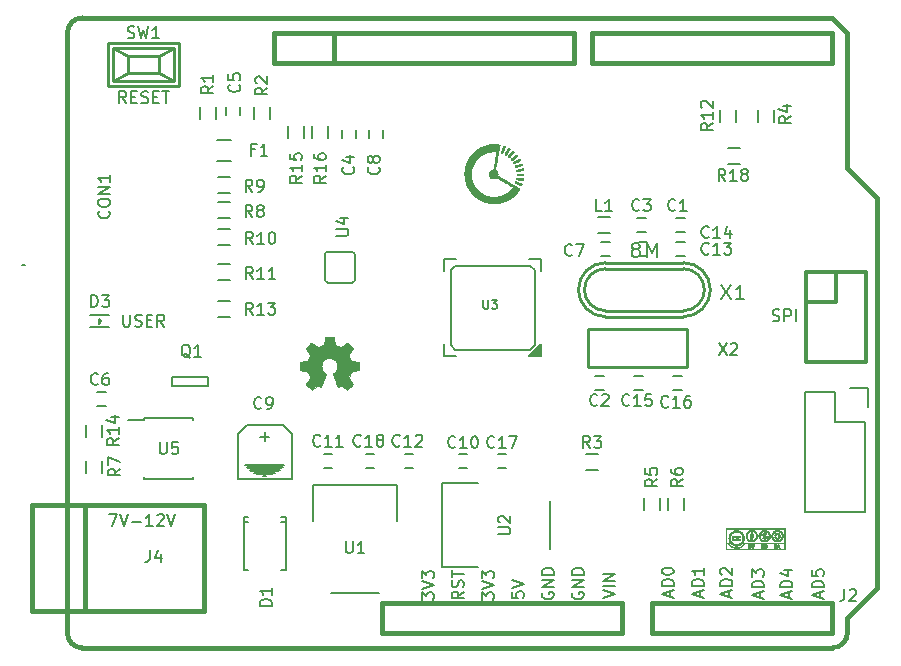
<source format=gbr>
G04 CAM350 V9.5.1 (Build 211) Date:  Fri May 13 20:41:24 2016 *
G04 Database: (Untitled) *
G04 Layer 8: STM32duino-F_Si *
%FSLAX46Y46*%
%MOMM*%
%SFA1.000B1.000*%

%MIA0B0*%
%IPPOS*%
%ADD10C,0.25400*%
%ADD28C,0.38100*%
%ADD53C,0.20000*%
%ADD54C,0.15000*%
%ADD55C,0.12700*%
%ADD56C,0.14986*%
%ADD57C,0.30480*%
%ADD58C,0.00254*%
%ADD59C,0.01000*%
%ADD60C,0.15240*%
%ADD61C,0.19558*%
%LNSTM32duino-F_Si*%
%LPD*%
G36*
X171236640Y-123024896D02*
G01Y-122461018D01*
X171239180Y-122384818*
Y-121808236*
X171241720Y-121752358*
Y-121574570*
X171244264Y-121561884*
X171249330Y-121559328*
X171861482Y-121559320*
X171958002Y-121556780*
X176212506*
X176235312Y-121559332*
X176235360Y-121559386*
X176235340Y-123301706*
X176235286Y-123301760*
X176189640*
X176184560*
X171244308Y-123301742*
X171244254Y-123301692*
X171239180Y-123230638*
Y-123075698*
X171236640Y-123024896*
G37*
G36*
X135168640Y-108150612D02*
G01X135176276Y-107475062D01*
X135176320Y-107475006*
X135359140Y-107439460*
X135478520Y-107416600*
X135600440Y-107393740*
X135689340Y-107375960*
X135834058Y-107348022*
X135834150Y-107347948*
X135933180Y-107127038*
X135973820Y-107027980*
X136009378Y-106944168*
X136027160Y-106888276*
X136032214Y-106875624*
X136032224Y-106875576*
X136032212Y-106875522*
X136016996Y-106842556*
X135978898Y-106776516*
X135917940Y-106682540*
X135862060Y-106598720*
X135793480Y-106499660*
X135735060Y-106413300*
X135694420Y-106352338*
X135676638Y-106324384*
X135674106Y-106309144*
X135681714Y-106288860*
X135709662Y-106255818*
X135757922Y-106202478*
X135836660Y-106123738*
X135900160Y-106057698*
X135989060Y-105971340*
X136065260Y-105897680*
X136121142Y-105844340*
X136149070Y-105818956*
X136149112Y-105818940*
X136151608Y-105818942*
X136174484Y-105831642*
X136232900Y-105869740*
X136314180Y-105925620*
X136415780Y-105994200*
X136441180Y-106011980*
X136723074Y-106202438*
X136723194Y-106202450*
X136951720Y-106111040*
X137050780Y-106070400*
X137129520Y-106037380*
X137177780Y-106017060*
X137190426Y-106011994*
X137190502Y-106011910*
X137198102Y-105984038*
X137210800Y-105918000*
X137231120Y-105818940*
X137253982Y-105702098*
X137259060Y-105679238*
X137281920Y-105557320*
X137302242Y-105453178*
X137320020Y-105379520*
X137330176Y-105341432*
X137330196Y-105338924*
X137330242Y-105338868*
X137358126Y-105333800*
X137426702Y-105328720*
X137520680Y-105326180*
X137629902Y-105323640*
X137850882*
X137939782Y-105326180*
X137998206Y-105331262*
X138013408Y-105333806*
X138013454Y-105333848*
X138021060Y-105361740*
X138036300Y-105430324*
X138054080Y-105529380*
X138076942Y-105648764*
X138079480Y-105669082*
X138104880Y-105791000*
X138125202Y-105892602*
X138142980Y-105968802*
X138153132Y-106004316*
X138153192Y-106004390*
X138183616Y-106022136*
X138247120Y-106050080*
X138330940Y-106085640*
X138422382Y-106123740*
X138511280Y-106156760*
X138582402Y-106182160*
X138623026Y-106194854*
X138625552Y-106194858*
X138625614Y-106194842*
X138653516Y-106179620*
X138711940Y-106138980*
X138795760Y-106083100*
X138894820Y-106014520*
X138902440Y-106009440*
X139004040Y-105940860*
X139087864Y-105882438*
X139151362Y-105841800*
X139181826Y-105824038*
X139181876Y-105824034*
X139202144Y-105831636*
X139245344Y-105864664*
X139311382Y-105925620*
X139410442Y-106022140*
X139438382Y-106047542*
X139524740Y-106136440*
X139598400Y-106212642*
X139649202Y-106268524*
X139672048Y-106298990*
X139672050Y-106301558*
X139656820Y-106329482*
X139621260Y-106387902*
X139565380Y-106474260*
X139496800Y-106573320*
X139491720Y-106580940*
X139423140Y-106682540*
X139326620Y-106827322*
X139308828Y-106855272*
X139306354Y-106857760*
X139306316Y-106857850*
X139313918Y-106885734*
X139336780Y-106946700*
X139369800Y-107030520*
X139407902Y-107124504*
X139448540Y-107213400*
X139481562Y-107287064*
X139504414Y-107332764*
X139512026Y-107340380*
X139512072Y-107340410*
X139539974Y-107350556*
X139611100Y-107365800*
X139710160Y-107386120*
X139827008Y-107408984*
X139834614Y-107411518*
X139954000Y-107434380*
X140053062Y-107452160*
X140124184Y-107467400*
X140154626Y-107475022*
X140154668Y-107475070*
X140159740Y-107502972*
X140162280Y-107569000*
X140164820Y-107675680*
X140167360Y-107805222*
Y-107960162*
X140164820Y-108054140*
X140162280Y-108115102*
X140159732Y-108148134*
X140152102Y-108163370*
X140144486Y-108168444*
X140111476Y-108176060*
X140040358Y-108188760*
X139941298Y-108209080*
X139829540Y-108229400*
X139715238Y-108249720*
X139618720Y-108270040*
X139550128Y-108285286*
X139524778Y-108295430*
X139524714Y-108295486*
X139509498Y-108323384*
X139481560Y-108389420*
X139443460Y-108478320*
X139412980Y-108554520*
X139316490Y-108798306*
X139316482Y-108798354*
X139316504Y-108798426*
X139494260Y-109057440*
X139562842Y-109156502*
X139618720Y-109242860*
X139656820Y-109303824*
X139672040Y-109334326*
X139654278Y-109357164*
X139608560Y-109407960*
X139539978Y-109481622*
X139334240Y-109687362*
X139260578Y-109755942*
X139212310Y-109796588*
X139186896Y-109811820*
X139181822Y-109811810*
X139151358Y-109794038*
X139090398Y-109755938*
X139006578Y-109700060*
X138915138Y-109636560*
X138818620Y-109573060*
X138737340Y-109519720*
X138683998Y-109484160*
X138661184Y-109471494*
X138661074Y-109471488*
X138635736Y-109481622*
X138577318Y-109509560*
X138529060Y-109534962*
X138452854Y-109570522*
X138412202Y-109585758*
X138391948Y-109583208*
X138391900Y-109583154*
X138391898Y-109580704*
X138391886Y-109580652*
X138379200Y-109552740*
X138348720Y-109486698*
X138305540Y-109385100*
X138252200Y-109258100*
X138191240Y-109110780*
X138155680Y-109026960*
X137932178Y-108488486*
X137962644Y-108463078*
X138003280Y-108432598*
X138061704Y-108386878*
X138076934Y-108376724*
X138206468Y-108252268*
X138300452Y-108102412*
X138351254Y-107932230*
X138358880Y-107756970*
X138353796Y-107716306*
X138305532Y-107558826*
X138219170Y-107408968*
X138155668Y-107337850*
X138008340Y-107226092*
X137840700Y-107160058*
X137667982Y-107139742*
X137487642Y-107162608*
X137325086Y-107231194*
X137185388Y-107340416*
X137071094Y-107487738*
X137005058Y-107650300*
X136984740Y-107820478*
X137007598Y-108005864*
X137078714Y-108170966*
X137195554Y-108315752*
X137314942Y-108412282*
X137368284Y-108452924*
X137401288Y-108483396*
X137403828Y-108491046*
X137393680Y-108518960*
X137368278Y-108587542*
X137327640Y-108684060*
X137279380Y-108803440*
X137223500Y-108938060*
X137165080Y-109077760*
X137109200Y-109212382*
X137053320Y-109339380*
X137007600Y-109448600*
X136972040Y-109529880*
X136949178Y-109578142*
X136944086Y-109588296*
X136911068Y-109580674*
X136850116Y-109555278*
X136809480Y-109534960*
X136740900Y-109499400*
X136695176Y-109476538*
X136682526Y-109471486*
X136682420Y-109471490*
X136657070Y-109484166*
X136601198Y-109522262*
X136519920Y-109575600*
X136237978Y-109763562*
X136179560Y-109799120*
X136154162Y-109814356*
X136131296Y-109796578*
X136077958Y-109750858*
X136004298Y-109682280*
X135917940Y-109598460*
X135900160Y-109580680*
X135788398Y-109471458*
X135714736Y-109395254*
X135676632Y-109346990*
X135666496Y-109329226*
X135684260Y-109301280*
X135722360Y-109240318*
X135780780Y-109156500*
X135846820Y-109059980*
X135915402Y-108960918*
X135968740Y-108879640*
X136006836Y-108821226*
X136019518Y-108793316*
X136019524Y-108793226*
X136009378Y-108760258*
X135986518Y-108694216*
X135950960Y-108605320*
X135912858Y-108511338*
X135872220Y-108419900*
X135836660Y-108343700*
X135813782Y-108295422*
X135803658Y-108285304*
X135803600Y-108285270*
X135773156Y-108277660*
X135702038Y-108264960*
X135602980Y-108244640*
X135506460Y-108226860*
X135389618Y-108206540*
X135293100Y-108186220*
X135224516Y-108170980*
X135196568Y-108163356*
X135168674Y-108150664*
X135168640Y-108150612*
G37*
G36*
X149098000Y-91651926D02*
G01Y-91627020D01*
Y-91602020*
Y-91577020*
Y-91552020*
Y-91527020*
Y-91502020*
Y-91477020*
Y-91452020*
Y-91427020*
Y-91402074*
X149098054Y-91402020*
X149122872*
X149123000Y-91401892*
Y-91377020*
Y-91352020*
Y-91327020*
Y-91302020*
Y-91277020*
Y-91252020*
Y-91227020*
Y-91202020*
Y-91177020*
Y-91152074*
X149123054Y-91152020*
X149147872*
X149148000Y-91151892*
Y-91127020*
Y-91102020*
Y-91077020*
Y-91052020*
Y-91027020*
Y-91002074*
X149148054Y-91002020*
X149172872*
X149173000Y-91001892*
Y-90977020*
Y-90952020*
Y-90927020*
Y-90902074*
X149173054Y-90902020*
X149197872*
X149198000Y-90901892*
Y-90877020*
Y-90852020*
Y-90827074*
X149198054Y-90827020*
X149222872*
X149223000Y-90826892*
Y-90802020*
Y-90777020*
Y-90752020*
Y-90727074*
X149223054Y-90727020*
X149247872*
X149248000Y-90726892*
Y-90702020*
Y-90677074*
X149248054Y-90677020*
X149272872*
X149273000Y-90676892*
Y-90652020*
Y-90627020*
Y-90602074*
X149273054Y-90602020*
X149297872*
X149298000Y-90601892*
Y-90577020*
Y-90552074*
X149298054Y-90552020*
X149322872*
X149323000Y-90551892*
Y-90527020*
Y-90502020*
Y-90477074*
X149323054Y-90477020*
X149347872*
X149348000Y-90476892*
Y-90452020*
Y-90427074*
X149348054Y-90427020*
X149372872*
X149373000Y-90426892*
Y-90402020*
Y-90377074*
X149373054Y-90377020*
X149397872*
X149398000Y-90376892*
Y-90352020*
Y-90327074*
X149398054Y-90327020*
X149422872*
X149423000Y-90326892*
Y-90302074*
X149423054Y-90302020*
X149447872*
X149448000Y-90301892*
Y-90277020*
Y-90252074*
X149448054Y-90252020*
X149472872*
X149473000Y-90251892*
Y-90227020*
Y-90202074*
X149473054Y-90202020*
X149497872*
X149498000Y-90201892*
Y-90177074*
X149498054Y-90177020*
X149522872*
X149523000Y-90176892*
Y-90152020*
Y-90127074*
X149523054Y-90127020*
X149547872*
X149548000Y-90126892*
Y-90102074*
X149548054Y-90102020*
X149572872*
X149573000Y-90101892*
Y-90077020*
Y-90052074*
X149573054Y-90052020*
X149597872*
X149598000Y-90051892*
Y-90027074*
X149598054Y-90027020*
X149622872*
X149623000Y-90026892*
Y-90002074*
X149623054Y-90002020*
X149647872*
X149648000Y-90001892*
Y-89977020*
Y-89952074*
X149648054Y-89952020*
X149672872*
X149673000Y-89951892*
Y-89927074*
X149673054Y-89927020*
X149697872*
X149698000Y-89926892*
Y-89902074*
X149698054Y-89902020*
X149722872*
X149723000Y-89901892*
Y-89877074*
X149723054Y-89877020*
X149747872*
X149748000Y-89876892*
Y-89852074*
X149748054Y-89852020*
X149772872*
X149773000Y-89851892*
Y-89827074*
X149773054Y-89827020*
X149797872*
X149798000Y-89826892*
Y-89802074*
X149798054Y-89802020*
X149822872*
X149823000Y-89801892*
Y-89777074*
X149823054Y-89777020*
X149847872*
X149848000Y-89776892*
Y-89752074*
X149848054Y-89752020*
X149872872*
X149873000Y-89751892*
Y-89727074*
X149873054Y-89727020*
X149897872*
X149898000Y-89726892*
Y-89702074*
X149898054Y-89702020*
X149922872*
X149923000Y-89701892*
Y-89677074*
X149923054Y-89677020*
X149947872*
X149948000Y-89676892*
Y-89652074*
X149948054Y-89652020*
X149972872*
X149973000Y-89651892*
Y-89627074*
X149973054Y-89627020*
X149997872*
X149998000Y-89626892*
Y-89602074*
X149998054Y-89602020*
X150022872*
X150023000Y-89601892*
Y-89577074*
X150023054Y-89577020*
X150048000*
X150072872*
X150073000Y-89576892*
Y-89552074*
X150073054Y-89552020*
X150097872*
X150098000Y-89551892*
Y-89527074*
X150098054Y-89527020*
X150122872*
X150123000Y-89526892*
Y-89502074*
X150123054Y-89502020*
X150148000*
X150172872*
X150173000Y-89501892*
Y-89477074*
X150173054Y-89477020*
X150197872*
X150198000Y-89476892*
Y-89452074*
X150198054Y-89452020*
X150223000*
X150247872*
X150248000Y-89451892*
Y-89427074*
X150248054Y-89427020*
X150272872*
X150273000Y-89426892*
Y-89402074*
X150273054Y-89402020*
X150298000*
X150322872*
X150323000Y-89401892*
Y-89377074*
X150323054Y-89377020*
X150348000*
X150372872*
X150373000Y-89376892*
Y-89352074*
X150373054Y-89352020*
X150397872*
X150398000Y-89351892*
Y-89327074*
X150398054Y-89327020*
X150423000*
X150447872*
X150448000Y-89326892*
Y-89302074*
X150448054Y-89302020*
X150473000*
X150497872*
X150498000Y-89301892*
Y-89277074*
X150498054Y-89277020*
X150523000*
X150547872*
X150548000Y-89276892*
Y-89252074*
X150548054Y-89252020*
X150573000*
X150598000*
X150622872*
X150623000Y-89251892*
Y-89227074*
X150623054Y-89227020*
X150648000*
X150672872*
X150673000Y-89226892*
Y-89202074*
X150673054Y-89202020*
X150698000*
X150723000*
X150747872*
X150748000Y-89201892*
Y-89177074*
X150748054Y-89177020*
X150773000*
X150797872*
X150798000Y-89176892*
Y-89152074*
X150798054Y-89152020*
X150823000*
X150848000*
X150873000*
X150897872*
X150898000Y-89151892*
Y-89127074*
X150898054Y-89127020*
X150923000*
X150948000*
X150972872*
X150973000Y-89126892*
Y-89102074*
X150973054Y-89102020*
X150998000*
X151023000*
X151048000*
X151073000*
X151097872*
X151098000Y-89101892*
Y-89077074*
X151098054Y-89077020*
X151123000*
X151148000*
X151173000*
X151198000*
X151222872*
X151223000Y-89076892*
Y-89052074*
X151223054Y-89052020*
X151248000*
X151273000*
X151298000*
X151323000*
X151348000*
X151373000*
X151398000*
X151423000*
X151448000*
X151472872*
X151473000Y-89051892*
Y-89027074*
X151473054Y-89027020*
X151497946*
X151498000Y-89027074*
Y-89051892*
X151498128Y-89052020*
X151522872*
X151523000Y-89051892*
Y-89027074*
X151523054Y-89027020*
X151548000*
X151573000*
X151598000*
X151623000*
X151648000*
X151673000*
X151698000*
X151723000*
X151748000*
X151772946*
X151773000Y-89027074*
Y-89051892*
X151773128Y-89052020*
X151798000*
X151823000*
X151848000*
X151873000*
X151898000*
X151923000*
X151948000*
X151972946*
X151973000Y-89052074*
Y-89076892*
X151973128Y-89077020*
X151998000*
X152023000*
X152048000*
X152072946*
X152073000Y-89077072*
X152072980Y-89101946*
X152072926Y-89102000*
X152048128Y-89102020*
X152048000Y-89102148*
Y-89127020*
Y-89152020*
Y-89177020*
Y-89202020*
Y-89227020*
X152047980Y-89251946*
X152047926Y-89252000*
X152023128Y-89252020*
X152023000Y-89252148*
Y-89277020*
Y-89302020*
Y-89327020*
Y-89352020*
X152022980Y-89376946*
X152022926Y-89377000*
X151998128Y-89377020*
X151998000Y-89377148*
Y-89402020*
Y-89427020*
Y-89452020*
Y-89477020*
Y-89502020*
X151997980Y-89526946*
X151997926Y-89527000*
X151973128Y-89527020*
X151973000Y-89527148*
Y-89552020*
Y-89577020*
Y-89602020*
Y-89627020*
Y-89652020*
X151972980Y-89676946*
X151972926Y-89677000*
X151948128Y-89677020*
X151948000Y-89677148*
Y-89702020*
Y-89727020*
Y-89752020*
Y-89777020*
X151947980Y-89801946*
X151947926Y-89802000*
X151923128Y-89802020*
X151923000Y-89802148*
Y-89827020*
Y-89852020*
Y-89877020*
Y-89902020*
Y-89927020*
X151922980Y-89951946*
X151922926Y-89952000*
X151898128Y-89952020*
X151898000Y-89952148*
Y-89977020*
Y-90002020*
Y-90027020*
Y-90052020*
X151897980Y-90076946*
X151897926Y-90077000*
X151873128Y-90077020*
X151873000Y-90077148*
Y-90102020*
Y-90127020*
Y-90152020*
Y-90177020*
Y-90202020*
X151872980Y-90226946*
X151872926Y-90227000*
X151848128Y-90227020*
X151848000Y-90227148*
Y-90252020*
Y-90277020*
Y-90302020*
Y-90327020*
X151847980Y-90351946*
X151847926Y-90352000*
X151823128Y-90352020*
X151823000Y-90352148*
Y-90377020*
Y-90402020*
Y-90427020*
Y-90452020*
Y-90477020*
X151822980Y-90501946*
X151822926Y-90502000*
X151798128Y-90502020*
X151798000Y-90502148*
Y-90527020*
Y-90552020*
Y-90577020*
Y-90602020*
X151797980Y-90626946*
X151797926Y-90627000*
X151773128Y-90627020*
X151773000Y-90627148*
Y-90652020*
Y-90677020*
Y-90702020*
Y-90727020*
Y-90752020*
X151772980Y-90776946*
X151772926Y-90777000*
X151748128Y-90777020*
X151748000Y-90777148*
Y-90802020*
Y-90827020*
Y-90852020*
Y-90877020*
X151747980Y-90901946*
X151747926Y-90902000*
X151723128Y-90902020*
X151723000Y-90902148*
Y-90927020*
Y-90952020*
Y-90977020*
Y-91002020*
Y-91027020*
X151722980Y-91051946*
X151722926Y-91052000*
X151698128Y-91052020*
X151698000Y-91052148*
Y-91077020*
Y-91102020*
Y-91127020*
Y-91152020*
X151697980Y-91176946*
X151697926Y-91177000*
X151673128Y-91177020*
X151673000Y-91177148*
Y-91202020*
Y-91226892*
X151673128Y-91227020*
X151697946*
X151698000Y-91227074*
Y-91251892*
X151698128Y-91252020*
X151723000*
X151747946*
X151748000Y-91252074*
Y-91276892*
X151748128Y-91277020*
X151772946*
X151773000Y-91277074*
Y-91301892*
X151773128Y-91302020*
X151797946*
X151798000Y-91302074*
Y-91326892*
X151798128Y-91327020*
X151822946*
X151823000Y-91327074*
Y-91351892*
X151823128Y-91352020*
X151847946*
X151848000Y-91352074*
Y-91376892*
X151848128Y-91377020*
X151872946*
X151873000Y-91377074*
Y-91402020*
Y-91426892*
X151873128Y-91427020*
X151897946*
X151898000Y-91427074*
Y-91452020*
Y-91477020*
Y-91502020*
Y-91526892*
X151898128Y-91527020*
X151922946*
X151923000Y-91527074*
Y-91552020*
X151922980Y-91576946*
X151922926Y-91577000*
X151898128Y-91577020*
X151898000Y-91577148*
Y-91602020*
Y-91627020*
Y-91652020*
Y-91677020*
Y-91701892*
X151898128Y-91702020*
X151922946*
X151923000Y-91702074*
Y-91726892*
X151923128Y-91727020*
X151947946*
X151948000Y-91727074*
Y-91751892*
X151948128Y-91752020*
X151973000*
X151997946*
X151998000Y-91752074*
Y-91776892*
X151998128Y-91777020*
X152023000*
X152047946*
X152048000Y-91777074*
Y-91801892*
X152048128Y-91802020*
X152072946*
X152073000Y-91802074*
Y-91826892*
X152073128Y-91827020*
X152098000*
X152122946*
X152123000Y-91827074*
Y-91851892*
X152123128Y-91852020*
X152148000*
X152172946*
X152173000Y-91852074*
Y-91876892*
X152173128Y-91877020*
X152197946*
X152198000Y-91877074*
Y-91901892*
X152198128Y-91902020*
X152223000*
X152247946*
X152248000Y-91902074*
Y-91926892*
X152248128Y-91927020*
X152273000*
X152297946*
X152298000Y-91927074*
Y-91951892*
X152298128Y-91952020*
X152322946*
X152323000Y-91952074*
Y-91976892*
X152323128Y-91977020*
X152348000*
X152372946*
X152373000Y-91977074*
Y-92001892*
X152373128Y-92002020*
X152398000*
X152422946*
X152423000Y-92002074*
Y-92026892*
X152423128Y-92027020*
X152448000*
X152472946*
X152473000Y-92027074*
Y-92051892*
X152473128Y-92052020*
X152497946*
X152498000Y-92052074*
Y-92076892*
X152498128Y-92077020*
X152523000*
X152547946*
X152548000Y-92077074*
Y-92101892*
X152548128Y-92102020*
X152573000*
X152597946*
X152598000Y-92102074*
Y-92126892*
X152598128Y-92127020*
X152622946*
X152623000Y-92127074*
Y-92151892*
X152623128Y-92152020*
X152648000*
X152672946*
X152673000Y-92152074*
Y-92176892*
X152673128Y-92177020*
X152698000*
X152722946*
X152723000Y-92177074*
Y-92201892*
X152723128Y-92202020*
X152747946*
X152748000Y-92202074*
Y-92226892*
X152748128Y-92227020*
X152773000*
X152797946*
X152798000Y-92227074*
Y-92251892*
X152798128Y-92252020*
X152823000*
X152847946*
X152848000Y-92252074*
Y-92276892*
X152848128Y-92277020*
X152872946*
X152873000Y-92277074*
Y-92301892*
X152873128Y-92302020*
X152898000*
X152922946*
X152923000Y-92302074*
Y-92326892*
X152923128Y-92327020*
X152948000*
X152972946*
X152973000Y-92327074*
Y-92351892*
X152973128Y-92352020*
X152997946*
X152998000Y-92352074*
Y-92376892*
X152998128Y-92377020*
X153023000*
X153047946*
X153048000Y-92377074*
Y-92401892*
X153048128Y-92402020*
X153073000*
X153097946*
X153098000Y-92402074*
Y-92426892*
X153098128Y-92427020*
X153123000*
X153147946*
X153148000Y-92427074*
Y-92451892*
X153148128Y-92452020*
X153172946*
X153173000Y-92452074*
Y-92476892*
X153173128Y-92477020*
X153198000*
X153222946*
X153223000Y-92477074*
Y-92501892*
X153223128Y-92502020*
X153248000*
X153272946*
X153273000Y-92502074*
Y-92526892*
X153273128Y-92527020*
X153298000*
X153322946*
X153323000Y-92527074*
Y-92551892*
X153323128Y-92552020*
X153347946*
X153348000Y-92552074*
Y-92576892*
X153348128Y-92577020*
X153373000*
X153397946*
X153398000Y-92577074*
Y-92601892*
X153398128Y-92602020*
X153423000*
X153447946*
X153448000Y-92602074*
Y-92626892*
X153448128Y-92627020*
X153473000*
X153497946*
X153498000Y-92627074*
Y-92651892*
X153498128Y-92652020*
X153523000*
X153547946*
X153548000Y-92652074*
Y-92676892*
X153548128Y-92677020*
X153572946*
X153573000Y-92677074*
Y-92701892*
X153573128Y-92702020*
X153598000*
X153622946*
X153623000Y-92702074*
Y-92726892*
X153623128Y-92727020*
X153648000*
X153672946*
X153673000Y-92727074*
Y-92751892*
X153673128Y-92752020*
X153698000*
X153722946*
X153723000Y-92752074*
Y-92776892*
X153723128Y-92777020*
X153747946*
X153748000Y-92777074*
Y-92802020*
X153747980Y-92826946*
X153747926Y-92827000*
X153723128Y-92827020*
X153723000Y-92827148*
X153722980Y-92851946*
X153722926Y-92852000*
X153698128Y-92852020*
X153698000Y-92852148*
Y-92877020*
X153697980Y-92901946*
X153697926Y-92902000*
X153673128Y-92902020*
X153673000Y-92902148*
X153672980Y-92926946*
X153672926Y-92927000*
X153648128Y-92927020*
X153648000Y-92927148*
Y-92952020*
X153647980Y-92976946*
X153647926Y-92977000*
X153623128Y-92977020*
X153623000Y-92977148*
X153622980Y-93001946*
X153622926Y-93002000*
X153598128Y-93002020*
X153598000Y-93002148*
X153597980Y-93026946*
X153597926Y-93027000*
X153573128Y-93027020*
X153573000Y-93027148*
Y-93052020*
X153572980Y-93076946*
X153572926Y-93077000*
X153548128Y-93077020*
X153548000Y-93077148*
X153547980Y-93101946*
X153547926Y-93102000*
X153523128Y-93102020*
X153523000Y-93102148*
X153522980Y-93126946*
X153522926Y-93127000*
X153498128Y-93127020*
X153498000Y-93127148*
X153497980Y-93151946*
X153497926Y-93152000*
X153473128Y-93152020*
X153473000Y-93152148*
X153472980Y-93176946*
X153472926Y-93177000*
X153448128Y-93177020*
X153448000Y-93177148*
Y-93202020*
X153447980Y-93226946*
X153447926Y-93227000*
X153423128Y-93227020*
X153423000Y-93227148*
X153422980Y-93251946*
X153422926Y-93252000*
X153398128Y-93252020*
X153398000Y-93252148*
X153397980Y-93276946*
X153397926Y-93277000*
X153373128Y-93277020*
X153373000Y-93277148*
X153372980Y-93301946*
X153372926Y-93302000*
X153348128Y-93302020*
X153348000Y-93302148*
X153347980Y-93326946*
X153347926Y-93327000*
X153323128Y-93327020*
X153323000Y-93327148*
X153322980Y-93351946*
X153322926Y-93352000*
X153297980*
X153273128Y-93352020*
X153273000Y-93352148*
X153272980Y-93376946*
X153272926Y-93377000*
X153248128Y-93377020*
X153248000Y-93377148*
X153247980Y-93401946*
X153247926Y-93402000*
X153223128Y-93402020*
X153223000Y-93402148*
X153222980Y-93426946*
X153222926Y-93427000*
X153198128Y-93427020*
X153198000Y-93427148*
X153197980Y-93451946*
X153197926Y-93452000*
X153173128Y-93452020*
X153173000Y-93452148*
X153172980Y-93476946*
X153172926Y-93477000*
X153148128Y-93477020*
X153148000Y-93477148*
X153147980Y-93501946*
X153147926Y-93502000*
X153122980*
X153098128Y-93502020*
X153098000Y-93502148*
X153097980Y-93526946*
X153097926Y-93527000*
X153073128Y-93527020*
X153073000Y-93527148*
X153072980Y-93551946*
X153072926Y-93552000*
X153048128Y-93552020*
X153048000Y-93552148*
X153047980Y-93576946*
X153047926Y-93577000*
X153022980*
X152998128Y-93577020*
X152998000Y-93577148*
X152997980Y-93601946*
X152997926Y-93602000*
X152973128Y-93602020*
X152973000Y-93602148*
X152972980Y-93626946*
X152972926Y-93627000*
X152947980*
X152923128Y-93627020*
X152923000Y-93627148*
X152922980Y-93651946*
X152922926Y-93652000*
X152897980*
X152873128Y-93652020*
X152873000Y-93652148*
X152872980Y-93676946*
X152872926Y-93677000*
X152848128Y-93677020*
X152848000Y-93677148*
X152847980Y-93701946*
X152847926Y-93702000*
X152822980*
X152798128Y-93702020*
X152798000Y-93702148*
X152797980Y-93726946*
X152797926Y-93727000*
X152772980*
X152748128Y-93727020*
X152748000Y-93727148*
X152747980Y-93751946*
X152747926Y-93752000*
X152722980*
X152698128Y-93752020*
X152698000Y-93752148*
X152697980Y-93776946*
X152697926Y-93777000*
X152672980*
X152648128Y-93777020*
X152648000Y-93777148*
X152647980Y-93801946*
X152647926Y-93802000*
X152622980*
X152598128Y-93802020*
X152598000Y-93802148*
X152597980Y-93826946*
X152597926Y-93827000*
X152572980*
X152547980*
X152523128Y-93827020*
X152523000Y-93827148*
X152522980Y-93851946*
X152522926Y-93852000*
X152497980*
X152473128Y-93852020*
X152473000Y-93852148*
X152472980Y-93876946*
X152472926Y-93877000*
X152447980*
X152422980*
X152398128Y-93877020*
X152398000Y-93877148*
X152397980Y-93901946*
X152397926Y-93902000*
X152372980*
X152347980*
X152323128Y-93902020*
X152323000Y-93902148*
X152322980Y-93926946*
X152322926Y-93927000*
X152297980*
X152272980*
X152247980*
X152223128Y-93927020*
X152223000Y-93927148*
X152222980Y-93951946*
X152222926Y-93952000*
X152197980*
X152172980*
X152147980*
X152123128Y-93952020*
X152123000Y-93952148*
X152122980Y-93976946*
X152122926Y-93977000*
X152097980*
X152072980*
X152047980*
X152022980*
X151997980*
X151973128Y-93977020*
X151973000Y-93977148*
X151972980Y-94001946*
X151972926Y-94002000*
X151947980*
X151922980*
X151897980*
X151872980*
X151847980*
X151822980*
X151797980*
X151772980*
X151747980*
X151723128Y-94002020*
X151723000Y-94002148*
X151722980Y-94026946*
X151722926Y-94027000*
X151697980*
X151672980*
X151647980*
X151622980*
X151597980*
X151572980*
X151547980*
X151522980*
X151497980*
X151473054Y-94026980*
X151473000Y-94026926*
Y-94002148*
X151472872Y-94002020*
X151447980Y-94002000*
X151422980*
X151397980*
X151372980*
X151347980*
X151322980*
X151297980*
X151272980*
X151247980*
X151223054Y-94001980*
X151223000Y-94001926*
Y-93977148*
X151222872Y-93977020*
X151197980Y-93977000*
X151172980*
X151147980*
X151122980*
X151098054Y-93976980*
X151098000Y-93976926*
Y-93952148*
X151097872Y-93952020*
X151072980Y-93952000*
X151047980*
X151022980*
X150997980*
X150973054Y-93951980*
X150973000Y-93951926*
Y-93927148*
X150972872Y-93927020*
X150947980Y-93927000*
X150922980*
X150898054Y-93926980*
X150898000Y-93926926*
Y-93902148*
X150897872Y-93902020*
X150872980Y-93902000*
X150847980*
X150822980*
X150798054Y-93901980*
X150798000Y-93901926*
Y-93877148*
X150797872Y-93877020*
X150772980Y-93877000*
X150748054Y-93876980*
X150748000Y-93876926*
Y-93852148*
X150747872Y-93852020*
X150722980Y-93852000*
X150697980*
X150673054Y-93851980*
X150673000Y-93851926*
Y-93827148*
X150672872Y-93827020*
X150647980Y-93827000*
X150623054Y-93826980*
X150623000Y-93826926*
Y-93802148*
X150622872Y-93802020*
X150597980Y-93802000*
X150572980*
X150548054Y-93801980*
X150548000Y-93801926*
Y-93777148*
X150547872Y-93777020*
X150522980Y-93777000*
X150498054Y-93776980*
X150498000Y-93776926*
Y-93752148*
X150497872Y-93752020*
X150472980Y-93752000*
X150448054Y-93751980*
X150448000Y-93751926*
Y-93727148*
X150447872Y-93727020*
X150422980Y-93727000*
X150398054Y-93726980*
X150398000Y-93726926*
Y-93702148*
X150397872Y-93702020*
X150373054Y-93701980*
X150373000Y-93701926*
Y-93677148*
X150372872Y-93677020*
X150347980Y-93677000*
X150323054Y-93676980*
X150323000Y-93676926*
Y-93652148*
X150322872Y-93652020*
X150297980Y-93652000*
X150273054Y-93651980*
X150273000Y-93651926*
Y-93627148*
X150272872Y-93627020*
X150248054Y-93626980*
X150248000Y-93626926*
Y-93602148*
X150247872Y-93602020*
X150222980Y-93602000*
X150198054Y-93601980*
X150198000Y-93601926*
Y-93577148*
X150197872Y-93577020*
X150173054Y-93576980*
X150173000Y-93576926*
Y-93552148*
X150172872Y-93552020*
X150147980Y-93552000*
X150123054Y-93551980*
X150123000Y-93551926*
Y-93527148*
X150122872Y-93527020*
X150098054Y-93526980*
X150098000Y-93526926*
Y-93502148*
X150097872Y-93502020*
X150073054Y-93501980*
X150073000Y-93501926*
Y-93477148*
X150072872Y-93477020*
X150047980Y-93477000*
X150023054Y-93476980*
X150023000Y-93476926*
Y-93452148*
X150022872Y-93452020*
X149998054Y-93451980*
X149998000Y-93451926*
Y-93427148*
X149997872Y-93427020*
X149973054Y-93426980*
X149973000Y-93426926*
Y-93402148*
X149972872Y-93402020*
X149948054Y-93401980*
X149948000Y-93401926*
Y-93377148*
X149947872Y-93377020*
X149923054Y-93376980*
X149923000Y-93376926*
Y-93352148*
X149922872Y-93352020*
X149898054Y-93351980*
X149898000Y-93351926*
Y-93327148*
X149897872Y-93327020*
X149873054Y-93326980*
X149873000Y-93326926*
Y-93302148*
X149872872Y-93302020*
X149848054Y-93301980*
X149848000Y-93301926*
Y-93277148*
X149847872Y-93277020*
X149823054Y-93276980*
X149823000Y-93276926*
Y-93252148*
X149822872Y-93252020*
X149798054Y-93251980*
X149798000Y-93251926*
Y-93227148*
X149797872Y-93227020*
X149773054Y-93226980*
X149773000Y-93226926*
Y-93202148*
X149772872Y-93202020*
X149748054Y-93201980*
X149748000Y-93201926*
Y-93177148*
X149747872Y-93177020*
X149723054Y-93176980*
X149723000Y-93176926*
Y-93152148*
X149722872Y-93152020*
X149698054Y-93151980*
X149698000Y-93151926*
Y-93127148*
X149697872Y-93127020*
X149673054Y-93126980*
X149673000Y-93126926*
Y-93102148*
X149672872Y-93102020*
X149648054Y-93101980*
X149648000Y-93101926*
Y-93077020*
Y-93052148*
X149647872Y-93052020*
X149623054Y-93051980*
X149623000Y-93051926*
Y-93027148*
X149622872Y-93027020*
X149598054Y-93026980*
X149598000Y-93026926*
Y-93002148*
X149597872Y-93002020*
X149573054Y-93001980*
X149573000Y-93001926*
Y-92977020*
Y-92952148*
X149572872Y-92952020*
X149548054Y-92951980*
X149548000Y-92951926*
Y-92927148*
X149547872Y-92927020*
X149523054Y-92926980*
X149523000Y-92926926*
Y-92902020*
Y-92877148*
X149522872Y-92877020*
X149498054Y-92876980*
X149498000Y-92876926*
Y-92852148*
X149497872Y-92852020*
X149473054Y-92851980*
X149473000Y-92851926*
Y-92827020*
Y-92802148*
X149472872Y-92802020*
X149448054Y-92801980*
X149448000Y-92801926*
Y-92777020*
Y-92752148*
X149447872Y-92752020*
X149423054Y-92751980*
X149423000Y-92751926*
Y-92727148*
X149422872Y-92727020*
X149398054Y-92726980*
X149398000Y-92726926*
Y-92702020*
Y-92677148*
X149397872Y-92677020*
X149373054Y-92676980*
X149373000Y-92676926*
Y-92652020*
Y-92627148*
X149372872Y-92627020*
X149348054Y-92626980*
X149348000Y-92626926*
Y-92602020*
Y-92577148*
X149347872Y-92577020*
X149323054Y-92576980*
X149323000Y-92576926*
Y-92552020*
Y-92527020*
Y-92502148*
X149322872Y-92502020*
X149298054Y-92501980*
X149298000Y-92501926*
Y-92477020*
Y-92452148*
X149297872Y-92452020*
X149273054Y-92451980*
X149273000Y-92451926*
Y-92427020*
Y-92402020*
Y-92377148*
X149272872Y-92377020*
X149248054Y-92376980*
X149248000Y-92376926*
Y-92352020*
Y-92327148*
X149247872Y-92327020*
X149223054Y-92326980*
X149223000Y-92326926*
Y-92302020*
Y-92277020*
Y-92252020*
Y-92227148*
X149222872Y-92227020*
X149198054Y-92226980*
X149198000Y-92226926*
Y-92202020*
Y-92177020*
Y-92152148*
X149197872Y-92152020*
X149173054Y-92151980*
X149173000Y-92151926*
Y-92127020*
Y-92102020*
Y-92077020*
Y-92052148*
X149172872Y-92052020*
X149148054Y-92051980*
X149148000Y-92051926*
Y-92027020*
Y-92002020*
Y-91977020*
Y-91952020*
Y-91927020*
Y-91902148*
X149147872Y-91902020*
X149123054Y-91901980*
X149123000Y-91901926*
Y-91877020*
Y-91852020*
Y-91827020*
Y-91802020*
Y-91777020*
Y-91752020*
Y-91727020*
Y-91702020*
Y-91677020*
Y-91652148*
X149122872Y-91652020*
X149098054Y-91651980*
X149098000Y-91651926*
G37*
%LPC*%
G36*
X171282380Y-122775852D02*
G01X171282508Y-122775980D01*
X171460134Y-122775990*
X171460184Y-122776018*
X171493182Y-122826782*
X171541438Y-122892816*
X171597316Y-122953776*
X171658274Y-123007114*
X171726862Y-123052840*
X171800512Y-123093476*
X171876714Y-123123958*
X171957994Y-123146818*
X172024042Y-123156980*
X172057062Y-123159520*
X172140872*
X172184058Y-123154440*
X172222152Y-123151900*
X172245022Y-123146820*
X172331384Y-123123958*
X172410112Y-123096022*
X172483786Y-123055376*
X172552356Y-123009662*
X172618402Y-122951236*
X172643804Y-122925838*
X172666660Y-122900438*
X172689520Y-122872500*
X172709836Y-122847104*
X172722542Y-122826778*
X172755552Y-122778546*
X172755602Y-122778520*
X174470060Y-122775980*
X176189552*
X176189680Y-122775852*
X176189634Y-121627948*
X176189596Y-121627858*
X176161728Y-121599998*
X176161638Y-121599960*
X171310348Y-121599966*
X171310258Y-121600004*
X171282398Y-121627872*
X171282360Y-121627962*
X171282380Y-122775852*
G37*
G36*
X171277300Y-123260992D02*
G01X171277428Y-123261120D01*
X176184472*
X176184600Y-123260992*
X176184560Y-122821848*
X176184432Y-122821720*
X172788640Y-122821708*
X172788536Y-122821762*
X172755560Y-122867420*
X172717460Y-122920760*
X172681890Y-122969028*
X172641256Y-123007122*
X172600616Y-123040142*
X172554896Y-123073164*
X172521876Y-123093482*
X172465998Y-123121420*
X172417736Y-123144282*
X172372018Y-123162062*
X172326296Y-123177300*
X172278022Y-123190000*
X172275486Y-123190002*
X172201836Y-123202700*
X172135798Y-123207780*
X172072294*
X172006250Y-123202698*
X171937672Y-123189998*
X171861472Y-123167138*
X171785274Y-123134116*
X171706536Y-123090938*
X171627794Y-123040136*
X171602398Y-123019820*
X171582074Y-123004572*
X171505876Y-122928376*
X171483018Y-122900440*
X171460156Y-122875032*
X171444916Y-122852172*
X171437294Y-122836930*
X171427168Y-122821756*
X171427062Y-122821700*
X171277408Y-122821720*
X171277280Y-122821848*
X171277300Y-123260992*
G37*
G36*
X149648128Y-91802020D02*
G01X149672946D01*
X149673000Y-91802074*
Y-91827020*
Y-91852020*
Y-91877020*
Y-91902020*
Y-91927020*
Y-91951892*
X149673128Y-91952020*
X149697946*
X149698000Y-91952074*
Y-91977020*
Y-92002020*
Y-92027020*
Y-92051892*
X149698128Y-92052020*
X149722946*
X149723000Y-92052074*
Y-92077020*
Y-92102020*
Y-92126892*
X149723128Y-92127020*
X149747946*
X149748000Y-92127074*
Y-92152020*
Y-92177020*
Y-92202020*
Y-92226892*
X149748128Y-92227020*
X149772946*
X149773000Y-92227074*
Y-92252020*
Y-92276892*
X149773128Y-92277020*
X149797946*
X149798000Y-92277074*
Y-92302020*
Y-92326892*
X149798128Y-92327020*
X149822946*
X149823000Y-92327074*
Y-92352020*
Y-92377020*
Y-92401892*
X149823128Y-92402020*
X149847946*
X149848000Y-92402074*
Y-92427020*
Y-92451892*
X149848128Y-92452020*
X149872946*
X149873000Y-92452074*
Y-92477020*
Y-92501892*
X149873128Y-92502020*
X149897946*
X149898000Y-92502074*
Y-92526892*
X149898128Y-92527020*
X149922946*
X149923000Y-92527074*
Y-92552020*
Y-92576892*
X149923128Y-92577020*
X149947946*
X149948000Y-92577074*
Y-92602020*
Y-92626892*
X149948128Y-92627020*
X149972946*
X149973000Y-92627074*
Y-92651892*
X149973128Y-92652020*
X149997946*
X149998000Y-92652074*
Y-92677020*
Y-92701892*
X149998128Y-92702020*
X150022946*
X150023000Y-92702074*
Y-92726892*
X150023128Y-92727020*
X150047946*
X150048000Y-92727074*
Y-92751892*
X150048128Y-92752020*
X150072946*
X150073000Y-92752074*
Y-92776892*
X150073128Y-92777020*
X150097946*
X150098000Y-92777074*
Y-92802020*
Y-92826892*
X150098128Y-92827020*
X150122946*
X150123000Y-92827074*
Y-92851892*
X150123128Y-92852020*
X150147946*
X150148000Y-92852074*
Y-92876892*
X150148128Y-92877020*
X150172946*
X150173000Y-92877074*
Y-92901892*
X150173128Y-92902020*
X150197946*
X150198000Y-92902074*
Y-92926892*
X150198128Y-92927020*
X150222946*
X150223000Y-92927074*
Y-92951892*
X150223128Y-92952020*
X150247946*
X150248000Y-92952074*
Y-92976892*
X150248128Y-92977020*
X150272946*
X150273000Y-92977074*
Y-93001892*
X150273128Y-93002020*
X150297946*
X150298000Y-93002074*
Y-93026892*
X150298128Y-93027020*
X150322946*
X150323000Y-93027074*
Y-93051892*
X150323128Y-93052020*
X150348000*
X150372946*
X150373000Y-93052074*
Y-93076892*
X150373128Y-93077020*
X150397946*
X150398000Y-93077074*
Y-93101892*
X150398128Y-93102020*
X150422946*
X150423000Y-93102074*
Y-93126892*
X150423128Y-93127020*
X150448000*
X150472946*
X150473000Y-93127074*
Y-93151892*
X150473128Y-93152020*
X150497946*
X150498000Y-93152074*
Y-93176892*
X150498128Y-93177020*
X150522946*
X150523000Y-93177074*
Y-93201892*
X150523128Y-93202020*
X150548000*
X150572946*
X150573000Y-93202074*
Y-93226892*
X150573128Y-93227020*
X150598000*
X150622946*
X150623000Y-93227074*
Y-93251892*
X150623128Y-93252020*
X150647946*
X150648000Y-93252074*
Y-93276892*
X150648128Y-93277020*
X150673000*
X150697946*
X150698000Y-93277074*
Y-93301892*
X150698128Y-93302020*
X150723000*
X150747946*
X150748000Y-93302074*
Y-93326892*
X150748128Y-93327020*
X150773000*
X150798000*
X150822946*
X150823000Y-93327074*
Y-93351892*
X150823128Y-93352020*
X150848000*
X150872946*
X150873000Y-93352074*
Y-93376892*
X150873128Y-93377020*
X150898000*
X150923000*
X150947946*
X150948000Y-93377074*
Y-93401892*
X150948128Y-93402020*
X150973000*
X150998000*
X151022946*
X151023000Y-93402074*
Y-93426892*
X151023128Y-93427020*
X151048000*
X151073000*
X151097946*
X151098000Y-93427074*
Y-93451892*
X151098128Y-93452020*
X151123000*
X151148000*
X151173000*
X151198000*
X151222946*
X151223000Y-93452074*
Y-93476892*
X151223128Y-93477020*
X151248000*
X151273000*
X151298000*
X151323000*
X151348000*
X151373000*
X151398000*
X151422946*
X151423000Y-93477074*
Y-93501892*
X151423128Y-93502020*
X151448000*
X151473000*
X151498000*
X151523000*
X151548000*
X151573000*
X151598000*
X151623000*
X151648000*
X151673000*
X151698000*
X151723000*
X151748000*
X151772872*
X151773000Y-93501892*
Y-93477074*
X151773054Y-93477020*
X151798000*
X151823000*
X151848000*
X151873000*
X151898000*
X151923000*
X151947872*
X151948000Y-93476892*
Y-93452074*
X151948054Y-93452020*
X151973000*
X151998000*
X152023000*
X152048000*
X152072872*
X152073000Y-93451892*
Y-93427074*
X152073054Y-93427020*
X152098000*
X152123000*
X152147872*
X152148000Y-93426892*
Y-93402074*
X152148054Y-93402020*
X152173000*
X152198000*
X152222872*
X152223000Y-93401892*
Y-93377074*
X152223054Y-93377020*
X152248000*
X152273000*
X152297872*
X152298000Y-93376892*
Y-93352074*
X152298054Y-93352020*
X152323000*
X152347872*
X152348000Y-93351892*
Y-93327074*
X152348054Y-93327020*
X152373000*
X152398000*
X152422872*
X152423000Y-93326892*
Y-93302074*
X152423054Y-93302020*
X152448000*
X152472872*
X152473000Y-93301892*
Y-93277074*
X152473054Y-93277020*
X152498000*
X152522872*
X152523000Y-93276892*
Y-93252074*
X152523054Y-93252020*
X152547872*
X152548000Y-93251892*
Y-93227074*
X152548054Y-93227020*
X152573000*
X152597872*
X152598000Y-93226892*
Y-93202074*
X152598054Y-93202020*
X152623000*
X152647872*
X152648000Y-93201892*
Y-93177074*
X152648054Y-93177020*
X152672872*
X152673000Y-93176892*
Y-93152074*
X152673054Y-93152020*
X152698000*
X152722872*
X152723000Y-93151892*
Y-93127074*
X152723054Y-93127020*
X152747872*
X152748000Y-93126892*
Y-93102074*
X152748054Y-93102020*
X152772872*
X152773000Y-93101892*
Y-93077074*
X152773054Y-93077020*
X152798000*
X152822872*
X152823000Y-93076892*
Y-93052074*
X152823054Y-93052020*
X152847872*
X152848000Y-93051892*
Y-93027074*
X152848054Y-93027020*
X152872872*
X152873000Y-93026892*
Y-93002074*
X152873054Y-93002020*
X152897872*
X152898000Y-93001892*
Y-92977074*
X152898054Y-92977020*
X152922872*
X152923000Y-92976892*
Y-92952074*
X152923054Y-92952020*
X152947872*
X152948000Y-92951892*
Y-92927074*
X152948054Y-92927020*
X152972872*
X152973000Y-92926892*
Y-92902074*
X152973054Y-92902020*
X152997872*
X152998000Y-92901892*
Y-92877074*
X152998054Y-92877020*
X153022872*
X153023000Y-92876892*
Y-92852074*
X153023054Y-92852020*
X153047872*
X153048000Y-92851892*
Y-92827074*
X153048054Y-92827020*
X153072872*
X153073000Y-92826892*
Y-92802074*
X153073054Y-92802020*
X153097872*
X153098000Y-92801892*
Y-92777020*
Y-92752074*
X153098054Y-92752020*
X153122872*
X153123000Y-92751892*
Y-92727074*
X153123054Y-92727020*
X153147872*
X153148000Y-92726892*
Y-92702074*
X153148054Y-92702020*
X153172872*
X153173000Y-92701892*
Y-92677020*
Y-92652074*
X153173054Y-92652020*
X153197872*
X153198000Y-92651892*
Y-92627148*
X153197872Y-92627020*
X153173054Y-92626980*
X153173000Y-92626926*
Y-92602148*
X153172872Y-92602020*
X153147980Y-92602000*
X153123054Y-92601980*
X153123000Y-92601926*
Y-92577148*
X153122872Y-92577020*
X153097980Y-92577000*
X153073054Y-92576980*
X153073000Y-92576926*
Y-92552148*
X153072872Y-92552020*
X153048054Y-92551980*
X153048000Y-92551926*
Y-92527148*
X153047872Y-92527020*
X153022980Y-92527000*
X152998054Y-92526980*
X152998000Y-92526926*
Y-92502148*
X152997872Y-92502020*
X152972980Y-92502000*
X152948054Y-92501980*
X152948000Y-92501926*
Y-92477148*
X152947872Y-92477020*
X152922980Y-92477000*
X152898054Y-92476980*
X152898000Y-92476926*
Y-92452148*
X152897872Y-92452020*
X152873054Y-92451980*
X152873000Y-92451926*
Y-92427148*
X152872872Y-92427020*
X152847980Y-92427000*
X152823054Y-92426980*
X152823000Y-92426926*
Y-92402148*
X152822872Y-92402020*
X152797980Y-92402000*
X152773054Y-92401980*
X152773000Y-92401926*
Y-92377148*
X152772872Y-92377020*
X152748054Y-92376980*
X152748000Y-92376926*
Y-92352148*
X152747872Y-92352020*
X152722980Y-92352000*
X152698054Y-92351980*
X152698000Y-92351926*
Y-92327148*
X152697872Y-92327020*
X152672980Y-92327000*
X152648054Y-92326980*
X152648000Y-92326926*
Y-92302148*
X152647872Y-92302020*
X152623054Y-92301980*
X152623000Y-92301926*
Y-92277148*
X152622872Y-92277020*
X152597980Y-92277000*
X152573054Y-92276980*
X152573000Y-92276926*
Y-92252148*
X152572872Y-92252020*
X152547980Y-92252000*
X152523054Y-92251980*
X152523000Y-92251926*
Y-92227148*
X152522872Y-92227020*
X152498054Y-92226980*
X152498000Y-92226926*
Y-92202148*
X152497872Y-92202020*
X152472980Y-92202000*
X152448054Y-92201980*
X152448000Y-92201926*
Y-92177148*
X152447872Y-92177020*
X152422980Y-92177000*
X152398054Y-92176980*
X152398000Y-92176926*
Y-92152148*
X152397872Y-92152020*
X152373054Y-92151980*
X152373000Y-92151926*
Y-92127148*
X152372872Y-92127020*
X152347980Y-92127000*
X152323054Y-92126980*
X152323000Y-92126926*
Y-92102148*
X152322872Y-92102020*
X152297980Y-92102000*
X152273054Y-92101980*
X152273000Y-92101926*
Y-92077148*
X152272872Y-92077020*
X152248054Y-92076980*
X152248000Y-92076926*
Y-92052148*
X152247872Y-92052020*
X152222980Y-92052000*
X152198054Y-92051980*
X152198000Y-92051926*
Y-92027148*
X152197872Y-92027020*
X152172980Y-92027000*
X152148054Y-92026980*
X152148000Y-92026926*
Y-92002148*
X152147872Y-92002020*
X152122980Y-92002000*
X152098054Y-92001980*
X152098000Y-92001926*
Y-91977148*
X152097872Y-91977020*
X152073054Y-91976980*
X152073000Y-91976926*
Y-91952148*
X152072872Y-91952020*
X152047980Y-91952000*
X152023054Y-91951980*
X152023000Y-91951926*
Y-91927148*
X152022872Y-91927020*
X151997980Y-91927000*
X151973054Y-91926980*
X151973000Y-91926926*
Y-91902148*
X151972872Y-91902020*
X151948054Y-91901980*
X151948000Y-91901926*
Y-91877148*
X151947872Y-91877020*
X151922980Y-91877000*
X151898054Y-91876980*
X151898000Y-91876926*
Y-91852148*
X151897872Y-91852020*
X151872980Y-91852000*
X151848054Y-91851980*
X151848000Y-91851926*
Y-91827148*
X151847872Y-91827020*
X151822980Y-91827000*
X151798128Y-91827020*
X151798000Y-91827148*
X151797980Y-91851946*
X151797926Y-91852000*
X151772980*
X151748128Y-91852020*
X151748000Y-91852148*
X151747980Y-91876946*
X151747926Y-91877000*
X151723128Y-91877020*
X151723000Y-91877148*
X151722980Y-91901946*
X151722926Y-91902000*
X151697980*
X151672980*
X151648128Y-91902020*
X151648000Y-91902148*
X151647980Y-91926946*
X151647926Y-91927000*
X151622980*
X151597980*
X151572980*
X151547980*
X151522980*
X151497980*
X151472980*
X151447980*
X151423054Y-91926980*
X151423000Y-91926926*
Y-91902148*
X151422872Y-91902020*
X151397980Y-91902000*
X151373054Y-91901980*
X151373000Y-91901926*
Y-91877148*
X151372872Y-91877020*
X151348054Y-91876980*
X151348000Y-91876926*
Y-91852148*
X151347872Y-91852020*
X151322980Y-91852000*
X151298054Y-91851980*
X151298000Y-91851926*
Y-91827148*
X151297872Y-91827020*
X151273054Y-91826980*
X151273000Y-91826926*
Y-91802148*
X151272872Y-91802020*
X151248054Y-91801980*
X151248000Y-91801926*
Y-91777020*
Y-91752148*
X151247872Y-91752020*
X151223054Y-91751980*
X151223000Y-91751926*
Y-91727020*
Y-91702148*
X151222872Y-91702020*
X151198054Y-91701980*
X151198000Y-91701926*
Y-91677020*
Y-91652020*
Y-91627148*
X151197872Y-91627020*
X151173054Y-91626980*
X151173000Y-91626926*
Y-91602020*
Y-91577074*
X151173054Y-91577020*
X151197872*
X151198000Y-91576892*
Y-91552148*
X151197872Y-91552020*
X151173054Y-91551980*
X151173000Y-91551926*
Y-91527074*
X151173054Y-91527020*
X151197872*
X151198000Y-91526892*
Y-91502020*
Y-91477020*
Y-91452020*
Y-91427074*
X151198054Y-91427020*
X151222872*
X151223000Y-91426892*
Y-91402020*
Y-91377074*
X151223054Y-91377020*
X151247872*
X151248000Y-91376892*
Y-91352074*
X151248054Y-91352020*
X151272872*
X151273000Y-91351892*
Y-91327074*
X151273054Y-91327020*
X151297872*
X151298000Y-91326892*
Y-91302074*
X151298054Y-91302020*
X151322872*
X151323000Y-91301892*
Y-91277074*
X151323054Y-91277020*
X151347872*
X151348000Y-91276892*
Y-91252074*
X151348054Y-91252020*
X151373000*
X151397872*
X151398000Y-91251892*
Y-91227074*
X151398054Y-91227020*
X151423000*
X151448000*
X151472872*
X151473000Y-91226892*
Y-91202074*
X151473054Y-91202020*
X151498000*
X151523000*
X151547872*
X151548000Y-91201892*
Y-91177020*
Y-91152020*
Y-91127074*
X151548054Y-91127020*
X151572872*
X151573000Y-91126892*
Y-91102020*
Y-91077020*
Y-91052020*
Y-91027020*
Y-91002020*
Y-90977074*
X151573054Y-90977020*
X151597872*
X151598000Y-90976892*
Y-90952020*
Y-90927020*
Y-90902020*
Y-90877020*
Y-90852020*
Y-90827074*
X151598054Y-90827020*
X151622872*
X151623000Y-90826892*
Y-90802020*
Y-90777020*
Y-90752020*
Y-90727020*
Y-90702074*
X151623054Y-90702020*
X151647872*
X151648000Y-90701892*
Y-90677020*
Y-90652020*
Y-90627020*
Y-90602020*
Y-90577020*
Y-90552074*
X151648054Y-90552020*
X151672872*
X151673000Y-90551892*
Y-90527020*
Y-90502020*
Y-90477020*
Y-90452020*
Y-90427074*
X151673054Y-90427020*
X151697872*
X151698000Y-90426892*
Y-90402020*
Y-90377020*
Y-90352020*
Y-90327020*
Y-90302020*
Y-90277074*
X151698054Y-90277020*
X151722872*
X151723000Y-90276892*
Y-90252020*
Y-90227020*
Y-90202020*
Y-90177020*
Y-90152074*
X151723054Y-90152020*
X151747872*
X151748000Y-90151892*
Y-90127020*
Y-90102020*
Y-90077020*
Y-90052020*
Y-90027020*
Y-90002074*
X151748054Y-90002020*
X151772872*
X151773000Y-90001892*
Y-89977020*
Y-89952020*
Y-89927020*
Y-89902020*
Y-89877074*
X151773054Y-89877020*
X151797872*
X151798000Y-89876892*
Y-89852020*
Y-89827020*
Y-89802020*
Y-89777020*
Y-89752020*
Y-89727074*
X151798054Y-89727020*
X151822872*
X151823000Y-89726892*
Y-89702020*
Y-89677020*
Y-89652148*
X151822872Y-89652020*
X151798054Y-89651980*
X151798000Y-89651926*
Y-89627148*
X151797872Y-89627020*
X151772980Y-89627000*
X151747980*
X151722980*
X151697980*
X151672980*
X151647980*
X151622980*
X151597980*
X151572980*
X151547980*
X151522980*
X151497980*
X151472980*
X151447980*
X151422980*
X151397980*
X151373128Y-89627020*
X151373000Y-89627148*
X151372980Y-89651946*
X151372926Y-89652000*
X151347980*
X151322980*
X151297980*
X151272980*
X151247980*
X151222980*
X151198128Y-89652020*
X151198000Y-89652148*
X151197980Y-89676946*
X151197926Y-89677000*
X151172980*
X151147980*
X151122980*
X151097980*
X151073128Y-89677020*
X151073000Y-89677148*
X151072980Y-89701946*
X151072926Y-89702000*
X151047980*
X151022980*
X150998128Y-89702020*
X150998000Y-89702148*
X150997980Y-89726946*
X150997926Y-89727000*
X150972980*
X150947980*
X150923128Y-89727020*
X150923000Y-89727148*
X150922980Y-89751946*
X150922926Y-89752000*
X150897980*
X150872980*
X150848128Y-89752020*
X150848000Y-89752148*
X150847980Y-89776946*
X150847926Y-89777000*
X150822980*
X150798128Y-89777020*
X150798000Y-89777148*
X150797980Y-89801946*
X150797926Y-89802000*
X150772980*
X150748128Y-89802020*
X150748000Y-89802148*
X150747980Y-89826946*
X150747926Y-89827000*
X150722980*
X150698128Y-89827020*
X150698000Y-89827148*
X150697980Y-89851946*
X150697926Y-89852000*
X150672980*
X150648128Y-89852020*
X150648000Y-89852148*
X150647980Y-89876946*
X150647926Y-89877000*
X150622980*
X150598128Y-89877020*
X150598000Y-89877148*
X150597980Y-89901946*
X150597926Y-89902000*
X150573128Y-89902020*
X150573000Y-89902148*
X150572980Y-89926946*
X150572926Y-89927000*
X150547980*
X150523128Y-89927020*
X150523000Y-89927148*
X150522980Y-89951946*
X150522926Y-89952000*
X150498128Y-89952020*
X150498000Y-89952148*
X150497980Y-89976946*
X150497926Y-89977000*
X150472980*
X150448128Y-89977020*
X150448000Y-89977148*
X150447980Y-90001946*
X150447926Y-90002000*
X150423128Y-90002020*
X150423000Y-90002148*
X150422980Y-90026946*
X150422926Y-90027000*
X150398128Y-90027020*
X150398000Y-90027148*
X150397980Y-90051946*
X150397926Y-90052000*
X150372980*
X150348128Y-90052020*
X150348000Y-90052148*
X150347980Y-90076946*
X150347926Y-90077000*
X150323128Y-90077020*
X150323000Y-90077148*
X150322980Y-90101946*
X150322926Y-90102000*
X150298128Y-90102020*
X150298000Y-90102148*
X150297980Y-90126946*
X150297926Y-90127000*
X150273128Y-90127020*
X150273000Y-90127148*
X150272980Y-90151946*
X150272926Y-90152000*
X150248128Y-90152020*
X150248000Y-90152148*
X150247980Y-90176946*
X150247926Y-90177000*
X150223128Y-90177020*
X150223000Y-90177148*
X150222980Y-90201946*
X150222926Y-90202000*
X150198128Y-90202020*
X150198000Y-90202148*
X150197980Y-90226946*
X150197926Y-90227000*
X150173128Y-90227020*
X150173000Y-90227148*
X150172980Y-90251946*
X150172926Y-90252000*
X150148128Y-90252020*
X150148000Y-90252148*
X150147980Y-90276946*
X150147926Y-90277000*
X150123128Y-90277020*
X150123000Y-90277148*
X150122980Y-90301946*
X150122926Y-90302000*
X150098128Y-90302020*
X150098000Y-90302148*
X150097980Y-90326946*
X150097926Y-90327000*
X150073128Y-90327020*
X150073000Y-90327148*
Y-90352020*
X150072980Y-90376946*
X150072926Y-90377000*
X150048128Y-90377020*
X150048000Y-90377148*
X150047980Y-90401946*
X150047926Y-90402000*
X150023128Y-90402020*
X150023000Y-90402148*
X150022980Y-90426946*
X150022926Y-90427000*
X149998128Y-90427020*
X149998000Y-90427148*
Y-90452020*
X149997980Y-90476946*
X149997926Y-90477000*
X149973128Y-90477020*
X149973000Y-90477148*
X149972980Y-90501946*
X149972926Y-90502000*
X149948128Y-90502020*
X149948000Y-90502148*
Y-90527020*
X149947980Y-90551946*
X149947926Y-90552000*
X149923128Y-90552020*
X149923000Y-90552148*
Y-90577020*
X149922980Y-90601946*
X149922926Y-90602000*
X149898128Y-90602020*
X149898000Y-90602148*
X149897980Y-90626946*
X149897926Y-90627000*
X149873128Y-90627020*
X149873000Y-90627148*
Y-90652020*
X149872980Y-90676946*
X149872926Y-90677000*
X149848128Y-90677020*
X149848000Y-90677148*
Y-90702020*
X149847980Y-90726946*
X149847926Y-90727000*
X149823128Y-90727020*
X149823000Y-90727148*
Y-90752020*
X149822980Y-90776946*
X149822926Y-90777000*
X149798128Y-90777020*
X149798000Y-90777148*
Y-90802020*
Y-90827020*
X149797980Y-90851946*
X149797926Y-90852000*
X149773128Y-90852020*
X149773000Y-90852148*
Y-90877020*
X149772980Y-90901946*
X149772926Y-90902000*
X149748128Y-90902020*
X149748000Y-90902148*
Y-90927020*
Y-90952020*
X149747980Y-90976946*
X149747926Y-90977000*
X149723128Y-90977020*
X149723000Y-90977148*
Y-91002020*
Y-91027020*
Y-91052020*
X149722980Y-91076946*
X149722926Y-91077000*
X149698128Y-91077020*
X149698000Y-91077148*
Y-91102020*
Y-91127020*
Y-91152020*
X149697980Y-91176946*
X149697926Y-91177000*
X149673128Y-91177020*
X149673000Y-91177148*
Y-91202020*
Y-91227020*
Y-91252020*
Y-91277020*
Y-91302020*
X149672980Y-91326946*
X149672926Y-91327000*
X149648128Y-91327020*
X149648000Y-91327148*
Y-91352020*
Y-91377020*
Y-91402020*
Y-91427020*
Y-91452020*
Y-91477020*
Y-91502020*
Y-91527020*
Y-91552020*
Y-91577020*
Y-91602020*
Y-91627020*
Y-91652020*
Y-91677020*
Y-91702020*
Y-91727020*
Y-91752020*
Y-91777020*
Y-91801892*
X149648128Y-91802020*
G37*
%LPD*%
G36*
X173121320Y-123192466D02*
G01X173121340Y-122915734D01*
X173121394Y-122915680*
X173205146*
X173240702Y-122918220*
X173268648*
X173288964Y-122920760*
X173304190Y-122923300*
X173316910Y-122928394*
X173329590Y-122941072*
X173337214Y-122953774*
X173342298Y-122994434*
X173339754Y-123004590*
X173334666Y-123017296*
X173324528Y-123029958*
X173324480Y-123029980*
X173322038Y-123029988*
X173321936Y-123030040*
X173314386Y-123040112*
X173314360Y-123040188*
X173314380Y-123045092*
X173314508Y-123045220*
X173316882Y-123045224*
X173329602Y-123055382*
X173344830Y-123068074*
X173352462Y-123085866*
X173354994Y-123093464*
Y-123121442*
X173347366Y-123146840*
X173332122Y-123169690*
X173309266Y-123182384*
X173301654Y-123184918*
X173291464Y-123187440*
X173288946Y-123187462*
X173276246Y-123190000*
X173255934*
X173230536Y-123192540*
X173121374Y-123192520*
X173121320Y-123192466*
G37*
G36*
X174195740D02*
G01X174195760Y-122915734D01*
X174195814Y-122915680*
X174259212Y-122915690*
X174259264Y-122915718*
X174327820Y-123029984*
X174343062Y-123052842*
X174355762Y-123070622*
X174363374Y-123083308*
X174368242Y-123088136*
X174368460Y-123088046*
Y-123083330*
X174370998Y-123070632*
X174371000Y-123002038*
X174368482Y-122915734*
X174368534Y-122915680*
X174429366Y-122915700*
X174429420Y-122915754*
X174429400Y-123192486*
X174429346Y-123192540*
X174368490Y-123192530*
X174368438Y-123192502*
X174256936Y-123015186*
X174256700Y-123015254*
Y-123103642*
X174254142Y-123192488*
X174254088Y-123192540*
X174195794Y-123192520*
X174195740Y-123192466*
G37*
G36*
X175272702Y-123111262D02*
G01X175275242Y-123101130D01*
X175275282Y-123101088*
X175282844Y-123098566*
X175320942Y-123098562*
X175328562Y-123101096*
X175333650Y-123108708*
X175336196Y-123116330*
X175346350Y-123134098*
X175364124Y-123146808*
X175364166Y-123146828*
X175384442Y-123151894*
X175384486Y-123151898*
X175409846Y-123149360*
X175422566Y-123144278*
X175437772Y-123136670*
X175437824Y-123136622*
X175445392Y-123123994*
X175445408Y-123123902*
X175442876Y-123111252*
X175440346Y-123103666*
X175440314Y-123103616*
X175432734Y-123096040*
X175432692Y-123096012*
X175420018Y-123090940*
X175399698Y-123083318*
X175374286Y-123073158*
X175359048Y-123070616*
X175336198Y-123062998*
X175318406Y-123055368*
X175308254Y-123047752*
X175300634Y-123040128*
X175285396Y-123017264*
X175280322Y-122994410*
X175282860Y-122971570*
X175293014Y-122951256*
X175310792Y-122933470*
X175331132Y-122920756*
X175356504Y-122910608*
X175386992Y-122908060*
X175414928Y-122910600*
X175445408Y-122920754*
X175470800Y-122935990*
X175486048Y-122956306*
X175493682Y-122981732*
X175496192Y-123001994*
X175496144Y-123002040*
X175450478Y-123002032*
X175442866Y-122999486*
X175437794Y-122994408*
X175432716Y-122986792*
X175425110Y-122971590*
X175425060Y-122971536*
X175407304Y-122961392*
X175389562Y-122956326*
X175389510Y-122956322*
X175369240Y-122958858*
X175369198Y-122958872*
X175353964Y-122966498*
X175351434Y-122969030*
X175343834Y-122979164*
X175343812Y-122979210*
X175341296Y-122989324*
X175341318Y-122989394*
X175346364Y-122996968*
X175348888Y-123002006*
X175348944Y-123002062*
X175379368Y-123017276*
X175409846Y-123024896*
X175412392Y-123024902*
X175445420Y-123037600*
X175470804Y-123047756*
X175486070Y-123060470*
X175498754Y-123075696*
X175503836Y-123093464*
Y-123121438*
X175498752Y-123141758*
X175488586Y-123159534*
X175483516Y-123164604*
X175465720Y-123179846*
X175437782Y-123192542*
X175407308Y-123197620*
X175371746Y-123197618*
X175336182Y-123189990*
X175308246Y-123174744*
X175287930Y-123154418*
X175275240Y-123129020*
X175275238Y-123126486*
X175272702Y-123111262*
G37*
G36*
X173367742Y-122920758D02*
G01X173372770Y-122918228D01*
X173382930Y-122918220*
X173400732Y-122915680*
X173436252Y-122915690*
X173436304Y-122915720*
X173466760Y-122969022*
X173482000Y-122994424*
X173492156Y-123009652*
X173499750Y-123017242*
X173499840Y-123017280*
X173502258Y-123017272*
X173502364Y-123017216*
X173507402Y-123009660*
X173515022Y-122996956*
X173525182Y-122976638*
X173532800Y-122963940*
X173560734Y-122918250*
X173560786Y-122918220*
X173596306*
X173631766Y-122915686*
X173578520Y-123004580*
X173527738Y-123090916*
X173527720Y-123090980*
X173527700Y-123192486*
X173527646Y-123192540*
X173466814Y-123192520*
X173466760Y-123192466*
X173466758Y-123085892*
X173466740Y-123085826*
X173418500Y-123004580*
X173403258Y-122979178*
X173390560Y-122956320*
X173380400Y-122938538*
X173372766Y-122925828*
X173367742Y-122920758*
G37*
G36*
X175511482Y-123192482D02*
G01X175613060Y-122918258D01*
X175613114Y-122918220*
X175681604Y-122918234*
X175681658Y-122918272*
X175729900Y-123052842*
X175742600Y-123085862*
X175755300Y-123116342*
X175765462Y-123144282*
X175773082Y-123167144*
X175778162Y-123179842*
X175780670Y-123187422*
X175780642Y-123187488*
X175775602Y-123190004*
X175762906Y-123192540*
X175717238Y-123192526*
X175717182Y-123192486*
X175707040Y-123162056*
X175699428Y-123131676*
X175699304Y-123131580*
X175679080Y-123131560*
X175595368Y-123131594*
X175595246Y-123131682*
X175585118Y-123162064*
X175572420Y-123192504*
X175572368Y-123192540*
X175511482Y-123192482*
G37*
G36*
X174470060Y-123060452D02*
G01X174472598Y-123024910D01*
X174482754Y-122989352*
X174500546Y-122958852*
X174510714Y-122946150*
X174536088Y-122925852*
X174566566Y-122913146*
X174599586Y-122908062*
X174630066Y-122910600*
X174660548Y-122920754*
X174685948Y-122935994*
X174708824Y-122958876*
X174713902Y-122971566*
X174721512Y-122986786*
X174724058Y-122999488*
X174724048Y-123007090*
X174724016Y-123007142*
X174718962Y-123009664*
X174706266Y-123012200*
X174680858Y-123012192*
X174673240Y-123009648*
X174665630Y-123004554*
X174663086Y-122996942*
X174647872Y-122976662*
X174647828Y-122976624*
X174627526Y-122966474*
X174607246Y-122961408*
X174607186*
X174584344Y-122966488*
X174564018Y-122976660*
X174548792Y-122994438*
X174543718Y-123004588*
X174536098Y-123024920*
X174533560Y-123050314*
X174536098Y-123078232*
X174541178Y-123101086*
X174543718Y-123106172*
X174558950Y-123126482*
X174579268Y-123139192*
X174602118Y-123146812*
X174602172Y-123146818*
X174624980Y-123144282*
X174625024Y-123144268*
X174635150Y-123139206*
X174647846Y-123129050*
X174658016Y-123113806*
X174665626Y-123098584*
X174665640Y-123098526*
X174665654Y-123090978*
X174665694Y-123090922*
X174673268Y-123088398*
X174688490Y-123085862*
X174729056Y-123085860*
X174729106Y-123085918*
X174726594Y-123101112*
X174713888Y-123136676*
X174696104Y-123162074*
X174670702Y-123182386*
X174640218Y-123195082*
X174604666Y-123197620*
X174581816Y-123195080*
X174556402Y-123189990*
X174536090Y-123179830*
X174515774Y-123164592*
X174505612Y-123154426*
X174487834Y-123126486*
X174475138Y-123093464*
X174470060Y-123060452*
G37*
G36*
X172910500Y-122212092D02*
G01Y-122181616D01*
X172913040Y-122135900*
X172915580Y-122097798*
X172918118Y-122074950*
X172938444Y-122011432*
X172966386Y-121950474*
X173001946Y-121894594*
X173045126Y-121843796*
X173093388Y-121798076*
X173146728Y-121759976*
X173205152Y-121729494*
X173268648Y-121709178*
X173281342Y-121706640*
X173311822Y-121701560*
X173347392Y-121696480*
X173431204*
X173469306Y-121699022*
X173502330Y-121704102*
X173520104Y-121709182*
X173583608Y-121732044*
X173644570Y-121762526*
X173700450Y-121800630*
X173746166Y-121846348*
X173786802Y-121899686*
X173822364Y-121955570*
X173850304Y-122019068*
X173868076Y-122085086*
X173868080Y-122087632*
X173873160Y-122125750*
Y-122166380*
Y-122212106*
X173868080Y-122255280*
X173862998Y-122295928*
X173860460Y-122306082*
X173847758Y-122344184*
X173829978Y-122384824*
X173809654Y-122425470*
X173789328Y-122455950*
X173784258Y-122460982*
X173784220Y-122461072*
X173784254Y-122466082*
X173784238Y-122466124*
X173741078Y-122511824*
X173695352Y-122555006*
X173639478Y-122593100*
X173583588Y-122623582*
X173525170Y-122643902*
X173512478Y-122646440*
X173481998Y-122651520*
X173446436Y-122656600*
X173410878Y-122659140*
X173339752*
X173319434Y-122656598*
X173253388Y-122641354*
X173192434Y-122615956*
X173131470Y-122582934*
X173075594Y-122539752*
X173052736Y-122516896*
X173007016Y-122463556*
X172968916Y-122410210*
X172938436Y-122349246*
X172923200Y-122298458*
X172918118Y-122278130*
X172915580Y-122257820*
X172910500Y-122212092*
G37*
G36*
X175079660Y-122176532D02*
G01X175084742Y-122110492D01*
X175099986Y-122044452*
X175122844Y-121980952*
X175130462Y-121965720*
X175163486Y-121907292*
X175204126Y-121856496*
X175252388Y-121808234*
X175305728Y-121767592*
X175364142Y-121737118*
X175425088Y-121711726*
X175440336Y-121709180*
X175458126Y-121704100*
X175473362Y-121701558*
X175493690Y-121699020*
X175513994*
X175541944Y-121696480*
X175600366*
X175628292Y-121699020*
X175648628Y-121699022*
X175666412Y-121701562*
X175684182Y-121706640*
X175691802Y-121709180*
X175732444Y-121721880*
X175775628Y-121739664*
X175816260Y-121762520*
X175846746Y-121780304*
X175869606Y-121798088*
X175943266Y-121871748*
X175961040Y-121894600*
X175968666Y-121904768*
X175986442Y-121935242*
X176004220Y-121970802*
X176022002Y-122008904*
X176034696Y-122044454*
X176034700Y-122052066*
X176042316Y-122077470*
X176044860Y-122113040*
X176047400Y-122151142*
Y-122189240*
Y-122229886*
X176044858Y-122262908*
X176039780Y-122290854*
X176039774Y-122295930*
X176016916Y-122361968*
X175986432Y-122422934*
X175958494Y-122458488*
X175948326Y-122476274*
X175900076Y-122527064*
X175859430Y-122562626*
X175801008Y-122600726*
X175737512Y-122628664*
X175674006Y-122648980*
X175605428Y-122659140*
X175534312*
X175486052Y-122654058*
X175422552Y-122638816*
X175359046Y-122615954*
X175303174Y-122582936*
X175247294Y-122539752*
X175199034Y-122491490*
X175191420Y-122481340*
X175150772Y-122427992*
X175120298Y-122369572*
X175097438Y-122308608*
X175084740Y-122242572*
X175079660Y-122176532*
G37*
G36*
X173995080Y-122163838D02*
G01Y-122138432D01*
X173997620Y-122118120*
X174000160Y-122095256*
X174002702Y-122080010*
X174023020Y-122013974*
X174048424Y-121953012*
X174083986Y-121894594*
X174127166Y-121843794*
X174177968Y-121798074*
X174233842Y-121759976*
X174269408Y-121739658*
X174315128Y-121719336*
X174358308Y-121706640*
X174406568Y-121699020*
X174454822Y-121696480*
X174525948Y-121696482*
X174594530Y-121706644*
X174655490Y-121724424*
X174716450Y-121752368*
X174772328Y-121790466*
X174812964Y-121826022*
X174858686Y-121874288*
X174896784Y-121930168*
X174927266Y-121991130*
X174947582Y-122054628*
X174960280Y-122120672*
X174962820Y-122191788*
X174960280Y-122229882*
X174955200Y-122273064*
X174947580Y-122308624*
X174937418Y-122344190*
X174922160Y-122379758*
X174919628Y-122382298*
X174896774Y-122425468*
X174873910Y-122458490*
X174871376Y-122461024*
X174840900Y-122496582*
X174818038Y-122521982*
X174815496Y-122524524*
X174759610Y-122570244*
X174703730Y-122605804*
X174642768Y-122633744*
X174584358Y-122648980*
X174553876Y-122654060*
X174482758Y-122659140*
X174447196*
X174416716Y-122656600*
X174411626Y-122656598*
X174345588Y-122643894*
X174284630Y-122621036*
X174226212Y-122588016*
X174170334Y-122547370*
X174127156Y-122504196*
X174083976Y-122453394*
X174050956Y-122405130*
X174025556Y-122351788*
X174007778Y-122295910*
X173997620Y-122232408*
Y-122196854*
X173995080Y-122163838*
G37*
G36*
X171457620Y-122410214D02*
G01Y-122369578D01*
X171460162Y-122298454*
X171470322Y-122229874*
X171485564Y-122168914*
X171508426Y-122105410*
X171528742Y-122067316*
X171569382Y-122001276*
X171617648Y-121937774*
X171670988Y-121881892*
X171731948Y-121833634*
X171797988Y-121792996*
X171866568Y-121759978*
X171937690Y-121734580*
X171983408Y-121724418*
X172016420Y-121721880*
X172057060Y-121719340*
X172100250Y-121716800*
X172143422Y-121719340*
X172186608Y-121719342*
X172222150Y-121724422*
X172229774Y-121726956*
X172305990Y-121744744*
X172377106Y-121772682*
X172445688Y-121808246*
X172509188Y-121851426*
X172567604Y-121902226*
X172618404Y-121958106*
X172664124Y-122021610*
X172699684Y-122090188*
X172727622Y-122161304*
X172742860Y-122214642*
X172750482Y-122247672*
X172753020Y-122280680*
X172755560Y-122318782*
Y-122359420*
Y-122394984*
X172753020Y-122440700*
X172750478Y-122483892*
X172742860Y-122521980*
X172735234Y-122557548*
X172722538Y-122593102*
X172712378Y-122618504*
X172681892Y-122684552*
X172641220Y-122745494*
X172595536Y-122801382*
X172542190Y-122854724*
X172483772Y-122900446*
X172420276Y-122938542*
X172354230Y-122971562*
X172288190Y-122994422*
X172217076Y-123009660*
X172184056Y-123014740*
X172153576Y-123017280*
X172128174*
X172105310Y-123019820*
X172087532*
X172067210Y-123017280*
X172049432Y-123017278*
X171973230Y-123007118*
X171899572Y-122986796*
X171830990Y-122958854*
X171764954Y-122920756*
X171701452Y-122875032*
X171640496Y-122816616*
X171587156Y-122755656*
X171541436Y-122692150*
X171508418Y-122626112*
X171483018Y-122557530*
X171465238Y-122483870*
X171457620Y-122410214*
G37*
G36*
X153523000Y-91651926D02*
G01Y-91627020D01*
Y-91602020*
Y-91577020*
Y-91552020*
Y-91527074*
X153523054Y-91527020*
X153548000*
X153573000*
X153598000*
X153623000*
X153648000*
X153673000*
X153698000*
X153723000*
X153748000*
X153773000*
X153798000*
X153823000*
X153848000*
X153873000*
X153898000*
X153923000*
X153948000*
X153973000*
X153998000*
X154023000*
X154048000*
X154073000*
X154097946*
X154098000Y-91527074*
Y-91552020*
Y-91577020*
Y-91602020*
Y-91627020*
X154097980Y-91651946*
X154097926Y-91652000*
X154072980*
X154047980*
X154022980*
X153997980*
X153972980*
X153947980*
X153922980*
X153897980*
X153872980*
X153847980*
X153822980*
X153797980*
X153772980*
X153747980*
X153722980*
X153697980*
X153672980*
X153647980*
X153622980*
X153597980*
X153572980*
X153547980*
X153523054Y-91651980*
X153523000Y-91651926*
G37*
G36*
X153473000Y-92001926D02*
G01Y-91977020D01*
Y-91952020*
Y-91927020*
Y-91902074*
X153473054Y-91902020*
X153497872*
X153498000Y-91901892*
Y-91877020*
Y-91852074*
X153498054Y-91852020*
X153522946*
X153523000Y-91852074*
Y-91876892*
X153523128Y-91877020*
X153548000*
X153573000*
X153598000*
X153623000*
X153648000*
X153673000*
X153697946*
X153698000Y-91877074*
Y-91901892*
X153698128Y-91902020*
X153723000*
X153748000*
X153773000*
X153798000*
X153823000*
X153848000*
X153873000*
X153897946*
X153898000Y-91902074*
Y-91926892*
X153898128Y-91927020*
X153923000*
X153948000*
X153973000*
X153998000*
X154023000*
X154047946*
X154048000Y-91927074*
Y-91951892*
X154048128Y-91952020*
X154072946*
X154073000Y-91952072*
X154072980Y-91976946*
X154072926Y-91977000*
X154048128Y-91977020*
X154048000Y-91977148*
Y-92002020*
Y-92027020*
Y-92052020*
X154047980Y-92076946*
X154047928Y-92077000*
X154023054Y-92076980*
X154023000Y-92076926*
Y-92052148*
X154022872Y-92052020*
X153997980Y-92052000*
X153972980*
X153947980*
X153922980*
X153897980*
X153872980*
X153847980*
X153823054Y-92051980*
X153823000Y-92051926*
Y-92027148*
X153822872Y-92027020*
X153797980Y-92027000*
X153772980*
X153747980*
X153722980*
X153697980*
X153672980*
X153648054Y-92026980*
X153648000Y-92026926*
Y-92002148*
X153647872Y-92002020*
X153622980Y-92002000*
X153597980*
X153572980*
X153547980*
X153522980*
X153497980*
X153473054Y-92001980*
X153473000Y-92001926*
G37*
G36*
Y-91226926D02*
G01Y-91202020D01*
Y-91177074*
X153473054Y-91177020*
X153498000*
X153523000*
X153548000*
X153573000*
X153597872*
X153598000Y-91176892*
Y-91152074*
X153598054Y-91152020*
X153623000*
X153648000*
X153673000*
X153698000*
X153722872*
X153723000Y-91151892*
Y-91127074*
X153723054Y-91127020*
X153748000*
X153773000*
X153798000*
X153823000*
X153847872*
X153848000Y-91126892*
Y-91102074*
X153848054Y-91102020*
X153873000*
X153898000*
X153923000*
X153948000*
X153973000*
X153997872*
X153998000Y-91101892*
Y-91077074*
X153998054Y-91077020*
X154023000*
X154047946*
X154048000Y-91077074*
Y-91101892*
X154048128Y-91102020*
X154072946*
X154073000Y-91102074*
Y-91127020*
Y-91152020*
Y-91177020*
X154072980Y-91201946*
X154072926Y-91202000*
X154048128Y-91202020*
X154048000Y-91202148*
X154047980Y-91226946*
X154047926Y-91227000*
X154022980*
X153997980*
X153972980*
X153947980*
X153922980*
X153898128Y-91227020*
X153898000Y-91227148*
X153897980Y-91251946*
X153897926Y-91252000*
X153872980*
X153847980*
X153822980*
X153797980*
X153773128Y-91252020*
X153773000Y-91252148*
X153772980Y-91276946*
X153772926Y-91277000*
X153747980*
X153722980*
X153697980*
X153672980*
X153647980*
X153623128Y-91277020*
X153623000Y-91277148*
X153622980Y-91301946*
X153622926Y-91302000*
X153597980*
X153572980*
X153547980*
X153522980*
X153498054Y-91301980*
X153498000Y-91301926*
Y-91277020*
Y-91252020*
Y-91227148*
X153497872Y-91227020*
X153473054Y-91226980*
X153473000Y-91226926*
G37*
G36*
X153398000Y-90926926D02*
G01Y-90902020D01*
Y-90877020*
Y-90852020*
Y-90827074*
X153398054Y-90827020*
X153423000*
X153448000*
X153472872*
X153473000Y-90826892*
Y-90802074*
X153473054Y-90802020*
X153498000*
X153523000*
X153547872*
X153548000Y-90801892*
Y-90777074*
X153548054Y-90777020*
X153573000*
X153598000*
X153622872*
X153623000Y-90776892*
Y-90752074*
X153623054Y-90752020*
X153648000*
X153673000*
X153697872*
X153698000Y-90751892*
Y-90727074*
X153698054Y-90727020*
X153723000*
X153748000*
X153772872*
X153773000Y-90726892*
Y-90702074*
X153773054Y-90702020*
X153798000*
X153823000*
X153847872*
X153848000Y-90701892*
Y-90677074*
X153848054Y-90677020*
X153873000*
X153898000*
X153923000*
X153947946*
X153948000Y-90677074*
Y-90702020*
Y-90726892*
X153948128Y-90727020*
X153972946*
X153973000Y-90727074*
Y-90752020*
Y-90777020*
X153972980Y-90801946*
X153972926Y-90802000*
X153947980*
X153922980*
X153898128Y-90802020*
X153898000Y-90802148*
X153897980Y-90826946*
X153897926Y-90827000*
X153872980*
X153847980*
X153823128Y-90827020*
X153823000Y-90827148*
X153822980Y-90851946*
X153822926Y-90852000*
X153797980*
X153772980*
X153748128Y-90852020*
X153748000Y-90852148*
X153747980Y-90876946*
X153747926Y-90877000*
X153722980*
X153697980*
X153672980*
X153648128Y-90877020*
X153648000Y-90877148*
X153647980Y-90901946*
X153647926Y-90902000*
X153622980*
X153597980*
X153573128Y-90902020*
X153573000Y-90902148*
X153572980Y-90926946*
X153572926Y-90927000*
X153547980*
X153522980*
X153498128Y-90927020*
X153498000Y-90927148*
X153497980Y-90951946*
X153497926Y-90952000*
X153472980*
X153447980*
X153423054Y-90951980*
X153423000Y-90951926*
Y-90927148*
X153422872Y-90927020*
X153398054Y-90926980*
X153398000Y-90926926*
G37*
G36*
X153373000Y-92301926D02*
G01Y-92277020D01*
Y-92252074*
X153373054Y-92252020*
X153397872*
X153398000Y-92251892*
Y-92227020*
Y-92202020*
Y-92177074*
X153398054Y-92177020*
X153423000*
X153448000*
X153472946*
X153473000Y-92177074*
Y-92201892*
X153473128Y-92202020*
X153498000*
X153522946*
X153523000Y-92202074*
Y-92226892*
X153523128Y-92227020*
X153548000*
X153573000*
X153597946*
X153598000Y-92227074*
Y-92251892*
X153598128Y-92252020*
X153623000*
X153648000*
X153672946*
X153673000Y-92252074*
Y-92276892*
X153673128Y-92277020*
X153698000*
X153722946*
X153723000Y-92277074*
Y-92301892*
X153723128Y-92302020*
X153748000*
X153772946*
X153773000Y-92302074*
Y-92326892*
X153773128Y-92327020*
X153798000*
X153823000*
X153847946*
X153848000Y-92327074*
Y-92351892*
X153848128Y-92352020*
X153873000*
X153897946*
X153898000Y-92352074*
Y-92376892*
X153898128Y-92377020*
X153923000*
X153947946*
X153948000Y-92377074*
Y-92402020*
X153947980Y-92426946*
X153947926Y-92427000*
X153923128Y-92427020*
X153923000Y-92427148*
Y-92452020*
Y-92477020*
X153922980Y-92501946*
X153922926Y-92502000*
X153897980*
X153872980*
X153848054Y-92501980*
X153848000Y-92501926*
Y-92477148*
X153847872Y-92477020*
X153822980Y-92477000*
X153798054Y-92476980*
X153798000Y-92476926*
Y-92452148*
X153797872Y-92452020*
X153772980Y-92452000*
X153747980*
X153723054Y-92451980*
X153723000Y-92451926*
Y-92427148*
X153722872Y-92427020*
X153697980Y-92427000*
X153673054Y-92426980*
X153673000Y-92426926*
Y-92402148*
X153672872Y-92402020*
X153647980Y-92402000*
X153622980*
X153598054Y-92401980*
X153598000Y-92401926*
Y-92377148*
X153597872Y-92377020*
X153572980Y-92377000*
X153548054Y-92376980*
X153548000Y-92376926*
Y-92352148*
X153547872Y-92352020*
X153522980Y-92352000*
X153497980*
X153473054Y-92351980*
X153473000Y-92351926*
Y-92327148*
X153472872Y-92327020*
X153447980Y-92327000*
X153423054Y-92326980*
X153423000Y-92326926*
Y-92302148*
X153422872Y-92302020*
X153397980Y-92302000*
X153373054Y-92301980*
X153373000Y-92301926*
G37*
G36*
X152773000Y-90051926D02*
G01Y-90027074D01*
X152773054Y-90027020*
X152797872*
X152798000Y-90026892*
Y-90002074*
X152798054Y-90002020*
X152822872*
X152823000Y-90001892*
Y-89977074*
X152823054Y-89977020*
X152847872*
X152848000Y-89976892*
Y-89952020*
Y-89927074*
X152848054Y-89927020*
X152872872*
X152873000Y-89926892*
Y-89902074*
X152873054Y-89902020*
X152897872*
X152898000Y-89901892*
Y-89877074*
X152898054Y-89877020*
X152922872*
X152923000Y-89876892*
Y-89852074*
X152923054Y-89852020*
X152947872*
X152948000Y-89851892*
Y-89827074*
X152948054Y-89827020*
X152972872*
X152973000Y-89826892*
Y-89802074*
X152973054Y-89802020*
X152997872*
X152998000Y-89801892*
Y-89777074*
X152998054Y-89777020*
X153022872*
X153023000Y-89776892*
Y-89752074*
X153023054Y-89752020*
X153047872*
X153048000Y-89751892*
Y-89727020*
Y-89702074*
X153048054Y-89702020*
X153072872*
X153073000Y-89701892*
Y-89677074*
X153073054Y-89677020*
X153097872*
X153098000Y-89676892*
Y-89652074*
X153098054Y-89652020*
X153122872*
X153123000Y-89651892*
Y-89627074*
X153123054Y-89627020*
X153147872*
X153148000Y-89626892*
Y-89602074*
X153148054Y-89602020*
X153173000*
X153197946*
X153198000Y-89602074*
Y-89626892*
X153198128Y-89627020*
X153222946*
X153223000Y-89627074*
Y-89651892*
X153223128Y-89652020*
X153248000*
X153272946*
X153273000Y-89652072*
X153272980Y-89676946*
X153272926Y-89677000*
X153248128Y-89677020*
X153248000Y-89677148*
X153247980Y-89701946*
X153247926Y-89702000*
X153223128Y-89702020*
X153223000Y-89702148*
X153222980Y-89726946*
X153222926Y-89727000*
X153198128Y-89727020*
X153198000Y-89727148*
Y-89752020*
X153197980Y-89776946*
X153197926Y-89777000*
X153173128Y-89777020*
X153173000Y-89777148*
X153172980Y-89801946*
X153172926Y-89802000*
X153148128Y-89802020*
X153148000Y-89802148*
X153147980Y-89826946*
X153147926Y-89827000*
X153123128Y-89827020*
X153123000Y-89827148*
X153122980Y-89851946*
X153122926Y-89852000*
X153098128Y-89852020*
X153098000Y-89852148*
X153097980Y-89876946*
X153097926Y-89877000*
X153073128Y-89877020*
X153073000Y-89877148*
X153072980Y-89901946*
X153072926Y-89902000*
X153048128Y-89902020*
X153048000Y-89902148*
X153047980Y-89926946*
X153047926Y-89927000*
X153023128Y-89927020*
X153023000Y-89927148*
Y-89952020*
X153022980Y-89976946*
X153022926Y-89977000*
X152998128Y-89977020*
X152998000Y-89977148*
X152997980Y-90001946*
X152997926Y-90002000*
X152973128Y-90002020*
X152973000Y-90002148*
X152972980Y-90026946*
X152972926Y-90027000*
X152948128Y-90027020*
X152948000Y-90027148*
X152947980Y-90051946*
X152947926Y-90052000*
X152923128Y-90052020*
X152923000Y-90052148*
X152922980Y-90076946*
X152922926Y-90077000*
X152898128Y-90077020*
X152898000Y-90077148*
X152897980Y-90101946*
X152897926Y-90102000*
X152873128Y-90102020*
X152873000Y-90102148*
X152872980Y-90126946*
X152872928Y-90127000*
X152848054Y-90126980*
X152848000Y-90126926*
Y-90102148*
X152847872Y-90102020*
X152823054Y-90101980*
X152823000Y-90101926*
Y-90077148*
X152822872Y-90077020*
X152798054Y-90076980*
X152798000Y-90076926*
Y-90052148*
X152797872Y-90052020*
X152773054Y-90051980*
X152773000Y-90051926*
G37*
%LPC*%
G36*
X173187380Y-123141612D02*
G01X173187508Y-123141740D01*
X173253388*
X173268646Y-123139198*
X173278790Y-123136664*
X173283852Y-123134130*
X173283904Y-123134082*
X173291482Y-123121450*
X173291500Y-123121384*
Y-123106180*
X173291496Y-123090976*
X173291470Y-123090900*
X173283908Y-123080832*
X173283808Y-123080780*
X173281310Y-123080754*
X173271156Y-123075698*
X173253396Y-123073160*
X173227996Y-123070620*
X173187488Y-123070640*
X173187360Y-123070768*
X173187380Y-123141612*
G37*
G36*
X173187358Y-123012188D02*
G01X173187362Y-123019794D01*
X173187376Y-123019852*
X173189884Y-123024856*
X173189958Y-123024920*
X173197504Y-123027434*
X173222914Y-123027440*
X173248322Y-123024898*
X173266082Y-123022360*
X173271152Y-123019830*
X173271204Y-123019782*
X173278788Y-123007138*
X173278804Y-123007094*
X173281332Y-122991912*
X173281324Y-122991842*
X173276258Y-122979174*
X173273730Y-122974128*
X173273688Y-122974080*
X173266118Y-122969032*
X173266072Y-122969012*
X173253386Y-122966480*
X173187488Y-122966500*
X173187360Y-122966628*
X173187358Y-122981728*
X173184822Y-122999500*
X173187358Y-123012188*
G37*
G36*
X175615612Y-123078166D02*
G01X175615682Y-123078280D01*
X175620648Y-123080764*
X175620706Y-123080778*
X175678918*
X175679046Y-123080650*
X175679038Y-123080608*
X175663860Y-123037600*
X175656238Y-123017278*
X175651166Y-123002066*
X175651134Y-123002016*
X175646098Y-122996968*
X175646080Y-122996926*
X175646050Y-122994886*
X175645816Y-122994818*
X175640996Y-123002054*
X175635918Y-123014742*
X175630838Y-123029982*
X175623218Y-123047766*
X175618138Y-123063008*
X175615600Y-123075714*
X175615612Y-123078166*
G37*
G36*
X173001940Y-122227334D02*
G01X173007020Y-122260364D01*
X173009560Y-122273052*
X173029878Y-122331472*
X173060356Y-122387352*
X173098454Y-122435614*
X173144184Y-122478802*
X173169576Y-122499118*
X173222912Y-122532134*
X173278792Y-122554996*
X173339752Y-122567698*
X173400714Y-122570240*
X173451510Y-122567700*
X173497232Y-122557540*
X173542964Y-122539758*
X173586144Y-122519440*
X173598824Y-122514364*
X173614084Y-122501658*
X173634404Y-122486416*
X173657260Y-122466100*
X173677536Y-122448348*
X173677580Y-122448252*
X173677586Y-122445802*
X173677606Y-122445758*
X173700436Y-122425466*
X173715684Y-122407678*
X173728374Y-122389906*
X173743620Y-122359418*
X173763938Y-122313704*
X173776636Y-122273070*
X173781720Y-122227336*
X173784260Y-122179086*
X173781718Y-122125732*
X173774096Y-122077468*
X173758858Y-122031756*
X173748694Y-122006350*
X173720756Y-121958094*
X173685192Y-121912372*
X173639478Y-121871738*
X173591208Y-121836174*
X173537878Y-121810778*
X173507394Y-121798076*
X173489614Y-121793000*
X173474378Y-121790460*
X173456588Y-121787920*
X173339752Y-121787922*
X173321978Y-121790460*
X173306738Y-121793000*
X173288948Y-121795546*
X173281336Y-121798082*
X173225450Y-121820946*
X173172114Y-121853964*
X173123852Y-121892068*
X173083216Y-121937786*
X173047654Y-121988592*
X173022258Y-122047006*
X173012102Y-122077486*
X173004480Y-122110510*
X172999400Y-122186710*
X173001940Y-122227334*
G37*
G36*
X175178720Y-122255272D02*
G01X175186342Y-122288302D01*
X175196498Y-122321310*
X175209202Y-122346722*
X175232056Y-122384814*
X175262538Y-122425456*
X175295556Y-122461016*
X175333662Y-122491502*
X175366672Y-122516894*
X175417472Y-122542296*
X175475892Y-122560076*
X175534326Y-122567700*
X175592728Y-122570240*
X175651158Y-122560080*
X175668928Y-122557540*
X175722274Y-122537224*
X175773074Y-122509282*
X175821332Y-122476266*
X175861982Y-122435616*
X175897534Y-122394988*
X175925482Y-122346718*
X175928016Y-122341646*
X175945796Y-122295928*
X175955958Y-122247668*
X175958540Y-122194316*
X175958500Y-122163836*
X175955958Y-122123194*
X175950878Y-122090174*
X175943260Y-122059698*
X175933096Y-122029214*
X175920396Y-122001274*
X175889914Y-121950472*
X175851814Y-121904754*
X175806090Y-121864114*
X175755292Y-121831096*
X175701950Y-121805696*
X175686710Y-121800618*
X175651158Y-121793000*
X175610506Y-121785380*
X175524152Y-121785382*
X175486050Y-121790460*
X175480960Y-121790466*
X175425090Y-121808244*
X175369212Y-121836186*
X175320950Y-121869208*
X175275232Y-121912392*
X175239678Y-121960644*
X175206656Y-122013992*
X175188880Y-122059700*
X175181258Y-122080034*
X175176180Y-122110502*
X175173640Y-122128292*
Y-122219710*
X175178720Y-122255272*
G37*
G36*
X174152588Y-121960694D02*
G01X174155088Y-121965686D01*
X174155144Y-121965742*
X174175424Y-121975882*
X174193200Y-121983500*
X174216062Y-121993660*
X174241466Y-122003822*
X174256702Y-122011440*
X174330264Y-122044396*
X174330428Y-122044342*
X174343066Y-122021592*
X174360830Y-121998754*
X174386232Y-121980968*
X174414182Y-121968260*
X174426870Y-121963186*
X174454714Y-121958104*
X174454820Y-121957978*
X174454840Y-121884494*
X174454894Y-121884440*
X174510646Y-121884460*
X174510700Y-121884514*
X174510716Y-121957996*
X174510822Y-121958122*
X174541190Y-121963182*
X174558964Y-121968262*
X174599606Y-121983504*
X174614850Y-121991130*
X174625006Y-121998748*
X174627516Y-122001274*
X174624998Y-122006362*
X174617374Y-122019066*
X174607218Y-122031764*
X174602128Y-122039390*
X174571648Y-122069854*
X174543718Y-122057160*
X174518308Y-122046998*
X174492898Y-122041922*
X174470050Y-122044462*
X174449764Y-122049536*
X174449716Y-122049560*
X174437070Y-122059682*
X174437028Y-122059742*
X174431960Y-122074964*
X174431966Y-122079972*
X174432004Y-122080062*
X174434486Y-122082550*
X174437024Y-122087596*
X174437098Y-122087660*
X174444642Y-122090174*
X174454810Y-122097790*
X174467526Y-122102882*
X174513244Y-122125742*
X174543722Y-122138442*
X174581820Y-122156220*
X174630084Y-122179080*
X174642780Y-122184160*
X174685964Y-122201942*
X174726604Y-122222262*
X174762162Y-122237500*
X174795182Y-122252740*
X174820582Y-122262900*
X174840890Y-122270516*
X174853576Y-122278122*
X174853642Y-122278140*
X174858606Y-122278128*
X174858720Y-122278058*
X174861222Y-122273056*
X174866294Y-122260372*
X174868840Y-122240046*
Y-122234956*
X174873960Y-122174008*
X174868838Y-122113028*
X174853594Y-122054610*
X174830736Y-121998730*
X174800250Y-121947928*
X174759616Y-121902214*
X174713894Y-121861576*
X174660552Y-121826016*
X174650394Y-121820938*
X174607214Y-121803156*
X174564028Y-121790458*
X174515772Y-121785380*
X174431954*
X174409098Y-121787920*
X174391308Y-121790462*
X174373536Y-121795542*
X174353218Y-121803162*
X174330352Y-121810784*
X174284624Y-121833658*
X174282078Y-121836190*
X174266846Y-121843810*
X174249080Y-121859040*
X174228760Y-121876820*
X174205898Y-121897144*
X174170334Y-121932710*
X174160168Y-121947950*
X174155122Y-121953004*
X174155090Y-121953054*
X174152574Y-121960636*
X174152588Y-121960694*
G37*
G36*
X174089058Y-122240032D02*
G01X174101758Y-122298450D01*
X174124618Y-122351790*
X174155096Y-122400052*
X174190656Y-122443234*
X174231294Y-122481336*
X174277014Y-122514354*
X174327814Y-122539756*
X174383692Y-122560076*
X174439572Y-122570238*
X174498004Y-122570240*
X174536088Y-122567702*
X174597052Y-122552460*
X174655476Y-122527064*
X174708810Y-122496586*
X174757082Y-122455938*
X174787552Y-122425466*
X174800264Y-122407676*
X174812952Y-122392450*
X174818066Y-122382308*
X174818080Y-122382250*
X174818036Y-122374694*
X174818014Y-122374624*
X174812932Y-122367020*
X174800256Y-122359418*
X174779936Y-122349260*
X174751992Y-122336558*
X174736752Y-122331476*
X174647966Y-122290910*
X174647798Y-122290968*
X174632614Y-122321330*
X174612282Y-122351814*
X174586884Y-122372126*
X174553878Y-122387362*
X174548788Y-122389906*
X174531012Y-122394984*
X174518360Y-122400050*
X174518294Y-122400110*
X174513236Y-122410238*
X174510700Y-122422934*
Y-122433086*
X174508146Y-122466050*
X174508092Y-122466100*
X174454874Y-122466080*
X174454820Y-122466026*
X174454814Y-122405188*
X174454776Y-122405098*
X174449758Y-122400084*
X174449700Y-122400050*
X174439578Y-122397520*
X174424316Y-122392440*
X174411618Y-122392436*
X174393850Y-122387356*
X174348132Y-122367032*
X174327818Y-122354338*
X174320196Y-122349256*
X174307534Y-122339066*
X174358308Y-122288294*
X174370986Y-122278154*
X174378604Y-122275606*
X174381146Y-122275604*
X174406554Y-122293378*
X174429410Y-122306074*
X174449732Y-122311158*
X174475132Y-122313700*
X174477674*
X174505598Y-122311160*
X174505644Y-122311146*
X174525920Y-122301008*
X174538624Y-122285774*
X174538648Y-122285732*
X174543710Y-122270544*
X174543714Y-122270482*
X174541168Y-122255260*
X174538652Y-122250234*
X174538596Y-122250178*
X174533544Y-122247642*
X174528458Y-122242570*
X174503078Y-122229880*
X174485298Y-122219718*
X174459894Y-122207018*
X174426876Y-122194318*
X174388778Y-122176540*
X174320200Y-122146060*
X174277020Y-122125738*
X174236380Y-122107960*
X174200818Y-122092718*
X174167794Y-122080016*
X174142392Y-122067318*
X174122078Y-122059698*
X174109400Y-122054630*
X174109352Y-122054620*
X174104362Y-122054628*
X174104256Y-122054686*
X174099214Y-122062258*
X174094138Y-122077496*
X174091600Y-122100344*
X174086520Y-122125754*
Y-122151146*
X174083980Y-122176544*
Y-122181626*
X174089058Y-122240032*
G37*
G36*
X171579538Y-122443234D02*
G01X171594782Y-122511812D01*
X171617636Y-122575312*
X171653194Y-122638814*
X171693836Y-122697234*
X171744638Y-122750576*
X171803056Y-122798834*
X171861474Y-122836936*
X171924972Y-122867418*
X171991012Y-122887736*
X172059594Y-122897898*
X172133252Y-122897900*
X172199292Y-122890282*
X172260252Y-122877580*
X172321214Y-122854722*
X172379634Y-122824242*
X172432984Y-122786136*
X172483774Y-122742964*
X172529492Y-122694708*
X172565062Y-122641358*
X172595538Y-122588026*
X172603158Y-122570246*
X172626018Y-122499130*
X172638718Y-122428006*
X172641260Y-122359424*
X172636178Y-122290828*
X172620934Y-122222252*
X172598078Y-122158754*
X172567592Y-122095248*
X172526958Y-122039376*
X172481230Y-121986030*
X172425356Y-121940318*
X172364390Y-121899668*
X172361836Y-121897128*
X172300892Y-121869196*
X172237390Y-121848878*
X172171350Y-121838720*
X172102770Y-121836180*
X172034190Y-121841262*
X171968150Y-121853962*
X171904650Y-121874284*
X171864018Y-121894602*
X171805594Y-121930164*
X171752252Y-121973348*
X171706540Y-122024142*
X171663352Y-122077492*
X171630338Y-122135904*
X171602394Y-122196868*
X171592238Y-122232424*
X171577000Y-122303554*
X171574460Y-122374670*
X171579538Y-122443234*
G37*
%LPD*%
G36*
X173327060Y-121947922D02*
G01X173327062Y-121925098D01*
X173334676Y-121902236*
X173347378Y-121884450*
X173367686Y-121874288*
X173393068Y-121869204*
X173393132Y-121869168*
X173395628Y-121866686*
X173395682Y-121866670*
X173418480Y-121871738*
X173438804Y-121884434*
X173451508Y-121899668*
X173459136Y-121917452*
X173459140Y-121940328*
X173456592Y-121960656*
X173446412Y-121978438*
X173428646Y-121991124*
X173405782Y-122001280*
X173390552Y-122001278*
X173372762Y-121998720*
X173370254Y-121996220*
X173370212Y-121996192*
X173357538Y-121991118*
X173349912Y-121988576*
X173344828Y-121986016*
X173339742Y-121975864*
X173337216Y-121973324*
X173327060Y-121947922*
G37*
G36*
X173263560Y-122245096D02*
G01Y-122069870D01*
X173266098Y-122057172*
X173266102Y-122047012*
X173268634Y-122041936*
X173276250Y-122034314*
X173281330Y-122031766*
X173291490Y-122031760*
X173304188Y-122029222*
X173461686Y-122029220*
X173484536Y-122031760*
X173502308Y-122031762*
X173512490Y-122036846*
X173520088Y-122041918*
X173522632Y-122046990*
X173522640Y-122074940*
X173522622Y-122252692*
X173522572Y-122252748*
X173497240Y-122255280*
X173469416Y-122257826*
X173469300Y-122257954*
Y-122372120*
X173466742Y-122486368*
X173466688Y-122486420*
X173316954Y-122486400*
X173316900Y-122486346*
X173316878Y-122252886*
X173316734Y-122252758*
X173296570Y-122255280*
X173268660Y-122255274*
X173268616Y-122255256*
X173266094Y-122252720*
X173263560Y-122245096*
G37*
G36*
X175313416Y-122110526D02*
G01X175331112Y-122110500D01*
X175346314Y-122107962*
X175346394Y-122107912*
X175353954Y-122097828*
X175353980Y-122097752*
Y-122085110*
X175356518Y-122072410*
X175364148Y-122054612*
X175376834Y-122034306*
X175387004Y-122013976*
X175399694Y-121993670*
X175412408Y-121980954*
X175445410Y-121955568*
X175483510Y-121937784*
X175524170Y-121927618*
X175569868Y-121922540*
X175613072Y-121927622*
X175658790Y-121940324*
X175686728Y-121953026*
X175722292Y-121975892*
X175752768Y-122006372*
X175775614Y-122041912*
X175793404Y-122085106*
X175806096Y-122128270*
X175811180Y-122176552*
X175808636Y-122224812*
X175798474Y-122270532*
X175780696Y-122313710*
X175770534Y-122331486*
X175755298Y-122351804*
X175740058Y-122369582*
X175737512Y-122372126*
X175699408Y-122402608*
X175658756Y-122425466*
X175610512Y-122435622*
X175562244Y-122440700*
X175513992Y-122435620*
X175511442Y-122435616*
X175468264Y-122425452*
X175430166Y-122405124*
X175399694Y-122374650*
X175374294Y-122339082*
X175356520Y-122293376*
X175348898Y-122267974*
X175343866Y-122255318*
X175468240Y-122255296*
X175468294Y-122255338*
X175478434Y-122295896*
X175478460Y-122295948*
X175493682Y-122313702*
X175508892Y-122328902*
X175508982Y-122328940*
X175511448Y-122328942*
X175521604Y-122334010*
X175536862Y-122336560*
X175549552Y-122339098*
X175582562Y-122341638*
X175582604Y-122341634*
X175613042Y-122334024*
X175613084Y-122334004*
X175638448Y-122316246*
X175658770Y-122293392*
X175674016Y-122260370*
X175684178Y-122219730*
X175686720Y-122184158*
X175686718Y-122146046*
X175679094Y-122110492*
X175668946Y-122082584*
X175668916Y-122082538*
X175666390Y-122080004*
X175651134Y-122054602*
X175628288Y-122039376*
X175605458Y-122029230*
X175605416Y-122029218*
X175572408Y-122026680*
X175541918Y-122029230*
X175516524Y-122039392*
X175493668Y-122057178*
X175480974Y-122074956*
X175473358Y-122092732*
X175470832Y-122102870*
X175470846Y-122102928*
X175473336Y-122107890*
X175473450Y-122107960*
X175486040Y-122107966*
X175486084Y-122107984*
X175488572Y-122110462*
X175488662Y-122110500*
X175506292Y-122110534*
X175409844Y-122207004*
X175313416Y-122110526*
G37*
G36*
X172115480Y-122405116D02*
G01Y-122359414D01*
X172120558Y-122316250*
X172133256Y-122275612*
X172153588Y-122240032*
X172178970Y-122209574*
X172209468Y-122189236*
X172229770Y-122179084*
X172267870Y-122168922*
X172308510Y-122166380*
X172351710Y-122171462*
X172389786Y-122181616*
X172394882Y-122184160*
X172412666Y-122194326*
X172432984Y-122209562*
X172450770Y-122224806*
X172465992Y-122242574*
X172468534Y-122250174*
X172468566Y-122250224*
X172473602Y-122255270*
X172473620Y-122255314*
X172473614Y-122260340*
X172473596Y-122260384*
X172468518Y-122265450*
X172458378Y-122270520*
X172440586Y-122280684*
X172432972Y-122283224*
X172392330Y-122303528*
X172354230Y-122265434*
X172344056Y-122257812*
X172336436Y-122255280*
X172316134*
X172288222Y-122257820*
X172288176Y-122257834*
X172267860Y-122268002*
X172250092Y-122288312*
X172242474Y-122301018*
X172234860Y-122326408*
X172229780Y-122359432*
Y-122389892*
X172234860Y-122420370*
X172239938Y-122433070*
X172255170Y-122455924*
X172275486Y-122471168*
X172300890Y-122478796*
X172326278Y-122481336*
X172326330Y-122481330*
X172349148Y-122473724*
X172372006Y-122458488*
X172382186Y-122445776*
X172392302Y-122435648*
X172392340Y-122435558*
X172392346Y-122430560*
X172392364Y-122430518*
X172394868Y-122428030*
X172394926Y-122428016*
X172402504Y-122430542*
X172415202Y-122435620*
X172432988Y-122443242*
X172450762Y-122453400*
X172463464Y-122461022*
X172473576Y-122466078*
X172473608Y-122466130*
X172473610Y-122473738*
X172468530Y-122483890*
X172460916Y-122494044*
X172432966Y-122524528*
X172399942Y-122547386*
X172364388Y-122560082*
X172323740Y-122567700*
X172278036Y-122565158*
X172239926Y-122560072*
X172209450Y-122544834*
X172178970Y-122524508*
X172173896Y-122519436*
X172148492Y-122488948*
X172128174Y-122453380*
X172118020Y-122412758*
X172115480Y-122405116*
G37*
G36*
X171737020Y-122361974D02*
G01X171739562Y-122349254D01*
X171744640Y-122306094*
X171757336Y-122270532*
X171780202Y-122237498*
X171787814Y-122227350*
X171820852Y-122199392*
X171856388Y-122179086*
X171897030Y-122168924*
X171942750Y-122166380*
X171963084Y-122168922*
X171985946Y-122174004*
X172008802Y-122181622*
X172026566Y-122186696*
X172041826Y-122196864*
X172057062Y-122209562*
X172072296Y-122224796*
X172087526Y-122237490*
X172095152Y-122250190*
X172097680Y-122257794*
X172097666Y-122257852*
X172092610Y-122262906*
X172082452Y-122270526*
X172064666Y-122280684*
X172057052Y-122283224*
X172016408Y-122303530*
X171993558Y-122278138*
X171980850Y-122265434*
X171970716Y-122257834*
X171970672Y-122257812*
X171960522Y-122255280*
X171940214*
X171912302Y-122257820*
X171912252Y-122257836*
X171889402Y-122270540*
X171871638Y-122290842*
X171869122Y-122293362*
X171869088Y-122293416*
X171864018Y-122311162*
X171858938Y-122336566*
X171856400Y-122364514*
X171858940Y-122392440*
X171861478Y-122417830*
X171864016Y-122427986*
X171876714Y-122450850*
X171891942Y-122468614*
X171892000Y-122468652*
X171914808Y-122476256*
X171940210Y-122478800*
X171965606Y-122476260*
X171985916Y-122468646*
X171985962Y-122468616*
X172001174Y-122453404*
X172016410Y-122433096*
X172024032Y-122428010*
X172029106Y-122428002*
X172041814Y-122435616*
X172059580Y-122443232*
X172064670Y-122448308*
X172102728Y-122468612*
X172092616Y-122481348*
X172079904Y-122501674*
X172039270Y-122537224*
X172018956Y-122549920*
X172013868Y-122552466*
X171978306Y-122562622*
X171935126Y-122567700*
X171904654Y-122565158*
X171861466Y-122557532*
X171823362Y-122542284*
X171792890Y-122516890*
X171767492Y-122486404*
X171749714Y-122450846*
X171739560Y-122410206*
X171737020Y-122361974*
G37*
G36*
X153048000Y-90326926D02*
G01Y-90302020D01*
Y-90277020*
Y-90252074*
X153048054Y-90252020*
X153072872*
X153073000Y-90251892*
Y-90227074*
X153073054Y-90227020*
X153097872*
X153098000Y-90226892*
Y-90202074*
X153098054Y-90202020*
X153122872*
X153123000Y-90201892*
Y-90177074*
X153123054Y-90177020*
X153148000*
X153172872*
X153173000Y-90176892*
Y-90152074*
X153173054Y-90152020*
X153197872*
X153198000Y-90151892*
Y-90127074*
X153198054Y-90127020*
X153222872*
X153223000Y-90126892*
Y-90102074*
X153223054Y-90102020*
X153247872*
X153248000Y-90101892*
Y-90077074*
X153248054Y-90077020*
X153272872*
X153273000Y-90076892*
Y-90052074*
X153273054Y-90052020*
X153297872*
X153298000Y-90051892*
Y-90027074*
X153298054Y-90027020*
X153323000*
X153347872*
X153348000Y-90026892*
Y-90002074*
X153348054Y-90002020*
X153372872*
X153373000Y-90001892*
Y-89977074*
X153373054Y-89977020*
X153397872*
X153398000Y-89976892*
Y-89952074*
X153398054Y-89952020*
X153422872*
X153423000Y-89951892*
Y-89927074*
X153423054Y-89927020*
X153447872*
X153448000Y-89926892*
Y-89902074*
X153448054Y-89902020*
X153473000*
X153497946*
X153498000Y-89902074*
Y-89926892*
X153498128Y-89927020*
X153522946*
X153523000Y-89927074*
Y-89951892*
X153523128Y-89952020*
X153547946*
X153548000Y-89952074*
Y-89977020*
Y-90002020*
X153547980Y-90026946*
X153547926Y-90027000*
X153522980*
X153498128Y-90027020*
X153498000Y-90027148*
X153497980Y-90051946*
X153497926Y-90052000*
X153473128Y-90052020*
X153473000Y-90052148*
X153472980Y-90076946*
X153472926Y-90077000*
X153448128Y-90077020*
X153448000Y-90077148*
X153447980Y-90101946*
X153447926Y-90102000*
X153423128Y-90102020*
X153423000Y-90102148*
X153422980Y-90126946*
X153422926Y-90127000*
X153398128Y-90127020*
X153398000Y-90127148*
X153397980Y-90151946*
X153397926Y-90152000*
X153372980*
X153348128Y-90152020*
X153348000Y-90152148*
X153347980Y-90176946*
X153347926Y-90177000*
X153323128Y-90177020*
X153323000Y-90177148*
X153322980Y-90201946*
X153322926Y-90202000*
X153298128Y-90202020*
X153298000Y-90202148*
X153297980Y-90226946*
X153297926Y-90227000*
X153273128Y-90227020*
X153273000Y-90227148*
X153272980Y-90251946*
X153272926Y-90252000*
X153248128Y-90252020*
X153248000Y-90252148*
X153247980Y-90276946*
X153247926Y-90277000*
X153223128Y-90277020*
X153223000Y-90277148*
X153222980Y-90301946*
X153222926Y-90302000*
X153197980*
X153173128Y-90302020*
X153173000Y-90302148*
X153172980Y-90326946*
X153172926Y-90327000*
X153148128Y-90327020*
X153148000Y-90327148*
X153147980Y-90351946*
X153147926Y-90352000*
X153123128Y-90352020*
X153123000Y-90352148*
X153122980Y-90376946*
X153122928Y-90377000*
X153098054Y-90376980*
X153098000Y-90376926*
Y-90352148*
X153097872Y-90352020*
X153073054Y-90351980*
X153073000Y-90351926*
Y-90327148*
X153072872Y-90327020*
X153048054Y-90326980*
X153048000Y-90326926*
G37*
G36*
X152498000Y-89876926D02*
G01Y-89852020D01*
Y-89827074*
X152498054Y-89827020*
X152522872*
X152523000Y-89826892*
Y-89802074*
X152523054Y-89802020*
X152547872*
X152548000Y-89801892*
Y-89777020*
Y-89752074*
X152548054Y-89752020*
X152572872*
X152573000Y-89751892*
Y-89727074*
X152573054Y-89727020*
X152597872*
X152598000Y-89726892*
Y-89702020*
Y-89677074*
X152598054Y-89677020*
X152622872*
X152623000Y-89676892*
Y-89652020*
Y-89627074*
X152623054Y-89627020*
X152647872*
X152648000Y-89626892*
Y-89602074*
X152648054Y-89602020*
X152672872*
X152673000Y-89601892*
Y-89577020*
Y-89552074*
X152673054Y-89552020*
X152697872*
X152698000Y-89551892*
Y-89527020*
Y-89502074*
X152698054Y-89502020*
X152722872*
X152723000Y-89501892*
Y-89477020*
Y-89452074*
X152723054Y-89452020*
X152747872*
X152748000Y-89451892*
Y-89427074*
X152748054Y-89427020*
X152772872*
X152773000Y-89426892*
Y-89402020*
Y-89377074*
X152773054Y-89377020*
X152797872*
X152798000Y-89376892*
Y-89352074*
X152798054Y-89352020*
X152823000*
X152847946*
X152848000Y-89352074*
Y-89376892*
X152848128Y-89377020*
X152873000*
X152897946*
X152898000Y-89377074*
Y-89401892*
X152898128Y-89402020*
X152922946*
X152923000Y-89402072*
X152922980Y-89426946*
X152922926Y-89427000*
X152898128Y-89427020*
X152898000Y-89427148*
Y-89452020*
X152897980Y-89476946*
X152897926Y-89477000*
X152873128Y-89477020*
X152873000Y-89477148*
X152872980Y-89501946*
X152872926Y-89502000*
X152848128Y-89502020*
X152848000Y-89502148*
Y-89527020*
X152847980Y-89551946*
X152847926Y-89552000*
X152823128Y-89552020*
X152823000Y-89552148*
X152822980Y-89576946*
X152822926Y-89577000*
X152798128Y-89577020*
X152798000Y-89577148*
Y-89602020*
X152797980Y-89626946*
X152797926Y-89627000*
X152773128Y-89627020*
X152773000Y-89627148*
Y-89652020*
X152772980Y-89676946*
X152772926Y-89677000*
X152748128Y-89677020*
X152748000Y-89677148*
X152747980Y-89701946*
X152747926Y-89702000*
X152723128Y-89702020*
X152723000Y-89702148*
Y-89727020*
X152722980Y-89751946*
X152722926Y-89752000*
X152698128Y-89752020*
X152698000Y-89752148*
Y-89777020*
X152697980Y-89801946*
X152697926Y-89802000*
X152673128Y-89802020*
X152673000Y-89802148*
Y-89827020*
X152672980Y-89851946*
X152672926Y-89852000*
X152648128Y-89852020*
X152648000Y-89852148*
X152647980Y-89876946*
X152647926Y-89877000*
X152623128Y-89877020*
X152623000Y-89877148*
Y-89902020*
X152622980Y-89926946*
X152622928Y-89927000*
X152598054Y-89926980*
X152598000Y-89926926*
Y-89902148*
X152597872Y-89902020*
X152572980Y-89902000*
X152548054Y-89901980*
X152548000Y-89901926*
Y-89877148*
X152547872Y-89877020*
X152522980Y-89877000*
X152498054Y-89876980*
X152498000Y-89876926*
G37*
G36*
X153248000Y-90601926D02*
G01Y-90577020D01*
Y-90552020*
Y-90527074*
X153248054Y-90527020*
X153273000*
X153297872*
X153298000Y-90526892*
Y-90502074*
X153298054Y-90502020*
X153322872*
X153323000Y-90501892*
Y-90477074*
X153323054Y-90477020*
X153348000*
X153372872*
X153373000Y-90476892*
Y-90452074*
X153373054Y-90452020*
X153398000*
X153422872*
X153423000Y-90451892*
Y-90427074*
X153423054Y-90427020*
X153447872*
X153448000Y-90426892*
Y-90402074*
X153448054Y-90402020*
X153473000*
X153497872*
X153498000Y-90401892*
Y-90377074*
X153498054Y-90377020*
X153523000*
X153547872*
X153548000Y-90376892*
Y-90352074*
X153548054Y-90352020*
X153573000*
X153597872*
X153598000Y-90351892*
Y-90327074*
X153598054Y-90327020*
X153623000*
X153647872*
X153648000Y-90326892*
Y-90302074*
X153648054Y-90302020*
X153673000*
X153697872*
X153698000Y-90301892*
Y-90277074*
X153698054Y-90277020*
X153723000*
X153748000*
X153772946*
X153773000Y-90277074*
Y-90302020*
Y-90326892*
X153773128Y-90327020*
X153797946*
X153798000Y-90327074*
Y-90352020*
X153797980Y-90376946*
X153797926Y-90377000*
X153773128Y-90377020*
X153773000Y-90377148*
X153772980Y-90401946*
X153772926Y-90402000*
X153747980*
X153723128Y-90402020*
X153723000Y-90402148*
X153722980Y-90426946*
X153722926Y-90427000*
X153698128Y-90427020*
X153698000Y-90427148*
X153697980Y-90451946*
X153697926Y-90452000*
X153672980*
X153648128Y-90452020*
X153648000Y-90452148*
X153647980Y-90476946*
X153647926Y-90477000*
X153622980*
X153598128Y-90477020*
X153598000Y-90477148*
X153597980Y-90501946*
X153597926Y-90502000*
X153572980*
X153548128Y-90502020*
X153548000Y-90502148*
X153547980Y-90526946*
X153547926Y-90527000*
X153522980*
X153498128Y-90527020*
X153498000Y-90527148*
X153497980Y-90551946*
X153497926Y-90552000*
X153472980*
X153448128Y-90552020*
X153448000Y-90552148*
X153447980Y-90576946*
X153447926Y-90577000*
X153423128Y-90577020*
X153423000Y-90577148*
X153422980Y-90601946*
X153422926Y-90602000*
X153397980*
X153373128Y-90602020*
X153373000Y-90602148*
X153372980Y-90626946*
X153372926Y-90627000*
X153348128Y-90627020*
X153348000Y-90627148*
X153347980Y-90651946*
X153347926Y-90652000*
X153322980*
X153297980*
X153273054Y-90651980*
X153273000Y-90651926*
Y-90627020*
Y-90602148*
X153272872Y-90602020*
X153248054Y-90601980*
X153248000Y-90601926*
G37*
G36*
X152198000Y-89726926D02*
G01Y-89702020D01*
Y-89677020*
Y-89652074*
X152198054Y-89652020*
X152222872*
X152223000Y-89651892*
Y-89627020*
Y-89602074*
X152223054Y-89602020*
X152247872*
X152248000Y-89601892*
Y-89577020*
Y-89552020*
Y-89527074*
X152248054Y-89527020*
X152272872*
X152273000Y-89526892*
Y-89502020*
Y-89477020*
Y-89452074*
X152273054Y-89452020*
X152297872*
X152298000Y-89451892*
Y-89427020*
Y-89402020*
Y-89377074*
X152298054Y-89377020*
X152322872*
X152323000Y-89376892*
Y-89352020*
Y-89327074*
X152323054Y-89327020*
X152347872*
X152348000Y-89326892*
Y-89302020*
Y-89277020*
Y-89252074*
X152348054Y-89252020*
X152372872*
X152373000Y-89251892*
Y-89227020*
Y-89202020*
Y-89177074*
X152373054Y-89177020*
X152397872*
X152398000Y-89176892*
Y-89152074*
X152398054Y-89152020*
X152423000*
X152447946*
X152448000Y-89152074*
Y-89176892*
X152448128Y-89177020*
X152473000*
X152497946*
X152498000Y-89177074*
Y-89201892*
X152498128Y-89202020*
X152522946*
X152523000Y-89202072*
X152522980Y-89226946*
X152522926Y-89227000*
X152498128Y-89227020*
X152498000Y-89227148*
Y-89252020*
X152497980Y-89276946*
X152497926Y-89277000*
X152473128Y-89277020*
X152473000Y-89277148*
Y-89302020*
Y-89327020*
X152472980Y-89351946*
X152472926Y-89352000*
X152448128Y-89352020*
X152448000Y-89352148*
Y-89377020*
Y-89402020*
X152447980Y-89426946*
X152447926Y-89427000*
X152423128Y-89427020*
X152423000Y-89427148*
Y-89452020*
Y-89477020*
X152422980Y-89501946*
X152422926Y-89502000*
X152398128Y-89502020*
X152398000Y-89502148*
Y-89527020*
X152397980Y-89551946*
X152397926Y-89552000*
X152373128Y-89552020*
X152373000Y-89552148*
Y-89577020*
Y-89602020*
X152372980Y-89626946*
X152372926Y-89627000*
X152348128Y-89627020*
X152348000Y-89627148*
Y-89652020*
Y-89677020*
X152347980Y-89701946*
X152347926Y-89702000*
X152323128Y-89702020*
X152323000Y-89702148*
Y-89727020*
X152322980Y-89751946*
X152322926Y-89752000*
X152298128Y-89752020*
X152298000Y-89752148*
X152297980Y-89776946*
X152297928Y-89777000*
X152273054Y-89776980*
X152273000Y-89776926*
Y-89752148*
X152272872Y-89752020*
X152247980Y-89752000*
X152223054Y-89751980*
X152223000Y-89751926*
Y-89727148*
X152222872Y-89727020*
X152198054Y-89726980*
X152198000Y-89726926*
G37*
G54D53*
X149042382Y-126912618D02*
G01X148566190Y-127245952D01*
X149042382Y-127484048D02*
G01X148042382D01*
Y-127103094*
X148090000Y-127007856*
X148137620Y-126960238*
X148232858Y-126912618*
X148375714*
X148470952Y-126960238*
X148518572Y-127007856*
X148566190Y-127103094*
Y-127484048*
X148994762Y-126531666D02*
G01X149042382Y-126388810D01*
Y-126150714*
X148994762Y-126055476*
X148947144Y-126007856*
X148851906Y-125960238*
X148756668*
X148661430Y-126007856*
X148613810Y-126055476*
X148566190Y-126150714*
X148518572Y-126341190*
X148470952Y-126436428*
X148423334Y-126484048*
X148328096Y-126531666*
X148232858*
X148137620Y-126484048*
X148090000Y-126436428*
X148042382Y-126341190*
Y-126103094*
X148090000Y-125960238*
X148042382Y-125674524D02*
G01Y-125103094D01*
X149042382Y-125388810D02*
G01X148042382D01*
X179236668Y-127452286D02*
G01Y-126976094D01*
X179522382Y-127547524D02*
G01X178522382Y-127214190D01*
X179522382Y-126880856*
Y-126547524D02*
G01X178522382D01*
Y-126309428*
X178570000Y-126166570*
X178665238Y-126071332*
X178760476Y-126023714*
X178950952Y-125976094*
X179093810*
X179284286Y-126023714*
X179379524Y-126071332*
X179474762Y-126166570*
X179522382Y-126309428*
Y-126547524*
X178522382Y-125071332D02*
G01Y-125547524D01*
X178998572Y-125595142*
X178950952Y-125547524*
X178903334Y-125452286*
Y-125214190*
X178950952Y-125118952*
X178998572Y-125071332*
X179093810Y-125023714*
X179331906*
X179427144Y-125071332*
X179474762Y-125118952*
X179522382Y-125214190*
Y-125452286*
X179474762Y-125547524*
X179427144Y-125595142*
X176569668Y-127452286D02*
G01Y-126976094D01*
X176855382Y-127547524D02*
G01X175855382Y-127214190D01*
X176855382Y-126880856*
Y-126547524D02*
G01X175855382D01*
Y-126309428*
X175903000Y-126166570*
X175998238Y-126071332*
X176093476Y-126023714*
X176283952Y-125976094*
X176426810*
X176617286Y-126023714*
X176712524Y-126071332*
X176807762Y-126166570*
X176855382Y-126309428*
Y-126547524*
X176188714Y-125118952D02*
G01X176855382D01*
X175807762Y-125357048D02*
G01X176522048Y-125595142D01*
Y-124976094*
X174156668Y-127452286D02*
G01Y-126976094D01*
X174442382Y-127547524D02*
G01X173442382Y-127214190D01*
X174442382Y-126880856*
Y-126547524D02*
G01X173442382D01*
Y-126309428*
X173490000Y-126166570*
X173585238Y-126071332*
X173680476Y-126023714*
X173870952Y-125976094*
X174013810*
X174204286Y-126023714*
X174299524Y-126071332*
X174394762Y-126166570*
X174442382Y-126309428*
Y-126547524*
X173442382Y-125642762D02*
G01Y-125023714D01*
X173823334Y-125357048*
Y-125214190*
X173870952Y-125118952*
X173918572Y-125071332*
X174013810Y-125023714*
X174251906*
X174347144Y-125071332*
X174394762Y-125118952*
X174442382Y-125214190*
Y-125499904*
X174394762Y-125595142*
X174347144Y-125642762*
X171489668Y-127325286D02*
G01Y-126849094D01*
X171775382Y-127420524D02*
G01X170775382Y-127087190D01*
X171775382Y-126753856*
Y-126420524D02*
G01X170775382D01*
Y-126182428*
X170823000Y-126039570*
X170918238Y-125944332*
X171013476Y-125896714*
X171203952Y-125849094*
X171346810*
X171537286Y-125896714*
X171632524Y-125944332*
X171727762Y-126039570*
X171775382Y-126182428*
Y-126420524*
X170870620Y-125468142D02*
G01X170823000Y-125420524D01*
X170775382Y-125325286*
Y-125087190*
X170823000Y-124991952*
X170870620Y-124944332*
X170965858Y-124896714*
X171061096*
X171203952Y-124944332*
X171775382Y-125515762*
Y-124896714*
X169076668Y-127325286D02*
G01Y-126849094D01*
X169362382Y-127420524D02*
G01X168362382Y-127087190D01*
X169362382Y-126753856*
Y-126420524D02*
G01X168362382D01*
Y-126182428*
X168410000Y-126039570*
X168505238Y-125944332*
X168600476Y-125896714*
X168790952Y-125849094*
X168933810*
X169124286Y-125896714*
X169219524Y-125944332*
X169314762Y-126039570*
X169362382Y-126182428*
Y-126420524*
Y-124896714D02*
G01Y-125468142D01*
Y-125182428D02*
G01X168362382D01*
X168505238Y-125277666*
X168600476Y-125372904*
X168648096Y-125468142*
X166536668Y-127325286D02*
G01Y-126849094D01*
X166822382Y-127420524D02*
G01X165822382Y-127087190D01*
X166822382Y-126753856*
Y-126420524D02*
G01X165822382D01*
Y-126182428*
X165870000Y-126039570*
X165965238Y-125944332*
X166060476Y-125896714*
X166250952Y-125849094*
X166393810*
X166584286Y-125896714*
X166679524Y-125944332*
X166774762Y-126039570*
X166822382Y-126182428*
Y-126420524*
X165822382Y-125230048D02*
G01Y-125134808D01*
X165870000Y-125039570*
X165917620Y-124991952*
X166012858Y-124944332*
X166203334Y-124896714*
X166441430*
X166631906Y-124944332*
X166727144Y-124991952*
X166774762Y-125039570*
X166822382Y-125134808*
Y-125230048*
X166774762Y-125325286*
X166727144Y-125372904*
X166631906Y-125420524*
X166441430Y-125468142*
X166203334*
X166012858Y-125420524*
X165917620Y-125372904*
X165870000Y-125325286*
X165822382Y-125230048*
X160869382Y-127460238D02*
G01X161869382Y-127126904D01*
X160869382Y-126793570*
X161869382Y-126460238D02*
G01X160869382D01*
X161869382Y-125984048D02*
G01X160869382D01*
X161869382Y-125412618*
X160869382*
X158250000Y-126999904D02*
G01X158202382Y-127095142D01*
Y-127237998*
X158250000Y-127380856*
X158345238Y-127476094*
X158440476Y-127523714*
X158630952Y-127571332*
X158773810*
X158964286Y-127523714*
X159059524Y-127476094*
X159154762Y-127380856*
X159202382Y-127237998*
Y-127142760*
X159154762Y-126999904*
X159107144Y-126952284*
X158773810*
Y-127142760*
X159202382Y-126523714D02*
G01X158202382D01*
X159202382Y-125952284*
X158202382*
X159202382Y-125476094D02*
G01X158202382D01*
Y-125238000*
X158250000Y-125095142*
X158345238Y-124999904*
X158440476Y-124952284*
X158630952Y-124904666*
X158773810*
X158964286Y-124952284*
X159059524Y-124999904*
X159154762Y-125095142*
X159202382Y-125238000*
Y-125476094*
X155710000Y-126999904D02*
G01X155662382Y-127095142D01*
Y-127237998*
X155710000Y-127380856*
X155805238Y-127476094*
X155900476Y-127523714*
X156090952Y-127571332*
X156233810*
X156424286Y-127523714*
X156519524Y-127476094*
X156614762Y-127380856*
X156662382Y-127237998*
Y-127142760*
X156614762Y-126999904*
X156567144Y-126952284*
X156233810*
Y-127142760*
X156662382Y-126523714D02*
G01X155662382D01*
X156662382Y-125952284*
X155662382*
X156662382Y-125476094D02*
G01X155662382D01*
Y-125238000*
X155710000Y-125095142*
X155805238Y-124999904*
X155900476Y-124952284*
X156090952Y-124904666*
X156233810*
X156424286Y-124952284*
X156519524Y-124999904*
X156614762Y-125095142*
X156662382Y-125238000*
Y-125476094*
X150582382Y-127603094D02*
G01Y-126984046D01*
X150963334Y-127317380*
Y-127174522*
X151010952Y-127079284*
X151058572Y-127031666*
X151153810Y-126984046*
X151391906*
X151487144Y-127031666*
X151534762Y-127079284*
X151582382Y-127174522*
Y-127460238*
X151534762Y-127555476*
X151487144Y-127603094*
X150582382Y-126698332D02*
G01X151582382Y-126365000D01*
X150582382Y-126031666*
Y-125793570D02*
G01Y-125174522D01*
X150963334Y-125507856*
Y-125364998*
X151010952Y-125269760*
X151058572Y-125222142*
X151153810Y-125174522*
X151391906*
X151487144Y-125222142*
X151534762Y-125269760*
X151582382Y-125364998*
Y-125650714*
X151534762Y-125745952*
X151487144Y-125793570*
X153122382Y-126936476D02*
G01Y-127412666D01*
X153598572Y-127460286*
X153550952Y-127412666*
X153503334Y-127317428*
Y-127079332*
X153550952Y-126984094*
X153598572Y-126936476*
X153693810Y-126888856*
X153931906*
X154027144Y-126936476*
X154074762Y-126984094*
X154122382Y-127079332*
Y-127317428*
X154074762Y-127412666*
X154027144Y-127460286*
X153122382Y-126603142D02*
G01X154122382Y-126269810D01*
X153122382Y-125936476*
X145502382Y-127603094D02*
G01Y-126984046D01*
X145883334Y-127317380*
Y-127174522*
X145930952Y-127079284*
X145978572Y-127031666*
X146073810Y-126984046*
X146311906*
X146407144Y-127031666*
X146454762Y-127079284*
X146502382Y-127174522*
Y-127460238*
X146454762Y-127555476*
X146407144Y-127603094*
X145502382Y-126698332D02*
G01X146502382Y-126365000D01*
X145502382Y-126031666*
Y-125793570D02*
G01Y-125174522D01*
X145883334Y-125507856*
Y-125364998*
X145930952Y-125269760*
X145978572Y-125222142*
X146073810Y-125174522*
X146311906*
X146407144Y-125222142*
X146454762Y-125269760*
X146502382Y-125364998*
Y-125650714*
X146454762Y-125745952*
X146407144Y-125793570*
G54D54*
X111925100Y-99288600D02*
G01X111671100D01*
X113703100Y-128498600D02*
G01Y-128371600D01*
G54D28*
X180251100Y-78333600D02*
G01X116751100D01*
Y-131673600D02*
G01X180251100D01*
X184061100Y-126593600D02*
G01Y-93573600D01*
Y-126593600D02*
G01X181521100Y-129133600D01*
Y-129133600D02*
G01Y-130403600D01*
X180251100D02*
G01X165011100D01*
Y-127863600D02*
G01X180251100D01*
X181521100Y-79603600D02*
G01Y-91033600D01*
Y-91033600D02*
G01X184061100Y-93573600D01*
X180251100Y-78333600D02*
G01X181521100Y-79603600D01*
X116751100Y-78333600D02*
G75*
G03X115481100Y-79603600J-1270000D01*
Y-130403600D02*
G01Y-79603600D01*
Y-130403600D02*
G03X116751100Y-131673600I1270000D01*
X180251100D02*
G03X181521100Y-130403600J1270000D01*
X138087100Y-79603600D02*
G01X133007100D01*
Y-79603600D02*
G01Y-82143600D01*
Y-82143600D02*
G01X138087100D01*
X158407100D02*
G01X138087100D01*
Y-82143600D02*
G01Y-79603600D01*
X158407100Y-82143600D02*
G01Y-79603600D01*
Y-79603600D02*
G01X138087100D01*
X180251100D02*
G01Y-82143600D01*
Y-82143600D02*
G01X159931100D01*
Y-82143600D02*
G01Y-79603600D01*
Y-79603600D02*
G01X180251100D01*
X142151100Y-130403600D02*
G01X162471100D01*
Y-127863600D02*
G01X142151100D01*
X180251100Y-130403600D02*
G01Y-127863600D01*
X165011100D02*
G01Y-130403600D01*
X162471100Y-127863600D02*
G01Y-130403600D01*
X142151100D02*
G01Y-127863600D01*
G54D54*
X167036000Y-95285000D02*
G01X167736000D01*
Y-96485000D02*
G01X167036000D01*
X160178000Y-108620000D02*
G01X160878000D01*
Y-109820000D02*
G01X160178000D01*
X164434000Y-96485000D02*
G01X163734000D01*
Y-95285000D02*
G01X164434000D01*
X139919000Y-87788000D02*
G01Y-88488000D01*
X138719000D02*
G01Y-87788000D01*
X130140000Y-85883000D02*
G01Y-86583000D01*
X128940000D02*
G01Y-85883000D01*
X160686000Y-97317000D02*
G01X161386000D01*
Y-98517000D02*
G01X160686000D01*
X142205000Y-87788000D02*
G01Y-88488000D01*
X141005000D02*
G01Y-87788000D01*
X149321000Y-116424000D02*
G01X148621000D01*
Y-115224000D02*
G01X149321000D01*
X137891000Y-116424000D02*
G01X137191000D01*
Y-115224000D02*
G01X137891000D01*
X144749000Y-116424000D02*
G01X144049000D01*
Y-115224000D02*
G01X144749000D01*
X167036000Y-97317000D02*
G01X167736000D01*
Y-98517000D02*
G01X167036000D01*
X164561000D02*
G01X163861000D01*
Y-97317000D02*
G01X164561000D01*
X164180000Y-109820000D02*
G01X163480000D01*
Y-108620000D02*
G01X164180000D01*
X166782000D02*
G01X167482000D01*
Y-109820000D02*
G01X166782000D01*
X140747000Y-115224000D02*
G01X141447000D01*
Y-116424000D02*
G01X140747000D01*
X130456940Y-121009860D02*
G01X130807460D01*
X133957060D02*
G01X133606540D01*
X130456940Y-125059440D02*
G01X130807460D01*
X130456940Y-120558560D02*
G01X130807460D01*
X133957060D02*
G01X133606540D01*
X133957060Y-125059440D02*
G01X133606540D01*
X130456940Y-120558560D02*
G01Y-125059440D01*
X133957060Y-120558560D02*
G01Y-125059440D01*
G54D55*
X118237000Y-104112060D02*
G01Y-103913940D01*
X118137940Y-103812340D02*
G01Y-104213660D01*
Y-104213660D02*
G01X118336060Y-104013000D01*
Y-104013000D02*
G01X118137940Y-103812340D01*
X117436900Y-103512620D02*
G01X119037100D01*
Y-104513380D02*
G01X117436900D01*
G54D28*
X116961920Y-119578120D02*
G01Y-128579880D01*
X112461040Y-119578120D02*
G01Y-128579880D01*
Y-128579880D02*
G01X127060960D01*
Y-128579880D02*
G01Y-119578120D01*
Y-119578120D02*
G01X112461040D01*
G54D54*
X160409000Y-95210000D02*
G01X161409000D01*
Y-96560000D02*
G01X160409000D01*
G54D55*
X127381000Y-109474000D02*
G01X124333000D01*
Y-109474000D02*
G01Y-108712000D01*
Y-108712000D02*
G01X127381000D01*
Y-108712000D02*
G01Y-109474000D01*
G54D54*
X128056000Y-85860000D02*
G01Y-86860000D01*
X126706000D02*
G01Y-85860000D01*
X132628000D02*
G01Y-86860000D01*
X131278000D02*
G01Y-85860000D01*
X159393000Y-115276000D02*
G01X160393000D01*
Y-116626000D02*
G01X159393000D01*
X164298000Y-120007000D02*
G01Y-119007000D01*
X165648000D02*
G01Y-120007000D01*
X166330000D02*
G01Y-119007000D01*
X167680000D02*
G01Y-120007000D01*
X118404000Y-115832000D02*
G01Y-116832000D01*
X117054000D02*
G01Y-115832000D01*
X129278000Y-95290000D02*
G01X128278000D01*
Y-93940000D02*
G01X129278000D01*
Y-93131000D02*
G01X128278000D01*
Y-91781000D02*
G01X129278000D01*
Y-97576000D02*
G01X128278000D01*
Y-96226000D02*
G01X129278000D01*
X128227200Y-99197800D02*
G01X129227200D01*
Y-100547800D02*
G01X128227200D01*
X129278000Y-103672000D02*
G01X128278000D01*
Y-102322000D02*
G01X129278000D01*
X118404000Y-112784000D02*
G01Y-113784000D01*
X117054000D02*
G01Y-112784000D01*
X135549000Y-87511000D02*
G01Y-88511000D01*
X134199000D02*
G01Y-87511000D01*
X137581000D02*
G01Y-88511000D01*
X136231000D02*
G01Y-87511000D01*
X172458000Y-90718000D02*
G01X171458000D01*
Y-89368000D02*
G01X172458000D01*
G54D10*
X123220480Y-81594960D02*
G01X124520960Y-80896460D01*
X123220480Y-82997040D02*
G01X124520960Y-83695540D01*
X120619520Y-82997040D02*
G01X119319040Y-83695540D01*
Y-80896460D02*
G01X120619520Y-81594960D01*
X119319040Y-80896460D02*
G01X124520960D01*
Y-80896460D02*
G01Y-83695540D01*
Y-83695540D02*
G01X119319040D01*
Y-83695540D02*
G01Y-80896460D01*
X120619520Y-81594960D02*
G01X123220480D01*
Y-81594960D02*
G01Y-82997040D01*
Y-82997040D02*
G01X120619520D01*
Y-82997040D02*
G01Y-81594960D01*
X118920260Y-80495140D02*
G01X124919740D01*
Y-80495140D02*
G01Y-84096860D01*
Y-84096860D02*
G01X118920260D01*
Y-84096860D02*
G01Y-80495140D01*
G54D54*
X143383000Y-120904000D02*
G01Y-117856000D01*
Y-117856000D02*
G01X136271000D01*
Y-117856000D02*
G01Y-120904000D01*
X141859000Y-127000000D02*
G01X137795000D01*
X150241000Y-117729000D02*
G01X147193000D01*
Y-117729000D02*
G01Y-124841000D01*
Y-124841000D02*
G01X150241000D01*
X156337000Y-119253000D02*
G01Y-123317000D01*
G54D56*
X155409900Y-106969560D02*
G01X155610560Y-106768900D01*
Y-106570780D02*
G01X155211780Y-106969560D01*
X155011120D02*
G01X155610560Y-106370120D01*
Y-106169460D02*
G01X154810460Y-106969560D01*
X155610560Y-105968800D02*
G01Y-106969560D01*
Y-106969560D02*
G01X154609800D01*
Y-106969560D02*
G01X155610560Y-105968800D01*
X154609800Y-98770440D02*
G01X155610560D01*
Y-98770440D02*
G01Y-99771200D01*
X147411440D02*
G01Y-98770440D01*
Y-98770440D02*
G01X148412200D01*
Y-106969560D02*
G01X147411440D01*
Y-106969560D02*
G01Y-105968800D01*
G54D55*
X154686000Y-99314000D02*
G01X155067000Y-99695000D01*
Y-99695000D02*
G01Y-106045000D01*
Y-106045000D02*
G01X154686000Y-106426000D01*
Y-106426000D02*
G01X148336000D01*
Y-106426000D02*
G01X147955000Y-106045000D01*
Y-106045000D02*
G01Y-99695000D01*
Y-99695000D02*
G01X148336000Y-99314000D01*
Y-99314000D02*
G01X154686000D01*
G54D54*
X139557000Y-100741000D02*
G01X137557000D01*
X139857000Y-98441000D02*
G01Y-100441000D01*
X137557000Y-98141000D02*
G01X139557000D01*
X137257000Y-100441000D02*
G01Y-98441000D01*
X139557000Y-100741000D02*
G03X139857000Y-100441000J300000D01*
Y-98441000D02*
G03X139557000Y-98141000I-300000D01*
X137557000D02*
G03X137257000Y-98441000J-300000D01*
Y-100441000D02*
G03X137557000Y-100741000I300000D01*
X122004000Y-112233000D02*
G01Y-112378000D01*
X126154000Y-112233000D02*
G01Y-112378000D01*
Y-117383000D02*
G01Y-117238000D01*
X122004000Y-117383000D02*
G01Y-117238000D01*
Y-112233000D02*
G01X126154000D01*
X122004000Y-117383000D02*
G01X126154000D01*
X122004000Y-112378000D02*
G01X120604000D01*
G54D10*
X158750000Y-101346000D02*
G03X161036000Y-103632000I2286000D01*
X167640000Y-99568000D02*
G01X161036000D01*
Y-103124000D02*
G01X167640000D01*
X161036000Y-99568000D02*
G03X159258000Y-101346000J-1778000D01*
Y-101346000D02*
G03X161036000Y-103124000I1778000D01*
X169418000Y-101346000D02*
G03X167640000Y-99568000I-1778000D01*
Y-103124000D02*
G03X169418000Y-101346000J1778000D01*
X161036000Y-99060000D02*
G03X158750000Y-101346000J-2286000D01*
X161036000Y-99060000D02*
G01X167640000D01*
Y-103632000D02*
G01X161036000D01*
X169926000Y-101346000D02*
G03X167640000Y-99060000I-2286000D01*
Y-103632000D02*
G03X169926000Y-101346000J2286000D01*
X159522000Y-107899000D02*
G01X167922000D01*
X159522000D02*
G01Y-104699000D01*
Y-104699000D02*
G01X167922000D01*
Y-107899000D02*
G01Y-104699000D01*
G54D57*
X183070500Y-99885500D02*
G01Y-107505500D01*
Y-107505500D02*
G01X177990500D01*
Y-107505500D02*
G01Y-99885500D01*
X180530500D02*
G01Y-102425500D01*
Y-102425500D02*
G01X177990500D01*
X183070500Y-99885500D02*
G01X177990500D01*
G54D55*
X132207000Y-113411000D02*
G01Y-114173000D01*
X131826000Y-113792000D02*
G01X132588000D01*
X134493000Y-113538000D02*
G01Y-117348000D01*
X130683000Y-112776000D02*
G01X133731000D01*
X134493000Y-113538000D02*
G01X133731000Y-112776000D01*
X129921000Y-113538000D02*
G01Y-117348000D01*
Y-113538000D02*
G01X130683000Y-112776000D01*
X132334000Y-117094000D02*
G01X132080000D01*
X131572000Y-116967000D02*
G01X132842000D01*
X133096000Y-116840000D02*
G01X131318000D01*
X133350000Y-116713000D02*
G01X131064000D01*
X130937000Y-116586000D02*
G01X133477000D01*
X133604000Y-116459000D02*
G01X130810000D01*
X130683000Y-116332000D02*
G01X133731000D01*
X130556000Y-116205000D02*
G01X133858000D01*
X129921000Y-117348000D02*
G01X134493000D01*
G54D54*
X183007000Y-112522000D02*
G01Y-120142000D01*
Y-120142000D02*
G01X177927000D01*
Y-120142000D02*
G01Y-109982000D01*
Y-109982000D02*
G01X180467000D01*
X183287000Y-111252000D02*
G01Y-109702000D01*
X180467000Y-109982000D02*
G01Y-112522000D01*
Y-112522000D02*
G01X183007000D01*
X183287000Y-109702000D02*
G01X181737000D01*
G54D58*
X176235360Y-123301760D02*
G01X176189640D01*
Y-122775980*
Y-122204480*
Y-121627900*
X176174400Y-121612660*
X176161700Y-121599960*
X173736000*
X171310300*
X171297600Y-121612660*
X171282360Y-121627900*
Y-122204480*
Y-122775980*
X171371260*
X171460160*
X171493180Y-122826780*
X171541440Y-122892820*
X171597320Y-122953780*
X171658280Y-123007120*
X171726860Y-123052840*
X171800520Y-123093480*
X171876720Y-123123960*
X171958000Y-123146820*
X172024040Y-123156980*
X172057060Y-123159520*
X172097700*
X172140880*
X172184060Y-123154440*
X172222160Y-123151900*
X172245020Y-123146820*
X172331380Y-123123960*
X172410120Y-123096020*
X172483780Y-123055380*
X172552360Y-123009660*
X172618400Y-122951240*
X172643800Y-122925840*
X172666660Y-122900440*
X172689520Y-122872500*
X172709840Y-122847100*
X172722540Y-122826780*
X172755560Y-122778520*
X174470060Y-122775980*
X176189640*
Y-123301760*
X176184560*
Y-123261120*
Y-123042680*
Y-122821700*
X174485300*
X172788580*
X172755560Y-122867420*
X172717460Y-122920760*
X172681900Y-122969020*
X172641260Y-123007120*
X172600620Y-123040140*
X172554900Y-123073160*
X172521880Y-123093480*
X172466000Y-123121420*
X172417740Y-123144280*
X172372020Y-123162060*
X172326300Y-123177300*
X172278040Y-123190000*
X172275500*
X172201840Y-123202700*
X172135800Y-123207780*
X172072300*
X172006260Y-123202700*
X171937680Y-123190000*
X171861480Y-123167140*
X171785280Y-123134120*
X171706540Y-123090940*
X171627800Y-123040140*
X171602400Y-123019820*
X171582080Y-123004580*
X171559220Y-122981720*
X171533820Y-122956320*
X171505880Y-122928380*
X171483020Y-122900440*
X171460160Y-122875040*
X171444920Y-122852180*
X171437300Y-122836940*
X171427140Y-122821700*
X171353480*
X171277280*
Y-123042680*
Y-123261120*
X173733460*
X176184560*
Y-123301760*
X173738540*
X171244260*
X171239180Y-123230640*
Y-123215400*
Y-123192540*
Y-123162060*
Y-123121420*
Y-123075700*
X171236640Y-123024900*
Y-122966480*
Y-122905520*
Y-122839480*
Y-122768360*
Y-122694700*
Y-122618500*
Y-122539760*
Y-122461020*
X171239180Y-122384820*
Y-122306080*
Y-122227340*
Y-122151140*
Y-122074940*
Y-122001280*
Y-121932700*
Y-121869200*
Y-121808240*
X171241720Y-121752360*
Y-121701560*
Y-121658380*
Y-121622820*
Y-121594880*
Y-121574560*
X171244260Y-121561860*
X171249340Y-121559320*
X171264580*
X171287440*
X171320460*
X171361100*
X171411900*
X171470320*
X171533820*
X171607480*
X171686220*
X171770040*
X171861480*
X171958000Y-121556780*
X172059600*
X172166280*
X172278040*
X172392340*
X172511720*
X172633640*
X172760640*
X172887640*
X173017180*
X173151800*
X173283880*
X173421040*
X173555660*
X173692820*
X173827440*
X173962060*
X174099220*
X174233840*
X174365920*
X174498000*
X174627540*
X174754540*
X174879000*
X174998380*
X175117760*
X175229520*
X175338740*
X175442880*
X175541940*
X175638460*
X175724820*
X175808640*
X175882300*
X175950880*
X176014380*
X176067720*
X176113440*
X176151540*
X176179480*
X176199800*
X176209960*
X176212500*
X176235360Y-121559320*
Y-122430540*
Y-123301760*
X174729140Y-123085860D02*
G01X174726600Y-123101100D01*
X174713900Y-123136660*
X174696120Y-123162060*
X174670720Y-123182380*
X174640240Y-123195080*
X174604680Y-123197620*
X174581820Y-123195080*
X174556420Y-123190000*
X174536100Y-123179840*
X174515780Y-123164600*
X174505620Y-123154440*
X174487840Y-123126500*
X174475140Y-123093480*
X174470060Y-123060460*
X174472600Y-123024900*
X174482760Y-122989340*
X174500540Y-122958860*
X174510700Y-122946160*
X174536100Y-122925840*
X174566580Y-122913140*
X174599600Y-122908060*
X174630080Y-122910600*
X174660560Y-122920760*
X174685960Y-122936000*
X174708820Y-122958860*
X174713900Y-122971560*
X174721520Y-122986800*
X174724060Y-122999500*
Y-123002040*
Y-123007120*
X174718980Y-123009660*
X174706280Y-123012200*
X174698660*
X174680880*
X174673260Y-123009660*
X174665640Y-123004580*
X174663100Y-122996960*
X174647860Y-122976640*
X174627540Y-122966480*
X174607220Y-122961400*
X174584360Y-122966480*
X174564040Y-122976640*
X174548800Y-122994420*
X174543720Y-123004580*
X174536100Y-123024900*
X174533560Y-123050300*
X174536100Y-123078240*
X174541180Y-123101100*
X174543720Y-123106180*
X174558960Y-123126500*
X174579280Y-123139200*
X174602140Y-123146820*
X174625000Y-123144280*
X174635160Y-123139200*
X174647860Y-123129040*
X174658020Y-123113800*
X174665640Y-123098560*
Y-123093480*
Y-123090940*
X174673260Y-123088400*
X174688500Y-123085860*
X174696120*
X174729140*
X175503840Y-123121420D02*
G01X175498760Y-123141740D01*
X175488600Y-123159520*
X175483520Y-123164600*
X175465740Y-123179840*
X175437800Y-123192540*
X175407320Y-123197620*
X175376840*
X175371760*
X175336200Y-123190000*
X175308260Y-123174760*
X175287940Y-123154440*
X175275240Y-123129040*
Y-123126500*
X175272700Y-123111260*
X175275240Y-123101100*
X175282860Y-123098560*
X175300640*
X175305720*
X175320960*
X175328580Y-123101100*
X175333660Y-123108720*
X175336200Y-123116340*
X175346360Y-123134120*
X175364140Y-123146820*
X175384460Y-123151900*
X175409860Y-123149360*
X175422560Y-123144280*
X175437800Y-123136660*
X175445420Y-123123960*
X175442880Y-123111260*
X175440340Y-123103640*
X175432720Y-123096020*
X175420020Y-123090940*
X175399700Y-123083320*
X175374300Y-123073160*
X175359060Y-123070620*
X175336200Y-123063000*
X175318420Y-123055380*
X175308260Y-123047760*
X175300640Y-123040140*
X175285400Y-123017280*
X175280320Y-122994420*
X175282860Y-122971560*
X175293020Y-122951240*
X175310800Y-122933460*
X175331120Y-122920760*
X175356520Y-122910600*
X175387000Y-122908060*
X175414940Y-122910600*
X175445420Y-122920760*
X175470820Y-122936000*
X175486060Y-122956320*
X175493680Y-122981720*
X175496220Y-123002040*
X175468280*
X175450500*
X175442880Y-122999500*
X175437800Y-122994420*
X175432720Y-122986800*
X175425100Y-122971560*
X175407320Y-122961400*
X175389540Y-122956320*
X175369220Y-122958860*
X175353980Y-122966480*
X175351440Y-122969020*
X175343820Y-122979180*
X175341280Y-122989340*
X175346360Y-122996960*
X175348900Y-123002040*
X175359060Y-123007120*
X175379380Y-123017280*
X175409860Y-123024900*
X175412400*
X175445420Y-123037600*
X175470820Y-123047760*
X175486060Y-123060460*
X175498760Y-123075700*
X175503840Y-123093480*
Y-123098560*
Y-123121420*
X173355000D02*
G01X173347380Y-123146820D01*
X173332140Y-123169680*
X173309280Y-123182380*
X173301660Y-123184920*
X173291500Y-123187460*
Y-123106180*
Y-123090940*
X173283880Y-123080780*
X173281340*
Y-122991880*
X173276260Y-122979180*
X173273720Y-122974100*
X173266100Y-122969020*
X173253400Y-122966480*
X173233080*
X173228000*
X173187360*
Y-122981720*
X173184820Y-122999500*
X173187360Y-123012200*
Y-123019820*
X173189900Y-123024900*
X173197520Y-123027440*
X173212760*
X173222920*
X173248320Y-123024900*
X173266100Y-123022360*
X173271180Y-123019820*
X173278800Y-123007120*
X173281340Y-122991880*
Y-123080780*
X173271180Y-123075700*
X173253400Y-123073160*
X173228000Y-123070620*
X173187360*
Y-123106180*
Y-123141740*
X173230540*
X173253400*
X173268640Y-123139200*
X173278800Y-123136660*
X173283880Y-123134120*
X173291500Y-123121420*
Y-123106180*
Y-123187460*
X173288960*
X173276260Y-123190000*
X173255940*
X173230540Y-123192540*
X173205140*
X173121320*
Y-123055380*
Y-122915680*
X173205140*
X173240700Y-122918220*
X173268640*
X173288960Y-122920760*
X173304200Y-122923300*
X173316900Y-122928380*
X173324520Y-122936000*
X173329600Y-122941080*
X173337220Y-122953780*
X173339760Y-122974100*
X173342300Y-122994420*
X173339760Y-123004580*
X173334680Y-123017280*
X173324520Y-123029980*
X173321980*
X173314360Y-123040140*
Y-123045220*
X173316900*
X173329600Y-123055380*
X173344840Y-123068080*
X173352460Y-123085860*
X173355000Y-123093480*
Y-123121420*
X173631860Y-122915680D02*
G01X173578520Y-123004580D01*
X173527720Y-123090940*
Y-123141740*
Y-123192540*
X173497240*
X173466760*
Y-123139200*
Y-123085860*
X173418500Y-123004580*
X173403260Y-122979180*
X173390560Y-122956320*
X173380400Y-122938540*
X173372780Y-122925840*
X173367700Y-122920760*
X173372780Y-122918220*
X173382940*
X173400720Y-122915680*
X173436280*
X173466760Y-122969020*
X173482000Y-122994420*
X173492160Y-123009660*
X173499780Y-123017280*
X173502320*
X173507400Y-123009660*
X173515020Y-122996960*
X173525180Y-122976640*
X173532800Y-122963940*
X173560740Y-122918220*
X173596300*
X173631860Y-122915680*
X174429420Y-123192540D02*
G01X174398940D01*
X174368460*
X174312580Y-123103640*
X174256700Y-123014740*
Y-123103640*
X174254160Y-123192540*
X174223680*
X174195740*
Y-123055380*
Y-122915680*
X174226220*
X174259240*
X174312580Y-123004580*
X174327820Y-123029980*
X174343060Y-123052840*
X174355760Y-123070620*
X174363380Y-123083320*
X174368460Y-123088400*
Y-123083320*
X174371000Y-123070620*
Y-123050300*
Y-123024900*
Y-123002040*
X174368460Y-122915680*
X174398940*
X174429420*
Y-123055380*
Y-123192540*
X175780700Y-123187460D02*
G01X175775620Y-123190000D01*
X175762920Y-123192540*
X175747680*
X175717200*
X175707040Y-123162060*
X175699420Y-123131580*
X175679100*
Y-123080780*
X175663860Y-123037600*
X175656240Y-123017280*
X175651160Y-123002040*
X175646080Y-122996960*
Y-122994420*
X175641000Y-123002040*
X175635920Y-123014740*
X175630840Y-123029980*
X175623220Y-123047760*
X175618140Y-123063000*
X175615600Y-123075700*
Y-123078240*
X175620680Y-123080780*
X175630840*
X175646080*
X175679100*
Y-123131580*
X175646080*
X175595280*
X175585120Y-123162060*
X175572420Y-123192540*
X175541940*
X175511460*
X175562260Y-123055380*
X175613060Y-122918220*
X175648620*
X175681640*
X175729900Y-123052840*
X175742600Y-123085860*
X175755300Y-123116340*
X175765460Y-123144280*
X175773080Y-123167140*
X175778160Y-123179840*
X175780700Y-123187460*
X172755560Y-122359420D02*
G01Y-122394980D01*
X172753020Y-122440700*
X172750480Y-122483880*
X172742860Y-122521980*
X172735240Y-122557540*
X172722540Y-122593100*
X172712380Y-122618500*
X172681900Y-122684540*
X172641260Y-122745500*
Y-122359420*
X172636180Y-122290840*
X172620940Y-122222260*
X172598080Y-122158760*
X172567600Y-122095260*
X172526960Y-122039380*
X172481240Y-121986040*
X172425360Y-121940320*
X172364400Y-121899680*
X172361860Y-121897140*
X172300900Y-121869200*
X172237400Y-121848880*
X172171360Y-121838720*
X172102780Y-121836180*
X172034200Y-121841260*
X171968160Y-121853960*
X171904660Y-121874280*
X171864020Y-121894600*
X171805600Y-121930160*
X171752260Y-121973340*
X171706540Y-122024140*
X171663360Y-122077480*
X171630340Y-122135900*
X171602400Y-122196860*
X171592240Y-122232420*
X171577000Y-122303540*
X171574460Y-122374660*
X171579540Y-122443240*
X171594780Y-122511820*
X171617640Y-122575320*
X171653200Y-122638820*
X171693840Y-122697240*
X171744640Y-122750580*
X171803060Y-122798840*
X171861480Y-122836940*
X171924980Y-122867420*
X171991020Y-122887740*
X172059600Y-122897900*
X172133260*
X172199300Y-122890280*
X172260260Y-122877580*
X172321220Y-122854720*
X172379640Y-122824240*
X172432980Y-122786140*
X172483780Y-122742960*
X172529500Y-122694700*
X172565060Y-122641360*
X172595540Y-122588020*
X172603160Y-122570240*
X172626020Y-122499120*
X172638720Y-122428000*
X172641260Y-122359420*
Y-122745500*
X172595540Y-122801380*
X172542200Y-122854720*
X172483780Y-122900440*
X172420280Y-122938540*
X172354240Y-122971560*
X172288200Y-122994420*
X172217080Y-123009660*
X172184060Y-123014740*
X172153580Y-123017280*
X172128180*
X172105320Y-123019820*
X172087540*
X172067220Y-123017280*
X172049440*
X171973240Y-123007120*
X171899580Y-122986800*
X171831000Y-122958860*
X171764960Y-122920760*
X171701460Y-122875040*
X171640500Y-122816620*
X171587160Y-122755660*
X171541440Y-122692160*
X171508420Y-122626120*
X171483020Y-122557540*
X171465240Y-122483880*
X171457620Y-122410220*
Y-122369580*
X171460160Y-122298460*
X171470320Y-122229880*
X171485560Y-122168920*
X171508420Y-122105420*
X171528740Y-122067320*
X171569380Y-122001280*
X171617640Y-121937780*
X171670980Y-121881900*
X171731940Y-121833640*
X171797980Y-121793000*
X171866560Y-121759980*
X171937680Y-121734580*
X171983400Y-121724420*
X172016420Y-121721880*
X172057060Y-121719340*
X172100240Y-121716800*
X172143420Y-121719340*
X172186600*
X172222160Y-121724420*
X172229780Y-121726960*
X172305980Y-121744740*
X172377100Y-121772680*
X172445680Y-121808240*
X172509180Y-121851420*
X172567600Y-121902220*
X172618400Y-121958100*
X172664120Y-122021600*
X172699680Y-122090180*
X172727620Y-122161300*
X172732700Y-122179080*
X172742860Y-122214640*
X172750480Y-122247660*
X172753020Y-122280680*
X172755560Y-122318780*
Y-122359420*
X173873160Y-122166380D02*
G01Y-122212100D01*
X173868080Y-122255280*
X173863000Y-122295920*
X173860460Y-122306080*
X173847760Y-122344180*
X173829980Y-122384820*
X173809660Y-122425460*
X173789340Y-122455940*
X173784260Y-122461020*
Y-122179080*
X173781720Y-122125740*
X173774100Y-122077480*
X173758860Y-122031760*
X173748700Y-122006360*
X173720760Y-121958100*
X173685200Y-121912380*
X173639480Y-121871740*
X173591220Y-121836180*
X173537880Y-121810780*
X173507400Y-121798080*
X173489620Y-121793000*
X173474380Y-121790460*
X173456600Y-121787920*
X173436280*
X173408340*
X173395640*
X173362620*
X173339760*
X173321980Y-121790460*
X173306740Y-121793000*
X173288960Y-121795540*
X173281340Y-121798080*
X173225460Y-121820940*
X173172120Y-121853960*
X173123860Y-121892060*
X173083220Y-121937780*
X173047660Y-121988580*
X173022260Y-122047000*
X173012100Y-122077480*
X173004480Y-122110500*
X173001940Y-122148600*
X172999400Y-122186700*
X173001940Y-122227340*
X173007020Y-122260360*
X173009560Y-122273060*
X173029880Y-122331480*
X173060360Y-122387360*
X173098460Y-122435620*
X173144180Y-122478800*
X173169580Y-122499120*
X173222920Y-122532140*
X173278800Y-122555000*
X173339760Y-122567700*
X173400720Y-122570240*
X173451520Y-122567700*
X173497240Y-122557540*
X173542960Y-122539760*
X173586140Y-122519440*
X173598840Y-122514360*
X173614080Y-122501660*
X173634400Y-122486420*
X173657260Y-122466100*
X173677580Y-122448320*
Y-122445780*
X173700440Y-122425460*
X173715680Y-122407680*
X173728380Y-122389900*
X173738540Y-122369580*
X173743620Y-122359420*
X173763940Y-122313700*
X173776640Y-122273060*
X173781720Y-122227340*
X173784260Y-122179080*
Y-122461020*
Y-122466100*
X173741080Y-122511820*
X173695360Y-122555000*
X173639480Y-122593100*
X173583600Y-122623580*
X173525180Y-122643900*
X173512480Y-122646440*
X173482000Y-122651520*
X173446440Y-122656600*
X173410880Y-122659140*
X173372780*
X173339760*
X173319440Y-122656600*
X173253400Y-122641360*
X173192440Y-122615960*
X173131480Y-122582940*
X173075600Y-122539760*
X173052740Y-122516900*
X173007020Y-122463560*
X172968920Y-122410220*
X172938440Y-122349260*
X172923200Y-122298460*
X172918120Y-122278140*
X172915580Y-122257820*
X172913040Y-122234960*
X172910500Y-122212100*
Y-122181620*
X172913040Y-122135900*
X172915580Y-122097800*
X172918120Y-122074940*
X172938440Y-122011440*
X172966380Y-121950480*
X173001940Y-121894600*
X173045120Y-121843800*
X173093380Y-121798080*
X173146720Y-121759980*
X173205140Y-121729500*
X173268640Y-121709180*
X173281340Y-121706640*
X173311820Y-121701560*
X173347380Y-121696480*
X173388020*
X173431200*
X173469300Y-121699020*
X173502320Y-121704100*
X173520100Y-121709180*
X173583600Y-121732040*
X173644560Y-121762520*
X173700440Y-121800620*
X173746160Y-121846340*
X173786800Y-121899680*
X173822360Y-121955560*
X173850300Y-122019060*
X173868080Y-122085100*
Y-122087640*
X173873160Y-122125740*
Y-122166380*
X174962820Y-122191780D02*
G01X174960280Y-122229880D01*
X174955200Y-122273060*
X174947580Y-122308620*
X174937420Y-122344180*
X174922180Y-122379740*
X174919640Y-122382280*
X174896780Y-122425460*
X174873920Y-122458480*
Y-122174000*
X174868840Y-122113040*
X174853600Y-122054620*
X174830740Y-121998740*
X174800260Y-121947940*
X174759620Y-121902220*
X174713900Y-121861580*
X174660560Y-121826020*
X174650400Y-121820940*
X174607220Y-121803160*
X174564040Y-121790460*
X174515780Y-121785380*
X174462440*
X174431960*
X174409100Y-121787920*
X174391320Y-121790460*
X174373540Y-121795540*
X174353220Y-121803160*
X174330360Y-121810780*
X174304960Y-121823480*
X174284640Y-121833640*
X174282100Y-121836180*
X174266860Y-121843800*
X174249080Y-121859040*
X174228760Y-121876820*
X174205900Y-121897140*
X174188120Y-121914920*
X174170340Y-121932700*
X174160180Y-121947940*
X174155100Y-121953020*
X174152560Y-121960640*
X174155100Y-121965720*
X174165260Y-121970800*
X174175420Y-121975880*
X174193200Y-121983500*
X174216060Y-121993660*
X174241460Y-122003820*
X174256700Y-122011440*
X174330360Y-122044460*
X174343060Y-122021600*
X174360840Y-121998740*
X174386240Y-121980960*
X174414180Y-121968260*
X174426880Y-121963180*
X174454820Y-121958100*
Y-121920000*
Y-121884440*
X174482760*
X174510700*
Y-121920000*
Y-121958100*
X174541180Y-121963180*
X174558960Y-121968260*
X174579280Y-121975880*
X174599600Y-121983500*
X174614840Y-121991120*
X174625000Y-121998740*
X174627540Y-122001280*
X174625000Y-122006360*
X174617380Y-122019060*
X174607220Y-122031760*
X174602140Y-122039380*
X174571660Y-122069860*
X174543720Y-122057160*
X174518320Y-122047000*
X174492920Y-122041920*
X174470060Y-122044460*
X174449740Y-122049540*
X174437040Y-122059700*
X174431960Y-122074940*
Y-122080020*
X174434500Y-122082560*
X174437040Y-122087640*
X174444660Y-122090180*
X174454820Y-122097800*
X174467520Y-122102880*
X174487840Y-122113040*
X174513240Y-122125740*
X174543720Y-122138440*
X174581820Y-122156220*
X174630080Y-122179080*
X174642780Y-122184160*
X174685960Y-122201940*
X174726600Y-122222260*
X174762160Y-122237500*
X174795180Y-122252740*
X174820580Y-122262900*
X174840900Y-122270520*
X174853600Y-122278140*
X174858680*
X174861220Y-122273060*
X174866300Y-122260360*
X174868840Y-122240040*
Y-122234960*
X174873920Y-122174000*
Y-122458480*
X174871380Y-122461020*
X174840900Y-122496580*
X174818040Y-122521980*
Y-122374660*
X174812960Y-122367040*
X174800260Y-122359420*
X174779940Y-122349260*
X174752000Y-122336560*
X174736760Y-122331480*
X174647860Y-122290840*
X174632620Y-122321320*
X174612300Y-122351800*
X174586900Y-122372120*
X174553880Y-122387360*
X174548800Y-122389900*
X174531020Y-122394980*
X174518320Y-122400060*
X174513240Y-122410220*
X174510700Y-122422920*
Y-122433080*
X174508160Y-122466100*
X174482760*
X174454820*
Y-122433080*
Y-122417840*
Y-122405140*
X174449740Y-122400060*
X174439580Y-122397520*
X174424340Y-122392440*
X174411640*
X174393860Y-122387360*
X174371000Y-122377200*
X174348140Y-122367040*
X174327820Y-122354340*
X174320200Y-122349260*
X174307500Y-122339100*
X174340520Y-122306080*
X174358300Y-122288300*
X174371000Y-122278140*
X174378620Y-122275600*
X174381160*
X174406560Y-122293380*
X174429420Y-122306080*
X174449740Y-122311160*
X174475140Y-122313700*
X174477680*
X174505620Y-122311160*
X174525940Y-122301000*
X174538640Y-122285760*
X174543720Y-122270520*
X174541180Y-122255280*
X174538640Y-122250200*
X174533560Y-122247660*
X174528480Y-122242580*
X174518320Y-122237500*
X174503080Y-122229880*
X174485300Y-122219720*
X174459900Y-122207020*
X174426880Y-122194320*
X174388780Y-122176540*
X174343060Y-122156220*
X174320200Y-122146060*
X174277020Y-122125740*
X174236380Y-122107960*
X174200820Y-122092720*
X174167800Y-122080020*
X174142400Y-122067320*
X174122080Y-122059700*
X174109380Y-122054620*
X174104300*
X174099220Y-122062240*
X174094140Y-122077480*
X174091600Y-122100340*
X174086520Y-122125740*
Y-122151140*
X174083980Y-122176540*
Y-122181620*
X174089060Y-122240040*
X174101760Y-122298460*
X174124620Y-122351800*
X174155100Y-122400060*
X174190660Y-122443240*
X174231300Y-122481340*
X174277020Y-122514360*
X174327820Y-122539760*
X174383700Y-122560080*
X174439580Y-122570240*
X174498000*
X174536100Y-122567700*
X174597060Y-122552460*
X174655480Y-122527060*
X174708820Y-122496580*
X174757080Y-122455940*
X174787560Y-122425460*
X174800260Y-122407680*
X174812960Y-122392440*
X174818040Y-122382280*
Y-122374660*
Y-122521980*
X174815500Y-122524520*
X174759620Y-122570240*
X174703740Y-122605800*
X174642780Y-122633740*
X174584360Y-122648980*
X174553880Y-122654060*
X174518320Y-122656600*
X174482760Y-122659140*
X174447200*
X174416720Y-122656600*
X174411640*
X174345600Y-122643900*
X174284640Y-122621040*
X174226220Y-122588020*
X174170340Y-122547380*
X174127160Y-122504200*
X174083980Y-122453400*
X174050960Y-122405140*
X174025560Y-122351800*
X174007780Y-122295920*
X173997620Y-122232420*
Y-122196860*
X173995080Y-122163840*
Y-122138440*
X173997620Y-122118120*
X174000160Y-122095260*
X174002700Y-122080020*
X174023020Y-122013980*
X174048420Y-121953020*
X174083980Y-121894600*
X174127160Y-121843800*
X174177960Y-121798080*
X174233840Y-121759980*
X174269400Y-121739660*
X174315120Y-121719340*
X174358300Y-121706640*
X174406560Y-121699020*
X174454820Y-121696480*
X174525940*
X174594520Y-121706640*
X174655480Y-121724420*
X174716440Y-121752360*
X174772320Y-121790460*
X174812960Y-121826020*
X174858680Y-121874280*
X174896780Y-121930160*
X174927260Y-121991120*
X174947580Y-122054620*
X174960280Y-122120660*
X174962820Y-122191780*
X176047400Y-122189240D02*
G01Y-122229880D01*
X176044860Y-122262900*
X176039780Y-122290840*
Y-122295920*
X176016920Y-122361960*
X175986440Y-122422920*
X175958500Y-122458480*
Y-122194320*
Y-122163840*
X175955960Y-122123200*
X175950880Y-122090180*
X175943260Y-122059700*
X175933100Y-122029220*
X175920400Y-122001280*
X175889920Y-121950480*
X175851820Y-121904760*
X175806100Y-121864120*
X175755300Y-121831100*
X175701960Y-121805700*
X175686720Y-121800620*
X175651160Y-121793000*
X175610520Y-121785380*
X175564800*
X175524160*
X175486060Y-121790460*
X175480980*
X175425100Y-121808240*
X175369220Y-121836180*
X175320960Y-121869200*
X175275240Y-121912380*
X175239680Y-121960640*
X175206660Y-122013980*
X175188880Y-122059700*
X175181260Y-122080020*
X175178720Y-122095260*
X175176180Y-122110500*
X175173640Y-122128280*
Y-122148600*
Y-122176540*
Y-122219720*
X175178720Y-122255280*
X175186340Y-122288300*
X175196500Y-122321320*
X175209200Y-122346720*
X175232060Y-122384820*
X175262540Y-122425460*
X175295560Y-122461020*
X175333660Y-122491500*
X175366680Y-122516900*
X175417480Y-122542300*
X175475900Y-122560080*
X175534320Y-122567700*
X175592740Y-122570240*
X175651160Y-122560080*
X175668940Y-122557540*
X175722280Y-122537220*
X175773080Y-122509280*
X175821340Y-122476260*
X175861980Y-122435620*
X175897540Y-122394980*
X175925480Y-122346720*
X175928020Y-122341640*
X175945800Y-122295920*
X175955960Y-122247660*
X175958500Y-122194320*
Y-122458480*
X175948340Y-122476260*
X175900080Y-122527060*
X175859440Y-122562620*
X175801020Y-122600720*
X175737520Y-122628660*
X175674020Y-122648980*
X175605440Y-122659140*
X175534320*
X175486060Y-122654060*
X175422560Y-122638820*
X175359060Y-122615960*
X175303180Y-122582940*
X175247300Y-122539760*
X175199040Y-122491500*
X175191420Y-122481340*
X175150780Y-122428000*
X175120300Y-122369580*
X175097440Y-122308620*
X175084740Y-122242580*
X175079660Y-122176540*
X175084740Y-122110500*
X175099980Y-122044460*
X175122840Y-121980960*
X175130460Y-121965720*
X175163480Y-121907300*
X175204120Y-121856500*
X175252380Y-121808240*
X175305720Y-121767600*
X175364140Y-121737120*
X175425100Y-121711720*
X175440340Y-121709180*
X175458120Y-121704100*
X175473360Y-121701560*
X175493680Y-121699020*
X175514000*
X175541940Y-121696480*
X175567340*
X175600360*
X175628300Y-121699020*
X175648620*
X175666400Y-121701560*
X175684180Y-121706640*
X175691800Y-121709180*
X175732440Y-121721880*
X175775620Y-121739660*
X175816260Y-121762520*
X175846740Y-121780300*
X175869600Y-121798080*
X175892460Y-121820940*
X175917860Y-121846340*
X175943260Y-121871740*
X175961040Y-121894600*
X175968660Y-121904760*
X175986440Y-121935240*
X176004220Y-121970800*
X176022000Y-122008900*
X176034700Y-122044460*
Y-122052080*
X176042320Y-122077480*
X176044860Y-122113040*
X176047400Y-122151140*
Y-122189240*
X172102780Y-122468640D02*
G01X172092620Y-122481340D01*
X172079920Y-122501660*
X172059600Y-122519440*
X172039280Y-122537220*
X172018960Y-122549920*
X172013880Y-122552460*
X171978320Y-122562620*
X171935140Y-122567700*
X171904660Y-122565160*
X171861480Y-122557540*
X171823380Y-122542300*
X171792900Y-122516900*
X171767500Y-122486420*
X171749720Y-122450860*
X171739560Y-122410220*
X171737020Y-122361960*
X171739560Y-122349260*
X171744640Y-122306080*
X171757340Y-122270520*
X171780200Y-122237500*
X171787820Y-122227340*
X171820840Y-122199400*
X171856400Y-122179080*
X171897040Y-122168920*
X171942760Y-122166380*
X171963080Y-122168920*
X171985940Y-122174000*
X172008800Y-122181620*
X172026580Y-122186700*
X172041820Y-122196860*
X172057060Y-122209560*
X172072300Y-122224800*
X172087540Y-122237500*
X172095160Y-122250200*
X172097700Y-122257820*
X172092620Y-122262900*
X172082460Y-122270520*
X172064680Y-122280680*
X172057060Y-122283220*
X172016420Y-122303540*
X171993560Y-122278140*
X171980860Y-122265440*
X171970700Y-122257820*
X171960540Y-122255280*
X171947840*
X171940220*
X171912280Y-122257820*
X171889420Y-122270520*
X171871640Y-122290840*
X171869100Y-122293380*
X171864020Y-122311160*
X171858940Y-122336560*
X171856400Y-122364500*
X171858940Y-122392440*
X171861480Y-122417840*
X171864020Y-122428000*
X171876720Y-122450860*
X171891960Y-122468640*
X171914820Y-122476260*
X171940220Y-122478800*
X171965620Y-122476260*
X171985940Y-122468640*
X172001180Y-122453400*
X172008800Y-122443240*
X172016420Y-122433080*
X172024040Y-122428000*
X172029120*
X172041820Y-122435620*
X172059600Y-122443240*
X172064680Y-122448320*
X172102780Y-122468640*
X172473620Y-122466100D02*
G01Y-122473720D01*
X172468540Y-122483880*
X172460920Y-122494040*
X172432980Y-122524520*
X172399960Y-122547380*
X172364400Y-122560080*
X172323760Y-122567700*
X172278040Y-122565160*
X172239940Y-122560080*
X172209460Y-122544840*
X172178980Y-122524520*
X172173900Y-122519440*
X172148500Y-122488960*
X172128180Y-122453400*
X172118020Y-122412760*
X172115480Y-122405140*
Y-122359420*
X172120560Y-122316240*
X172133260Y-122275600*
X172153580Y-122240040*
X172178980Y-122209560*
X172209460Y-122189240*
X172229780Y-122179080*
X172267880Y-122168920*
X172308520Y-122166380*
X172351700Y-122171460*
X172389800Y-122181620*
X172394880Y-122184160*
X172412660Y-122194320*
X172432980Y-122209560*
X172450760Y-122224800*
X172466000Y-122242580*
X172468540Y-122250200*
X172473620Y-122255280*
Y-122260360*
X172468540Y-122265440*
X172458380Y-122270520*
X172440600Y-122280680*
X172432980Y-122283220*
X172392340Y-122303540*
X172366940Y-122278140*
X172354240Y-122265440*
X172344080Y-122257820*
X172336460Y-122255280*
X172321220*
X172316140*
X172288200Y-122257820*
X172267880Y-122267980*
X172250100Y-122288300*
X172242480Y-122301000*
X172234860Y-122326400*
X172229780Y-122359420*
Y-122389900*
X172234860Y-122420380*
X172239940Y-122433080*
X172255180Y-122455940*
X172275500Y-122471180*
X172300900Y-122478800*
X172326300Y-122481340*
X172349160Y-122473720*
X172372020Y-122458480*
X172382180Y-122445780*
X172392340Y-122435620*
Y-122430540*
X172394880Y-122428000*
X172402500Y-122430540*
X172415200Y-122435620*
X172432980Y-122443240*
X172450760Y-122453400*
X172463460Y-122461020*
X172473620Y-122466100*
X173522640Y-122074940D02*
G01Y-122090180D01*
Y-122110500*
Y-122138440*
Y-122163840*
Y-122252740*
X173497240Y-122255280*
X173469300Y-122257820*
Y-122372120*
X173466760Y-122486420*
X173393100*
X173316900*
Y-122372120*
Y-122252740*
X173296580Y-122255280*
X173281340*
X173271180*
X173268640*
X173266100Y-122252740*
X173263560Y-122245120*
Y-122229880*
Y-122207020*
Y-122179080*
Y-122153680*
Y-122118120*
Y-122090180*
Y-122069860*
X173266100Y-122057160*
Y-122047000*
X173268640Y-122041920*
X173271180Y-122039380*
X173273720Y-122036840*
X173276260Y-122034300*
X173281340Y-122031760*
X173291500*
X173304200Y-122029220*
X173324520*
X173349920*
X173385480*
X173393100*
X173431200*
X173461680*
X173484540Y-122031760*
X173502320*
X173512480Y-122036840*
X173520100Y-122041920*
X173522640Y-122047000*
Y-122057160*
Y-122067320*
Y-122074940*
X173459140Y-121940320D02*
G01X173456600Y-121960640D01*
X173446440Y-121978420*
X173428660Y-121991120*
X173405800Y-122001280*
X173390560*
X173372780Y-121998740*
X173370240Y-121996200*
X173357540Y-121991120*
X173349920Y-121988580*
X173344840Y-121986040*
X173339760Y-121975880*
X173337220Y-121973340*
X173327060Y-121947940*
Y-121925080*
X173334680Y-121902220*
X173347380Y-121884440*
X173367700Y-121874280*
X173393100Y-121869200*
X173395640Y-121866660*
X173418500Y-121871740*
X173438820Y-121884440*
X173451520Y-121899680*
X173459140Y-121917460*
Y-121940320*
X175811180Y-122176540D02*
G01X175808640Y-122224800D01*
X175798480Y-122270520*
X175780700Y-122313700*
X175770540Y-122331480*
X175755300Y-122351800*
X175740060Y-122369580*
X175737520Y-122372120*
X175699420Y-122402600*
X175658780Y-122425460*
X175610520Y-122435620*
X175562260Y-122440700*
X175514000Y-122435620*
X175511460*
X175468280Y-122425460*
X175430180Y-122405140*
X175399700Y-122374660*
X175374300Y-122339100*
X175356520Y-122293380*
X175348900Y-122267980*
X175343820Y-122255280*
X175407320*
X175468280*
X175473360Y-122275600*
X175478440Y-122295920*
X175493680Y-122313700*
X175508920Y-122328940*
X175511460*
X175521620Y-122334020*
X175536860Y-122336560*
X175549560Y-122339100*
X175582580Y-122341640*
X175613060Y-122334020*
X175638460Y-122316240*
X175658780Y-122293380*
X175674020Y-122260360*
X175684180Y-122219720*
X175686720Y-122184160*
Y-122146060*
X175679100Y-122110500*
X175668940Y-122082560*
X175666400Y-122080020*
X175651160Y-122054620*
X175628300Y-122039380*
X175605440Y-122029220*
X175572420Y-122026680*
X175541940Y-122029220*
X175516540Y-122039380*
X175493680Y-122057160*
X175480980Y-122074940*
X175473360Y-122092720*
X175470820Y-122102880*
X175473360Y-122107960*
X175486060*
X175488600Y-122110500*
X175506380*
X175458120Y-122158760*
X175409860Y-122207020*
X175361600Y-122158760*
X175313340Y-122110500*
X175331120*
X175346360Y-122107960*
X175353980Y-122097800*
Y-122085100*
X175356520Y-122072400*
X175364140Y-122054620*
X175376840Y-122034300*
X175387000Y-122013980*
X175399700Y-121993660*
X175412400Y-121980960*
X175445420Y-121955560*
X175483520Y-121937780*
X175524160Y-121927620*
X175569880Y-121922540*
X175613060Y-121927620*
X175658780Y-121940320*
X175686720Y-121953020*
X175722280Y-121975880*
X175752760Y-122006360*
X175775620Y-122041920*
X175793400Y-122085100*
X175806100Y-122128280*
X175811180Y-122176540*
G54D59*
X151473000Y-89027000D02*
G01X151498000D01*
Y-89052000*
X151473000*
Y-89027000*
X151523000D02*
G01X151548000D01*
Y-89052000*
X151523000*
Y-89027000*
X151548000D02*
G01X151573000D01*
Y-89052000*
X151548000*
Y-89027000*
X151573000D02*
G01X151598000D01*
Y-89052000*
X151573000*
Y-89027000*
X151598000D02*
G01X151623000D01*
Y-89052000*
X151598000*
Y-89027000*
X151623000D02*
G01X151648000D01*
Y-89052000*
X151623000*
Y-89027000*
X151648000D02*
G01X151673000D01*
Y-89052000*
X151648000*
Y-89027000*
X151673000D02*
G01X151698000D01*
Y-89052000*
X151673000*
Y-89027000*
X151698000D02*
G01X151723000D01*
Y-89052000*
X151698000*
Y-89027000*
X151723000D02*
G01X151748000D01*
Y-89052000*
X151723000*
Y-89027000*
X151748000D02*
G01X151773000D01*
Y-89052000*
X151748000*
Y-89027000*
X151223000Y-89052000D02*
G01X151248000D01*
Y-89077000*
X151223000*
Y-89052000*
X151248000D02*
G01X151273000D01*
Y-89077000*
X151248000*
Y-89052000*
X151273000D02*
G01X151298000D01*
Y-89077000*
X151273000*
Y-89052000*
X151298000D02*
G01X151323000D01*
Y-89077000*
X151298000*
Y-89052000*
X151323000D02*
G01X151348000D01*
Y-89077000*
X151323000*
Y-89052000*
X151348000D02*
G01X151373000D01*
Y-89077000*
X151348000*
Y-89052000*
X151373000D02*
G01X151398000D01*
Y-89077000*
X151373000*
Y-89052000*
X151398000D02*
G01X151423000D01*
Y-89077000*
X151398000*
Y-89052000*
X151423000D02*
G01X151448000D01*
Y-89077000*
X151423000*
Y-89052000*
X151448000D02*
G01X151473000D01*
Y-89077000*
X151448000*
Y-89052000*
X151473000D02*
G01X151498000D01*
Y-89077000*
X151473000*
Y-89052000*
X151498000D02*
G01X151523000D01*
Y-89077000*
X151498000*
Y-89052000*
X151523000D02*
G01X151548000D01*
Y-89077000*
X151523000*
Y-89052000*
X151548000D02*
G01X151573000D01*
Y-89077000*
X151548000*
Y-89052000*
X151573000D02*
G01X151598000D01*
Y-89077000*
X151573000*
Y-89052000*
X151598000D02*
G01X151623000D01*
Y-89077000*
X151598000*
Y-89052000*
X151623000D02*
G01X151648000D01*
Y-89077000*
X151623000*
Y-89052000*
X151648000D02*
G01X151673000D01*
Y-89077000*
X151648000*
Y-89052000*
X151673000D02*
G01X151698000D01*
Y-89077000*
X151673000*
Y-89052000*
X151698000D02*
G01X151723000D01*
Y-89077000*
X151698000*
Y-89052000*
X151723000D02*
G01X151748000D01*
Y-89077000*
X151723000*
Y-89052000*
X151748000D02*
G01X151773000D01*
Y-89077000*
X151748000*
Y-89052000*
X151773000D02*
G01X151798000D01*
Y-89077000*
X151773000*
Y-89052000*
X151798000D02*
G01X151823000D01*
Y-89077000*
X151798000*
Y-89052000*
X151823000D02*
G01X151848000D01*
Y-89077000*
X151823000*
Y-89052000*
X151848000D02*
G01X151873000D01*
Y-89077000*
X151848000*
Y-89052000*
X151873000D02*
G01X151898000D01*
Y-89077000*
X151873000*
Y-89052000*
X151898000D02*
G01X151923000D01*
Y-89077000*
X151898000*
Y-89052000*
X151923000D02*
G01X151948000D01*
Y-89077000*
X151923000*
Y-89052000*
X151948000D02*
G01X151973000D01*
Y-89077000*
X151948000*
Y-89052000*
X151098000Y-89077000D02*
G01X151123000D01*
Y-89102000*
X151098000*
Y-89077000*
X151123000D02*
G01X151148000D01*
Y-89102000*
X151123000*
Y-89077000*
X151148000D02*
G01X151173000D01*
Y-89102000*
X151148000*
Y-89077000*
X151173000D02*
G01X151198000D01*
Y-89102000*
X151173000*
Y-89077000*
X151198000D02*
G01X151223000D01*
Y-89102000*
X151198000*
Y-89077000*
X151223000D02*
G01X151248000D01*
Y-89102000*
X151223000*
Y-89077000*
X151248000D02*
G01X151273000D01*
Y-89102000*
X151248000*
Y-89077000*
X151273000D02*
G01X151298000D01*
Y-89102000*
X151273000*
Y-89077000*
X151298000D02*
G01X151323000D01*
Y-89102000*
X151298000*
Y-89077000*
X151323000D02*
G01X151348000D01*
Y-89102000*
X151323000*
Y-89077000*
X151348000D02*
G01X151373000D01*
Y-89102000*
X151348000*
Y-89077000*
X151373000D02*
G01X151398000D01*
Y-89102000*
X151373000*
Y-89077000*
X151398000D02*
G01X151423000D01*
Y-89102000*
X151398000*
Y-89077000*
X151423000D02*
G01X151448000D01*
Y-89102000*
X151423000*
Y-89077000*
X151448000D02*
G01X151473000D01*
Y-89102000*
X151448000*
Y-89077000*
X151473000D02*
G01X151498000D01*
Y-89102000*
X151473000*
Y-89077000*
X151498000D02*
G01X151523000D01*
Y-89102000*
X151498000*
Y-89077000*
X151523000D02*
G01X151548000D01*
Y-89102000*
X151523000*
Y-89077000*
X151548000D02*
G01X151573000D01*
Y-89102000*
X151548000*
Y-89077000*
X151573000D02*
G01X151598000D01*
Y-89102000*
X151573000*
Y-89077000*
X151598000D02*
G01X151623000D01*
Y-89102000*
X151598000*
Y-89077000*
X151623000D02*
G01X151648000D01*
Y-89102000*
X151623000*
Y-89077000*
X151648000D02*
G01X151673000D01*
Y-89102000*
X151648000*
Y-89077000*
X151673000D02*
G01X151698000D01*
Y-89102000*
X151673000*
Y-89077000*
X151698000D02*
G01X151723000D01*
Y-89102000*
X151698000*
Y-89077000*
X151723000D02*
G01X151748000D01*
Y-89102000*
X151723000*
Y-89077000*
X151748000D02*
G01X151773000D01*
Y-89102000*
X151748000*
Y-89077000*
X151773000D02*
G01X151798000D01*
Y-89102000*
X151773000*
Y-89077000*
X151798000D02*
G01X151823000D01*
Y-89102000*
X151798000*
Y-89077000*
X151823000D02*
G01X151848000D01*
Y-89102000*
X151823000*
Y-89077000*
X151848000D02*
G01X151873000D01*
Y-89102000*
X151848000*
Y-89077000*
X151873000D02*
G01X151898000D01*
Y-89102000*
X151873000*
Y-89077000*
X151898000D02*
G01X151923000D01*
Y-89102000*
X151898000*
Y-89077000*
X151923000D02*
G01X151948000D01*
Y-89102000*
X151923000*
Y-89077000*
X151948000D02*
G01X151973000D01*
Y-89102000*
X151948000*
Y-89077000*
X151973000D02*
G01X151998000D01*
Y-89102000*
X151973000*
Y-89077000*
X151998000D02*
G01X152023000D01*
Y-89102000*
X151998000*
Y-89077000*
X152023000D02*
G01X152048000D01*
Y-89102000*
X152023000*
Y-89077000*
X152048000D02*
G01X152073000D01*
Y-89102000*
X152048000*
Y-89077000*
X150973000Y-89102000D02*
G01X150998000D01*
Y-89127000*
X150973000*
Y-89102000*
X150998000D02*
G01X151023000D01*
Y-89127000*
X150998000*
Y-89102000*
X151023000D02*
G01X151048000D01*
Y-89127000*
X151023000*
Y-89102000*
X151048000D02*
G01X151073000D01*
Y-89127000*
X151048000*
Y-89102000*
X151073000D02*
G01X151098000D01*
Y-89127000*
X151073000*
Y-89102000*
X151098000D02*
G01X151123000D01*
Y-89127000*
X151098000*
Y-89102000*
X151123000D02*
G01X151148000D01*
Y-89127000*
X151123000*
Y-89102000*
X151148000D02*
G01X151173000D01*
Y-89127000*
X151148000*
Y-89102000*
X151173000D02*
G01X151198000D01*
Y-89127000*
X151173000*
Y-89102000*
X151198000D02*
G01X151223000D01*
Y-89127000*
X151198000*
Y-89102000*
X151223000D02*
G01X151248000D01*
Y-89127000*
X151223000*
Y-89102000*
X151248000D02*
G01X151273000D01*
Y-89127000*
X151248000*
Y-89102000*
X151273000D02*
G01X151298000D01*
Y-89127000*
X151273000*
Y-89102000*
X151298000D02*
G01X151323000D01*
Y-89127000*
X151298000*
Y-89102000*
X151323000D02*
G01X151348000D01*
Y-89127000*
X151323000*
Y-89102000*
X151348000D02*
G01X151373000D01*
Y-89127000*
X151348000*
Y-89102000*
X151373000D02*
G01X151398000D01*
Y-89127000*
X151373000*
Y-89102000*
X151398000D02*
G01X151423000D01*
Y-89127000*
X151398000*
Y-89102000*
X151423000D02*
G01X151448000D01*
Y-89127000*
X151423000*
Y-89102000*
X151448000D02*
G01X151473000D01*
Y-89127000*
X151448000*
Y-89102000*
X151473000D02*
G01X151498000D01*
Y-89127000*
X151473000*
Y-89102000*
X151498000D02*
G01X151523000D01*
Y-89127000*
X151498000*
Y-89102000*
X151523000D02*
G01X151548000D01*
Y-89127000*
X151523000*
Y-89102000*
X151548000D02*
G01X151573000D01*
Y-89127000*
X151548000*
Y-89102000*
X151573000D02*
G01X151598000D01*
Y-89127000*
X151573000*
Y-89102000*
X151598000D02*
G01X151623000D01*
Y-89127000*
X151598000*
Y-89102000*
X151623000D02*
G01X151648000D01*
Y-89127000*
X151623000*
Y-89102000*
X151648000D02*
G01X151673000D01*
Y-89127000*
X151648000*
Y-89102000*
X151673000D02*
G01X151698000D01*
Y-89127000*
X151673000*
Y-89102000*
X151698000D02*
G01X151723000D01*
Y-89127000*
X151698000*
Y-89102000*
X151723000D02*
G01X151748000D01*
Y-89127000*
X151723000*
Y-89102000*
X151748000D02*
G01X151773000D01*
Y-89127000*
X151748000*
Y-89102000*
X151773000D02*
G01X151798000D01*
Y-89127000*
X151773000*
Y-89102000*
X151798000D02*
G01X151823000D01*
Y-89127000*
X151798000*
Y-89102000*
X151823000D02*
G01X151848000D01*
Y-89127000*
X151823000*
Y-89102000*
X151848000D02*
G01X151873000D01*
Y-89127000*
X151848000*
Y-89102000*
X151873000D02*
G01X151898000D01*
Y-89127000*
X151873000*
Y-89102000*
X151898000D02*
G01X151923000D01*
Y-89127000*
X151898000*
Y-89102000*
X151923000D02*
G01X151948000D01*
Y-89127000*
X151923000*
Y-89102000*
X151948000D02*
G01X151973000D01*
Y-89127000*
X151948000*
Y-89102000*
X151973000D02*
G01X151998000D01*
Y-89127000*
X151973000*
Y-89102000*
X151998000D02*
G01X152023000D01*
Y-89127000*
X151998000*
Y-89102000*
X152023000D02*
G01X152048000D01*
Y-89127000*
X152023000*
Y-89102000*
X150898000Y-89127000D02*
G01X150923000D01*
Y-89152000*
X150898000*
Y-89127000*
X150923000D02*
G01X150948000D01*
Y-89152000*
X150923000*
Y-89127000*
X150948000D02*
G01X150973000D01*
Y-89152000*
X150948000*
Y-89127000*
X150973000D02*
G01X150998000D01*
Y-89152000*
X150973000*
Y-89127000*
X150998000D02*
G01X151023000D01*
Y-89152000*
X150998000*
Y-89127000*
X151023000D02*
G01X151048000D01*
Y-89152000*
X151023000*
Y-89127000*
X151048000D02*
G01X151073000D01*
Y-89152000*
X151048000*
Y-89127000*
X151073000D02*
G01X151098000D01*
Y-89152000*
X151073000*
Y-89127000*
X151098000D02*
G01X151123000D01*
Y-89152000*
X151098000*
Y-89127000*
X151123000D02*
G01X151148000D01*
Y-89152000*
X151123000*
Y-89127000*
X151148000D02*
G01X151173000D01*
Y-89152000*
X151148000*
Y-89127000*
X151173000D02*
G01X151198000D01*
Y-89152000*
X151173000*
Y-89127000*
X151198000D02*
G01X151223000D01*
Y-89152000*
X151198000*
Y-89127000*
X151223000D02*
G01X151248000D01*
Y-89152000*
X151223000*
Y-89127000*
X151248000D02*
G01X151273000D01*
Y-89152000*
X151248000*
Y-89127000*
X151273000D02*
G01X151298000D01*
Y-89152000*
X151273000*
Y-89127000*
X151298000D02*
G01X151323000D01*
Y-89152000*
X151298000*
Y-89127000*
X151323000D02*
G01X151348000D01*
Y-89152000*
X151323000*
Y-89127000*
X151348000D02*
G01X151373000D01*
Y-89152000*
X151348000*
Y-89127000*
X151373000D02*
G01X151398000D01*
Y-89152000*
X151373000*
Y-89127000*
X151398000D02*
G01X151423000D01*
Y-89152000*
X151398000*
Y-89127000*
X151423000D02*
G01X151448000D01*
Y-89152000*
X151423000*
Y-89127000*
X151448000D02*
G01X151473000D01*
Y-89152000*
X151448000*
Y-89127000*
X151473000D02*
G01X151498000D01*
Y-89152000*
X151473000*
Y-89127000*
X151498000D02*
G01X151523000D01*
Y-89152000*
X151498000*
Y-89127000*
X151523000D02*
G01X151548000D01*
Y-89152000*
X151523000*
Y-89127000*
X151548000D02*
G01X151573000D01*
Y-89152000*
X151548000*
Y-89127000*
X151573000D02*
G01X151598000D01*
Y-89152000*
X151573000*
Y-89127000*
X151598000D02*
G01X151623000D01*
Y-89152000*
X151598000*
Y-89127000*
X151623000D02*
G01X151648000D01*
Y-89152000*
X151623000*
Y-89127000*
X151648000D02*
G01X151673000D01*
Y-89152000*
X151648000*
Y-89127000*
X151673000D02*
G01X151698000D01*
Y-89152000*
X151673000*
Y-89127000*
X151698000D02*
G01X151723000D01*
Y-89152000*
X151698000*
Y-89127000*
X151723000D02*
G01X151748000D01*
Y-89152000*
X151723000*
Y-89127000*
X151748000D02*
G01X151773000D01*
Y-89152000*
X151748000*
Y-89127000*
X151773000D02*
G01X151798000D01*
Y-89152000*
X151773000*
Y-89127000*
X151798000D02*
G01X151823000D01*
Y-89152000*
X151798000*
Y-89127000*
X151823000D02*
G01X151848000D01*
Y-89152000*
X151823000*
Y-89127000*
X151848000D02*
G01X151873000D01*
Y-89152000*
X151848000*
Y-89127000*
X151873000D02*
G01X151898000D01*
Y-89152000*
X151873000*
Y-89127000*
X151898000D02*
G01X151923000D01*
Y-89152000*
X151898000*
Y-89127000*
X151923000D02*
G01X151948000D01*
Y-89152000*
X151923000*
Y-89127000*
X151948000D02*
G01X151973000D01*
Y-89152000*
X151948000*
Y-89127000*
X151973000D02*
G01X151998000D01*
Y-89152000*
X151973000*
Y-89127000*
X151998000D02*
G01X152023000D01*
Y-89152000*
X151998000*
Y-89127000*
X152023000D02*
G01X152048000D01*
Y-89152000*
X152023000*
Y-89127000*
X150798000Y-89152000D02*
G01X150823000D01*
Y-89177000*
X150798000*
Y-89152000*
X150823000D02*
G01X150848000D01*
Y-89177000*
X150823000*
Y-89152000*
X150848000D02*
G01X150873000D01*
Y-89177000*
X150848000*
Y-89152000*
X150873000D02*
G01X150898000D01*
Y-89177000*
X150873000*
Y-89152000*
X150898000D02*
G01X150923000D01*
Y-89177000*
X150898000*
Y-89152000*
X150923000D02*
G01X150948000D01*
Y-89177000*
X150923000*
Y-89152000*
X150948000D02*
G01X150973000D01*
Y-89177000*
X150948000*
Y-89152000*
X150973000D02*
G01X150998000D01*
Y-89177000*
X150973000*
Y-89152000*
X150998000D02*
G01X151023000D01*
Y-89177000*
X150998000*
Y-89152000*
X151023000D02*
G01X151048000D01*
Y-89177000*
X151023000*
Y-89152000*
X151048000D02*
G01X151073000D01*
Y-89177000*
X151048000*
Y-89152000*
X151073000D02*
G01X151098000D01*
Y-89177000*
X151073000*
Y-89152000*
X151098000D02*
G01X151123000D01*
Y-89177000*
X151098000*
Y-89152000*
X151123000D02*
G01X151148000D01*
Y-89177000*
X151123000*
Y-89152000*
X151148000D02*
G01X151173000D01*
Y-89177000*
X151148000*
Y-89152000*
X151173000D02*
G01X151198000D01*
Y-89177000*
X151173000*
Y-89152000*
X151198000D02*
G01X151223000D01*
Y-89177000*
X151198000*
Y-89152000*
X151223000D02*
G01X151248000D01*
Y-89177000*
X151223000*
Y-89152000*
X151248000D02*
G01X151273000D01*
Y-89177000*
X151248000*
Y-89152000*
X151273000D02*
G01X151298000D01*
Y-89177000*
X151273000*
Y-89152000*
X151298000D02*
G01X151323000D01*
Y-89177000*
X151298000*
Y-89152000*
X151323000D02*
G01X151348000D01*
Y-89177000*
X151323000*
Y-89152000*
X151348000D02*
G01X151373000D01*
Y-89177000*
X151348000*
Y-89152000*
X151373000D02*
G01X151398000D01*
Y-89177000*
X151373000*
Y-89152000*
X151398000D02*
G01X151423000D01*
Y-89177000*
X151398000*
Y-89152000*
X151423000D02*
G01X151448000D01*
Y-89177000*
X151423000*
Y-89152000*
X151448000D02*
G01X151473000D01*
Y-89177000*
X151448000*
Y-89152000*
X151473000D02*
G01X151498000D01*
Y-89177000*
X151473000*
Y-89152000*
X151498000D02*
G01X151523000D01*
Y-89177000*
X151498000*
Y-89152000*
X151523000D02*
G01X151548000D01*
Y-89177000*
X151523000*
Y-89152000*
X151548000D02*
G01X151573000D01*
Y-89177000*
X151548000*
Y-89152000*
X151573000D02*
G01X151598000D01*
Y-89177000*
X151573000*
Y-89152000*
X151598000D02*
G01X151623000D01*
Y-89177000*
X151598000*
Y-89152000*
X151623000D02*
G01X151648000D01*
Y-89177000*
X151623000*
Y-89152000*
X151648000D02*
G01X151673000D01*
Y-89177000*
X151648000*
Y-89152000*
X151673000D02*
G01X151698000D01*
Y-89177000*
X151673000*
Y-89152000*
X151698000D02*
G01X151723000D01*
Y-89177000*
X151698000*
Y-89152000*
X151723000D02*
G01X151748000D01*
Y-89177000*
X151723000*
Y-89152000*
X151748000D02*
G01X151773000D01*
Y-89177000*
X151748000*
Y-89152000*
X151773000D02*
G01X151798000D01*
Y-89177000*
X151773000*
Y-89152000*
X151798000D02*
G01X151823000D01*
Y-89177000*
X151798000*
Y-89152000*
X151823000D02*
G01X151848000D01*
Y-89177000*
X151823000*
Y-89152000*
X151848000D02*
G01X151873000D01*
Y-89177000*
X151848000*
Y-89152000*
X151873000D02*
G01X151898000D01*
Y-89177000*
X151873000*
Y-89152000*
X151898000D02*
G01X151923000D01*
Y-89177000*
X151898000*
Y-89152000*
X151923000D02*
G01X151948000D01*
Y-89177000*
X151923000*
Y-89152000*
X151948000D02*
G01X151973000D01*
Y-89177000*
X151948000*
Y-89152000*
X151973000D02*
G01X151998000D01*
Y-89177000*
X151973000*
Y-89152000*
X151998000D02*
G01X152023000D01*
Y-89177000*
X151998000*
Y-89152000*
X152023000D02*
G01X152048000D01*
Y-89177000*
X152023000*
Y-89152000*
X152398000D02*
G01X152423000D01*
Y-89177000*
X152398000*
Y-89152000*
X152423000D02*
G01X152448000D01*
Y-89177000*
X152423000*
Y-89152000*
X150748000Y-89177000D02*
G01X150773000D01*
Y-89202000*
X150748000*
Y-89177000*
X150773000D02*
G01X150798000D01*
Y-89202000*
X150773000*
Y-89177000*
X150798000D02*
G01X150823000D01*
Y-89202000*
X150798000*
Y-89177000*
X150823000D02*
G01X150848000D01*
Y-89202000*
X150823000*
Y-89177000*
X150848000D02*
G01X150873000D01*
Y-89202000*
X150848000*
Y-89177000*
X150873000D02*
G01X150898000D01*
Y-89202000*
X150873000*
Y-89177000*
X150898000D02*
G01X150923000D01*
Y-89202000*
X150898000*
Y-89177000*
X150923000D02*
G01X150948000D01*
Y-89202000*
X150923000*
Y-89177000*
X150948000D02*
G01X150973000D01*
Y-89202000*
X150948000*
Y-89177000*
X150973000D02*
G01X150998000D01*
Y-89202000*
X150973000*
Y-89177000*
X150998000D02*
G01X151023000D01*
Y-89202000*
X150998000*
Y-89177000*
X151023000D02*
G01X151048000D01*
Y-89202000*
X151023000*
Y-89177000*
X151048000D02*
G01X151073000D01*
Y-89202000*
X151048000*
Y-89177000*
X151073000D02*
G01X151098000D01*
Y-89202000*
X151073000*
Y-89177000*
X151098000D02*
G01X151123000D01*
Y-89202000*
X151098000*
Y-89177000*
X151123000D02*
G01X151148000D01*
Y-89202000*
X151123000*
Y-89177000*
X151148000D02*
G01X151173000D01*
Y-89202000*
X151148000*
Y-89177000*
X151173000D02*
G01X151198000D01*
Y-89202000*
X151173000*
Y-89177000*
X151198000D02*
G01X151223000D01*
Y-89202000*
X151198000*
Y-89177000*
X151223000D02*
G01X151248000D01*
Y-89202000*
X151223000*
Y-89177000*
X151248000D02*
G01X151273000D01*
Y-89202000*
X151248000*
Y-89177000*
X151273000D02*
G01X151298000D01*
Y-89202000*
X151273000*
Y-89177000*
X151298000D02*
G01X151323000D01*
Y-89202000*
X151298000*
Y-89177000*
X151323000D02*
G01X151348000D01*
Y-89202000*
X151323000*
Y-89177000*
X151348000D02*
G01X151373000D01*
Y-89202000*
X151348000*
Y-89177000*
X151373000D02*
G01X151398000D01*
Y-89202000*
X151373000*
Y-89177000*
X151398000D02*
G01X151423000D01*
Y-89202000*
X151398000*
Y-89177000*
X151423000D02*
G01X151448000D01*
Y-89202000*
X151423000*
Y-89177000*
X151448000D02*
G01X151473000D01*
Y-89202000*
X151448000*
Y-89177000*
X151473000D02*
G01X151498000D01*
Y-89202000*
X151473000*
Y-89177000*
X151498000D02*
G01X151523000D01*
Y-89202000*
X151498000*
Y-89177000*
X151523000D02*
G01X151548000D01*
Y-89202000*
X151523000*
Y-89177000*
X151548000D02*
G01X151573000D01*
Y-89202000*
X151548000*
Y-89177000*
X151573000D02*
G01X151598000D01*
Y-89202000*
X151573000*
Y-89177000*
X151598000D02*
G01X151623000D01*
Y-89202000*
X151598000*
Y-89177000*
X151623000D02*
G01X151648000D01*
Y-89202000*
X151623000*
Y-89177000*
X151648000D02*
G01X151673000D01*
Y-89202000*
X151648000*
Y-89177000*
X151673000D02*
G01X151698000D01*
Y-89202000*
X151673000*
Y-89177000*
X151698000D02*
G01X151723000D01*
Y-89202000*
X151698000*
Y-89177000*
X151723000D02*
G01X151748000D01*
Y-89202000*
X151723000*
Y-89177000*
X151748000D02*
G01X151773000D01*
Y-89202000*
X151748000*
Y-89177000*
X151773000D02*
G01X151798000D01*
Y-89202000*
X151773000*
Y-89177000*
X151798000D02*
G01X151823000D01*
Y-89202000*
X151798000*
Y-89177000*
X151823000D02*
G01X151848000D01*
Y-89202000*
X151823000*
Y-89177000*
X151848000D02*
G01X151873000D01*
Y-89202000*
X151848000*
Y-89177000*
X151873000D02*
G01X151898000D01*
Y-89202000*
X151873000*
Y-89177000*
X151898000D02*
G01X151923000D01*
Y-89202000*
X151898000*
Y-89177000*
X151923000D02*
G01X151948000D01*
Y-89202000*
X151923000*
Y-89177000*
X151948000D02*
G01X151973000D01*
Y-89202000*
X151948000*
Y-89177000*
X151973000D02*
G01X151998000D01*
Y-89202000*
X151973000*
Y-89177000*
X151998000D02*
G01X152023000D01*
Y-89202000*
X151998000*
Y-89177000*
X152023000D02*
G01X152048000D01*
Y-89202000*
X152023000*
Y-89177000*
X152373000D02*
G01X152398000D01*
Y-89202000*
X152373000*
Y-89177000*
X152398000D02*
G01X152423000D01*
Y-89202000*
X152398000*
Y-89177000*
X152423000D02*
G01X152448000D01*
Y-89202000*
X152423000*
Y-89177000*
X152448000D02*
G01X152473000D01*
Y-89202000*
X152448000*
Y-89177000*
X152473000D02*
G01X152498000D01*
Y-89202000*
X152473000*
Y-89177000*
X150673000Y-89202000D02*
G01X150698000D01*
Y-89227000*
X150673000*
Y-89202000*
X150698000D02*
G01X150723000D01*
Y-89227000*
X150698000*
Y-89202000*
X150723000D02*
G01X150748000D01*
Y-89227000*
X150723000*
Y-89202000*
X150748000D02*
G01X150773000D01*
Y-89227000*
X150748000*
Y-89202000*
X150773000D02*
G01X150798000D01*
Y-89227000*
X150773000*
Y-89202000*
X150798000D02*
G01X150823000D01*
Y-89227000*
X150798000*
Y-89202000*
X150823000D02*
G01X150848000D01*
Y-89227000*
X150823000*
Y-89202000*
X150848000D02*
G01X150873000D01*
Y-89227000*
X150848000*
Y-89202000*
X150873000D02*
G01X150898000D01*
Y-89227000*
X150873000*
Y-89202000*
X150898000D02*
G01X150923000D01*
Y-89227000*
X150898000*
Y-89202000*
X150923000D02*
G01X150948000D01*
Y-89227000*
X150923000*
Y-89202000*
X150948000D02*
G01X150973000D01*
Y-89227000*
X150948000*
Y-89202000*
X150973000D02*
G01X150998000D01*
Y-89227000*
X150973000*
Y-89202000*
X150998000D02*
G01X151023000D01*
Y-89227000*
X150998000*
Y-89202000*
X151023000D02*
G01X151048000D01*
Y-89227000*
X151023000*
Y-89202000*
X151048000D02*
G01X151073000D01*
Y-89227000*
X151048000*
Y-89202000*
X151073000D02*
G01X151098000D01*
Y-89227000*
X151073000*
Y-89202000*
X151098000D02*
G01X151123000D01*
Y-89227000*
X151098000*
Y-89202000*
X151123000D02*
G01X151148000D01*
Y-89227000*
X151123000*
Y-89202000*
X151148000D02*
G01X151173000D01*
Y-89227000*
X151148000*
Y-89202000*
X151173000D02*
G01X151198000D01*
Y-89227000*
X151173000*
Y-89202000*
X151198000D02*
G01X151223000D01*
Y-89227000*
X151198000*
Y-89202000*
X151223000D02*
G01X151248000D01*
Y-89227000*
X151223000*
Y-89202000*
X151248000D02*
G01X151273000D01*
Y-89227000*
X151248000*
Y-89202000*
X151273000D02*
G01X151298000D01*
Y-89227000*
X151273000*
Y-89202000*
X151298000D02*
G01X151323000D01*
Y-89227000*
X151298000*
Y-89202000*
X151323000D02*
G01X151348000D01*
Y-89227000*
X151323000*
Y-89202000*
X151348000D02*
G01X151373000D01*
Y-89227000*
X151348000*
Y-89202000*
X151373000D02*
G01X151398000D01*
Y-89227000*
X151373000*
Y-89202000*
X151398000D02*
G01X151423000D01*
Y-89227000*
X151398000*
Y-89202000*
X151423000D02*
G01X151448000D01*
Y-89227000*
X151423000*
Y-89202000*
X151448000D02*
G01X151473000D01*
Y-89227000*
X151448000*
Y-89202000*
X151473000D02*
G01X151498000D01*
Y-89227000*
X151473000*
Y-89202000*
X151498000D02*
G01X151523000D01*
Y-89227000*
X151498000*
Y-89202000*
X151523000D02*
G01X151548000D01*
Y-89227000*
X151523000*
Y-89202000*
X151548000D02*
G01X151573000D01*
Y-89227000*
X151548000*
Y-89202000*
X151573000D02*
G01X151598000D01*
Y-89227000*
X151573000*
Y-89202000*
X151598000D02*
G01X151623000D01*
Y-89227000*
X151598000*
Y-89202000*
X151623000D02*
G01X151648000D01*
Y-89227000*
X151623000*
Y-89202000*
X151648000D02*
G01X151673000D01*
Y-89227000*
X151648000*
Y-89202000*
X151673000D02*
G01X151698000D01*
Y-89227000*
X151673000*
Y-89202000*
X151698000D02*
G01X151723000D01*
Y-89227000*
X151698000*
Y-89202000*
X151723000D02*
G01X151748000D01*
Y-89227000*
X151723000*
Y-89202000*
X151748000D02*
G01X151773000D01*
Y-89227000*
X151748000*
Y-89202000*
X151773000D02*
G01X151798000D01*
Y-89227000*
X151773000*
Y-89202000*
X151798000D02*
G01X151823000D01*
Y-89227000*
X151798000*
Y-89202000*
X151823000D02*
G01X151848000D01*
Y-89227000*
X151823000*
Y-89202000*
X151848000D02*
G01X151873000D01*
Y-89227000*
X151848000*
Y-89202000*
X151873000D02*
G01X151898000D01*
Y-89227000*
X151873000*
Y-89202000*
X151898000D02*
G01X151923000D01*
Y-89227000*
X151898000*
Y-89202000*
X151923000D02*
G01X151948000D01*
Y-89227000*
X151923000*
Y-89202000*
X151948000D02*
G01X151973000D01*
Y-89227000*
X151948000*
Y-89202000*
X151973000D02*
G01X151998000D01*
Y-89227000*
X151973000*
Y-89202000*
X151998000D02*
G01X152023000D01*
Y-89227000*
X151998000*
Y-89202000*
X152023000D02*
G01X152048000D01*
Y-89227000*
X152023000*
Y-89202000*
X152373000D02*
G01X152398000D01*
Y-89227000*
X152373000*
Y-89202000*
X152398000D02*
G01X152423000D01*
Y-89227000*
X152398000*
Y-89202000*
X152423000D02*
G01X152448000D01*
Y-89227000*
X152423000*
Y-89202000*
X152448000D02*
G01X152473000D01*
Y-89227000*
X152448000*
Y-89202000*
X152473000D02*
G01X152498000D01*
Y-89227000*
X152473000*
Y-89202000*
X152498000D02*
G01X152523000D01*
Y-89227000*
X152498000*
Y-89202000*
X150623000Y-89227000D02*
G01X150648000D01*
Y-89252000*
X150623000*
Y-89227000*
X150648000D02*
G01X150673000D01*
Y-89252000*
X150648000*
Y-89227000*
X150673000D02*
G01X150698000D01*
Y-89252000*
X150673000*
Y-89227000*
X150698000D02*
G01X150723000D01*
Y-89252000*
X150698000*
Y-89227000*
X150723000D02*
G01X150748000D01*
Y-89252000*
X150723000*
Y-89227000*
X150748000D02*
G01X150773000D01*
Y-89252000*
X150748000*
Y-89227000*
X150773000D02*
G01X150798000D01*
Y-89252000*
X150773000*
Y-89227000*
X150798000D02*
G01X150823000D01*
Y-89252000*
X150798000*
Y-89227000*
X150823000D02*
G01X150848000D01*
Y-89252000*
X150823000*
Y-89227000*
X150848000D02*
G01X150873000D01*
Y-89252000*
X150848000*
Y-89227000*
X150873000D02*
G01X150898000D01*
Y-89252000*
X150873000*
Y-89227000*
X150898000D02*
G01X150923000D01*
Y-89252000*
X150898000*
Y-89227000*
X150923000D02*
G01X150948000D01*
Y-89252000*
X150923000*
Y-89227000*
X150948000D02*
G01X150973000D01*
Y-89252000*
X150948000*
Y-89227000*
X150973000D02*
G01X150998000D01*
Y-89252000*
X150973000*
Y-89227000*
X150998000D02*
G01X151023000D01*
Y-89252000*
X150998000*
Y-89227000*
X151023000D02*
G01X151048000D01*
Y-89252000*
X151023000*
Y-89227000*
X151048000D02*
G01X151073000D01*
Y-89252000*
X151048000*
Y-89227000*
X151073000D02*
G01X151098000D01*
Y-89252000*
X151073000*
Y-89227000*
X151098000D02*
G01X151123000D01*
Y-89252000*
X151098000*
Y-89227000*
X151123000D02*
G01X151148000D01*
Y-89252000*
X151123000*
Y-89227000*
X151148000D02*
G01X151173000D01*
Y-89252000*
X151148000*
Y-89227000*
X151173000D02*
G01X151198000D01*
Y-89252000*
X151173000*
Y-89227000*
X151198000D02*
G01X151223000D01*
Y-89252000*
X151198000*
Y-89227000*
X151223000D02*
G01X151248000D01*
Y-89252000*
X151223000*
Y-89227000*
X151248000D02*
G01X151273000D01*
Y-89252000*
X151248000*
Y-89227000*
X151273000D02*
G01X151298000D01*
Y-89252000*
X151273000*
Y-89227000*
X151298000D02*
G01X151323000D01*
Y-89252000*
X151298000*
Y-89227000*
X151323000D02*
G01X151348000D01*
Y-89252000*
X151323000*
Y-89227000*
X151348000D02*
G01X151373000D01*
Y-89252000*
X151348000*
Y-89227000*
X151373000D02*
G01X151398000D01*
Y-89252000*
X151373000*
Y-89227000*
X151398000D02*
G01X151423000D01*
Y-89252000*
X151398000*
Y-89227000*
X151423000D02*
G01X151448000D01*
Y-89252000*
X151423000*
Y-89227000*
X151448000D02*
G01X151473000D01*
Y-89252000*
X151448000*
Y-89227000*
X151473000D02*
G01X151498000D01*
Y-89252000*
X151473000*
Y-89227000*
X151498000D02*
G01X151523000D01*
Y-89252000*
X151498000*
Y-89227000*
X151523000D02*
G01X151548000D01*
Y-89252000*
X151523000*
Y-89227000*
X151548000D02*
G01X151573000D01*
Y-89252000*
X151548000*
Y-89227000*
X151573000D02*
G01X151598000D01*
Y-89252000*
X151573000*
Y-89227000*
X151598000D02*
G01X151623000D01*
Y-89252000*
X151598000*
Y-89227000*
X151623000D02*
G01X151648000D01*
Y-89252000*
X151623000*
Y-89227000*
X151648000D02*
G01X151673000D01*
Y-89252000*
X151648000*
Y-89227000*
X151673000D02*
G01X151698000D01*
Y-89252000*
X151673000*
Y-89227000*
X151698000D02*
G01X151723000D01*
Y-89252000*
X151698000*
Y-89227000*
X151723000D02*
G01X151748000D01*
Y-89252000*
X151723000*
Y-89227000*
X151748000D02*
G01X151773000D01*
Y-89252000*
X151748000*
Y-89227000*
X151773000D02*
G01X151798000D01*
Y-89252000*
X151773000*
Y-89227000*
X151798000D02*
G01X151823000D01*
Y-89252000*
X151798000*
Y-89227000*
X151823000D02*
G01X151848000D01*
Y-89252000*
X151823000*
Y-89227000*
X151848000D02*
G01X151873000D01*
Y-89252000*
X151848000*
Y-89227000*
X151873000D02*
G01X151898000D01*
Y-89252000*
X151873000*
Y-89227000*
X151898000D02*
G01X151923000D01*
Y-89252000*
X151898000*
Y-89227000*
X151923000D02*
G01X151948000D01*
Y-89252000*
X151923000*
Y-89227000*
X151948000D02*
G01X151973000D01*
Y-89252000*
X151948000*
Y-89227000*
X151973000D02*
G01X151998000D01*
Y-89252000*
X151973000*
Y-89227000*
X151998000D02*
G01X152023000D01*
Y-89252000*
X151998000*
Y-89227000*
X152023000D02*
G01X152048000D01*
Y-89252000*
X152023000*
Y-89227000*
X152373000D02*
G01X152398000D01*
Y-89252000*
X152373000*
Y-89227000*
X152398000D02*
G01X152423000D01*
Y-89252000*
X152398000*
Y-89227000*
X152423000D02*
G01X152448000D01*
Y-89252000*
X152423000*
Y-89227000*
X152448000D02*
G01X152473000D01*
Y-89252000*
X152448000*
Y-89227000*
X152473000D02*
G01X152498000D01*
Y-89252000*
X152473000*
Y-89227000*
X150548000Y-89252000D02*
G01X150573000D01*
Y-89277000*
X150548000*
Y-89252000*
X150573000D02*
G01X150598000D01*
Y-89277000*
X150573000*
Y-89252000*
X150598000D02*
G01X150623000D01*
Y-89277000*
X150598000*
Y-89252000*
X150623000D02*
G01X150648000D01*
Y-89277000*
X150623000*
Y-89252000*
X150648000D02*
G01X150673000D01*
Y-89277000*
X150648000*
Y-89252000*
X150673000D02*
G01X150698000D01*
Y-89277000*
X150673000*
Y-89252000*
X150698000D02*
G01X150723000D01*
Y-89277000*
X150698000*
Y-89252000*
X150723000D02*
G01X150748000D01*
Y-89277000*
X150723000*
Y-89252000*
X150748000D02*
G01X150773000D01*
Y-89277000*
X150748000*
Y-89252000*
X150773000D02*
G01X150798000D01*
Y-89277000*
X150773000*
Y-89252000*
X150798000D02*
G01X150823000D01*
Y-89277000*
X150798000*
Y-89252000*
X150823000D02*
G01X150848000D01*
Y-89277000*
X150823000*
Y-89252000*
X150848000D02*
G01X150873000D01*
Y-89277000*
X150848000*
Y-89252000*
X150873000D02*
G01X150898000D01*
Y-89277000*
X150873000*
Y-89252000*
X150898000D02*
G01X150923000D01*
Y-89277000*
X150898000*
Y-89252000*
X150923000D02*
G01X150948000D01*
Y-89277000*
X150923000*
Y-89252000*
X150948000D02*
G01X150973000D01*
Y-89277000*
X150948000*
Y-89252000*
X150973000D02*
G01X150998000D01*
Y-89277000*
X150973000*
Y-89252000*
X150998000D02*
G01X151023000D01*
Y-89277000*
X150998000*
Y-89252000*
X151023000D02*
G01X151048000D01*
Y-89277000*
X151023000*
Y-89252000*
X151048000D02*
G01X151073000D01*
Y-89277000*
X151048000*
Y-89252000*
X151073000D02*
G01X151098000D01*
Y-89277000*
X151073000*
Y-89252000*
X151098000D02*
G01X151123000D01*
Y-89277000*
X151098000*
Y-89252000*
X151123000D02*
G01X151148000D01*
Y-89277000*
X151123000*
Y-89252000*
X151148000D02*
G01X151173000D01*
Y-89277000*
X151148000*
Y-89252000*
X151173000D02*
G01X151198000D01*
Y-89277000*
X151173000*
Y-89252000*
X151198000D02*
G01X151223000D01*
Y-89277000*
X151198000*
Y-89252000*
X151223000D02*
G01X151248000D01*
Y-89277000*
X151223000*
Y-89252000*
X151248000D02*
G01X151273000D01*
Y-89277000*
X151248000*
Y-89252000*
X151273000D02*
G01X151298000D01*
Y-89277000*
X151273000*
Y-89252000*
X151298000D02*
G01X151323000D01*
Y-89277000*
X151298000*
Y-89252000*
X151323000D02*
G01X151348000D01*
Y-89277000*
X151323000*
Y-89252000*
X151348000D02*
G01X151373000D01*
Y-89277000*
X151348000*
Y-89252000*
X151373000D02*
G01X151398000D01*
Y-89277000*
X151373000*
Y-89252000*
X151398000D02*
G01X151423000D01*
Y-89277000*
X151398000*
Y-89252000*
X151423000D02*
G01X151448000D01*
Y-89277000*
X151423000*
Y-89252000*
X151448000D02*
G01X151473000D01*
Y-89277000*
X151448000*
Y-89252000*
X151473000D02*
G01X151498000D01*
Y-89277000*
X151473000*
Y-89252000*
X151498000D02*
G01X151523000D01*
Y-89277000*
X151498000*
Y-89252000*
X151523000D02*
G01X151548000D01*
Y-89277000*
X151523000*
Y-89252000*
X151548000D02*
G01X151573000D01*
Y-89277000*
X151548000*
Y-89252000*
X151573000D02*
G01X151598000D01*
Y-89277000*
X151573000*
Y-89252000*
X151598000D02*
G01X151623000D01*
Y-89277000*
X151598000*
Y-89252000*
X151623000D02*
G01X151648000D01*
Y-89277000*
X151623000*
Y-89252000*
X151648000D02*
G01X151673000D01*
Y-89277000*
X151648000*
Y-89252000*
X151673000D02*
G01X151698000D01*
Y-89277000*
X151673000*
Y-89252000*
X151698000D02*
G01X151723000D01*
Y-89277000*
X151698000*
Y-89252000*
X151723000D02*
G01X151748000D01*
Y-89277000*
X151723000*
Y-89252000*
X151748000D02*
G01X151773000D01*
Y-89277000*
X151748000*
Y-89252000*
X151773000D02*
G01X151798000D01*
Y-89277000*
X151773000*
Y-89252000*
X151798000D02*
G01X151823000D01*
Y-89277000*
X151798000*
Y-89252000*
X151823000D02*
G01X151848000D01*
Y-89277000*
X151823000*
Y-89252000*
X151848000D02*
G01X151873000D01*
Y-89277000*
X151848000*
Y-89252000*
X151873000D02*
G01X151898000D01*
Y-89277000*
X151873000*
Y-89252000*
X151898000D02*
G01X151923000D01*
Y-89277000*
X151898000*
Y-89252000*
X151923000D02*
G01X151948000D01*
Y-89277000*
X151923000*
Y-89252000*
X151948000D02*
G01X151973000D01*
Y-89277000*
X151948000*
Y-89252000*
X151973000D02*
G01X151998000D01*
Y-89277000*
X151973000*
Y-89252000*
X151998000D02*
G01X152023000D01*
Y-89277000*
X151998000*
Y-89252000*
X152348000D02*
G01X152373000D01*
Y-89277000*
X152348000*
Y-89252000*
X152373000D02*
G01X152398000D01*
Y-89277000*
X152373000*
Y-89252000*
X152398000D02*
G01X152423000D01*
Y-89277000*
X152398000*
Y-89252000*
X152423000D02*
G01X152448000D01*
Y-89277000*
X152423000*
Y-89252000*
X152448000D02*
G01X152473000D01*
Y-89277000*
X152448000*
Y-89252000*
X152473000D02*
G01X152498000D01*
Y-89277000*
X152473000*
Y-89252000*
X150498000Y-89277000D02*
G01X150523000D01*
Y-89302000*
X150498000*
Y-89277000*
X150523000D02*
G01X150548000D01*
Y-89302000*
X150523000*
Y-89277000*
X150548000D02*
G01X150573000D01*
Y-89302000*
X150548000*
Y-89277000*
X150573000D02*
G01X150598000D01*
Y-89302000*
X150573000*
Y-89277000*
X150598000D02*
G01X150623000D01*
Y-89302000*
X150598000*
Y-89277000*
X150623000D02*
G01X150648000D01*
Y-89302000*
X150623000*
Y-89277000*
X150648000D02*
G01X150673000D01*
Y-89302000*
X150648000*
Y-89277000*
X150673000D02*
G01X150698000D01*
Y-89302000*
X150673000*
Y-89277000*
X150698000D02*
G01X150723000D01*
Y-89302000*
X150698000*
Y-89277000*
X150723000D02*
G01X150748000D01*
Y-89302000*
X150723000*
Y-89277000*
X150748000D02*
G01X150773000D01*
Y-89302000*
X150748000*
Y-89277000*
X150773000D02*
G01X150798000D01*
Y-89302000*
X150773000*
Y-89277000*
X150798000D02*
G01X150823000D01*
Y-89302000*
X150798000*
Y-89277000*
X150823000D02*
G01X150848000D01*
Y-89302000*
X150823000*
Y-89277000*
X150848000D02*
G01X150873000D01*
Y-89302000*
X150848000*
Y-89277000*
X150873000D02*
G01X150898000D01*
Y-89302000*
X150873000*
Y-89277000*
X150898000D02*
G01X150923000D01*
Y-89302000*
X150898000*
Y-89277000*
X150923000D02*
G01X150948000D01*
Y-89302000*
X150923000*
Y-89277000*
X150948000D02*
G01X150973000D01*
Y-89302000*
X150948000*
Y-89277000*
X150973000D02*
G01X150998000D01*
Y-89302000*
X150973000*
Y-89277000*
X150998000D02*
G01X151023000D01*
Y-89302000*
X150998000*
Y-89277000*
X151023000D02*
G01X151048000D01*
Y-89302000*
X151023000*
Y-89277000*
X151048000D02*
G01X151073000D01*
Y-89302000*
X151048000*
Y-89277000*
X151073000D02*
G01X151098000D01*
Y-89302000*
X151073000*
Y-89277000*
X151098000D02*
G01X151123000D01*
Y-89302000*
X151098000*
Y-89277000*
X151123000D02*
G01X151148000D01*
Y-89302000*
X151123000*
Y-89277000*
X151148000D02*
G01X151173000D01*
Y-89302000*
X151148000*
Y-89277000*
X151173000D02*
G01X151198000D01*
Y-89302000*
X151173000*
Y-89277000*
X151198000D02*
G01X151223000D01*
Y-89302000*
X151198000*
Y-89277000*
X151223000D02*
G01X151248000D01*
Y-89302000*
X151223000*
Y-89277000*
X151248000D02*
G01X151273000D01*
Y-89302000*
X151248000*
Y-89277000*
X151273000D02*
G01X151298000D01*
Y-89302000*
X151273000*
Y-89277000*
X151298000D02*
G01X151323000D01*
Y-89302000*
X151298000*
Y-89277000*
X151323000D02*
G01X151348000D01*
Y-89302000*
X151323000*
Y-89277000*
X151348000D02*
G01X151373000D01*
Y-89302000*
X151348000*
Y-89277000*
X151373000D02*
G01X151398000D01*
Y-89302000*
X151373000*
Y-89277000*
X151398000D02*
G01X151423000D01*
Y-89302000*
X151398000*
Y-89277000*
X151423000D02*
G01X151448000D01*
Y-89302000*
X151423000*
Y-89277000*
X151448000D02*
G01X151473000D01*
Y-89302000*
X151448000*
Y-89277000*
X151473000D02*
G01X151498000D01*
Y-89302000*
X151473000*
Y-89277000*
X151498000D02*
G01X151523000D01*
Y-89302000*
X151498000*
Y-89277000*
X151523000D02*
G01X151548000D01*
Y-89302000*
X151523000*
Y-89277000*
X151548000D02*
G01X151573000D01*
Y-89302000*
X151548000*
Y-89277000*
X151573000D02*
G01X151598000D01*
Y-89302000*
X151573000*
Y-89277000*
X151598000D02*
G01X151623000D01*
Y-89302000*
X151598000*
Y-89277000*
X151623000D02*
G01X151648000D01*
Y-89302000*
X151623000*
Y-89277000*
X151648000D02*
G01X151673000D01*
Y-89302000*
X151648000*
Y-89277000*
X151673000D02*
G01X151698000D01*
Y-89302000*
X151673000*
Y-89277000*
X151698000D02*
G01X151723000D01*
Y-89302000*
X151698000*
Y-89277000*
X151723000D02*
G01X151748000D01*
Y-89302000*
X151723000*
Y-89277000*
X151748000D02*
G01X151773000D01*
Y-89302000*
X151748000*
Y-89277000*
X151773000D02*
G01X151798000D01*
Y-89302000*
X151773000*
Y-89277000*
X151798000D02*
G01X151823000D01*
Y-89302000*
X151798000*
Y-89277000*
X151823000D02*
G01X151848000D01*
Y-89302000*
X151823000*
Y-89277000*
X151848000D02*
G01X151873000D01*
Y-89302000*
X151848000*
Y-89277000*
X151873000D02*
G01X151898000D01*
Y-89302000*
X151873000*
Y-89277000*
X151898000D02*
G01X151923000D01*
Y-89302000*
X151898000*
Y-89277000*
X151923000D02*
G01X151948000D01*
Y-89302000*
X151923000*
Y-89277000*
X151948000D02*
G01X151973000D01*
Y-89302000*
X151948000*
Y-89277000*
X151973000D02*
G01X151998000D01*
Y-89302000*
X151973000*
Y-89277000*
X151998000D02*
G01X152023000D01*
Y-89302000*
X151998000*
Y-89277000*
X152348000D02*
G01X152373000D01*
Y-89302000*
X152348000*
Y-89277000*
X152373000D02*
G01X152398000D01*
Y-89302000*
X152373000*
Y-89277000*
X152398000D02*
G01X152423000D01*
Y-89302000*
X152398000*
Y-89277000*
X152423000D02*
G01X152448000D01*
Y-89302000*
X152423000*
Y-89277000*
X152448000D02*
G01X152473000D01*
Y-89302000*
X152448000*
Y-89277000*
X150448000Y-89302000D02*
G01X150473000D01*
Y-89327000*
X150448000*
Y-89302000*
X150473000D02*
G01X150498000D01*
Y-89327000*
X150473000*
Y-89302000*
X150498000D02*
G01X150523000D01*
Y-89327000*
X150498000*
Y-89302000*
X150523000D02*
G01X150548000D01*
Y-89327000*
X150523000*
Y-89302000*
X150548000D02*
G01X150573000D01*
Y-89327000*
X150548000*
Y-89302000*
X150573000D02*
G01X150598000D01*
Y-89327000*
X150573000*
Y-89302000*
X150598000D02*
G01X150623000D01*
Y-89327000*
X150598000*
Y-89302000*
X150623000D02*
G01X150648000D01*
Y-89327000*
X150623000*
Y-89302000*
X150648000D02*
G01X150673000D01*
Y-89327000*
X150648000*
Y-89302000*
X150673000D02*
G01X150698000D01*
Y-89327000*
X150673000*
Y-89302000*
X150698000D02*
G01X150723000D01*
Y-89327000*
X150698000*
Y-89302000*
X150723000D02*
G01X150748000D01*
Y-89327000*
X150723000*
Y-89302000*
X150748000D02*
G01X150773000D01*
Y-89327000*
X150748000*
Y-89302000*
X150773000D02*
G01X150798000D01*
Y-89327000*
X150773000*
Y-89302000*
X150798000D02*
G01X150823000D01*
Y-89327000*
X150798000*
Y-89302000*
X150823000D02*
G01X150848000D01*
Y-89327000*
X150823000*
Y-89302000*
X150848000D02*
G01X150873000D01*
Y-89327000*
X150848000*
Y-89302000*
X150873000D02*
G01X150898000D01*
Y-89327000*
X150873000*
Y-89302000*
X150898000D02*
G01X150923000D01*
Y-89327000*
X150898000*
Y-89302000*
X150923000D02*
G01X150948000D01*
Y-89327000*
X150923000*
Y-89302000*
X150948000D02*
G01X150973000D01*
Y-89327000*
X150948000*
Y-89302000*
X150973000D02*
G01X150998000D01*
Y-89327000*
X150973000*
Y-89302000*
X150998000D02*
G01X151023000D01*
Y-89327000*
X150998000*
Y-89302000*
X151023000D02*
G01X151048000D01*
Y-89327000*
X151023000*
Y-89302000*
X151048000D02*
G01X151073000D01*
Y-89327000*
X151048000*
Y-89302000*
X151073000D02*
G01X151098000D01*
Y-89327000*
X151073000*
Y-89302000*
X151098000D02*
G01X151123000D01*
Y-89327000*
X151098000*
Y-89302000*
X151123000D02*
G01X151148000D01*
Y-89327000*
X151123000*
Y-89302000*
X151148000D02*
G01X151173000D01*
Y-89327000*
X151148000*
Y-89302000*
X151173000D02*
G01X151198000D01*
Y-89327000*
X151173000*
Y-89302000*
X151198000D02*
G01X151223000D01*
Y-89327000*
X151198000*
Y-89302000*
X151223000D02*
G01X151248000D01*
Y-89327000*
X151223000*
Y-89302000*
X151248000D02*
G01X151273000D01*
Y-89327000*
X151248000*
Y-89302000*
X151273000D02*
G01X151298000D01*
Y-89327000*
X151273000*
Y-89302000*
X151298000D02*
G01X151323000D01*
Y-89327000*
X151298000*
Y-89302000*
X151323000D02*
G01X151348000D01*
Y-89327000*
X151323000*
Y-89302000*
X151348000D02*
G01X151373000D01*
Y-89327000*
X151348000*
Y-89302000*
X151373000D02*
G01X151398000D01*
Y-89327000*
X151373000*
Y-89302000*
X151398000D02*
G01X151423000D01*
Y-89327000*
X151398000*
Y-89302000*
X151423000D02*
G01X151448000D01*
Y-89327000*
X151423000*
Y-89302000*
X151448000D02*
G01X151473000D01*
Y-89327000*
X151448000*
Y-89302000*
X151473000D02*
G01X151498000D01*
Y-89327000*
X151473000*
Y-89302000*
X151498000D02*
G01X151523000D01*
Y-89327000*
X151498000*
Y-89302000*
X151523000D02*
G01X151548000D01*
Y-89327000*
X151523000*
Y-89302000*
X151548000D02*
G01X151573000D01*
Y-89327000*
X151548000*
Y-89302000*
X151573000D02*
G01X151598000D01*
Y-89327000*
X151573000*
Y-89302000*
X151598000D02*
G01X151623000D01*
Y-89327000*
X151598000*
Y-89302000*
X151623000D02*
G01X151648000D01*
Y-89327000*
X151623000*
Y-89302000*
X151648000D02*
G01X151673000D01*
Y-89327000*
X151648000*
Y-89302000*
X151673000D02*
G01X151698000D01*
Y-89327000*
X151673000*
Y-89302000*
X151698000D02*
G01X151723000D01*
Y-89327000*
X151698000*
Y-89302000*
X151723000D02*
G01X151748000D01*
Y-89327000*
X151723000*
Y-89302000*
X151748000D02*
G01X151773000D01*
Y-89327000*
X151748000*
Y-89302000*
X151773000D02*
G01X151798000D01*
Y-89327000*
X151773000*
Y-89302000*
X151798000D02*
G01X151823000D01*
Y-89327000*
X151798000*
Y-89302000*
X151823000D02*
G01X151848000D01*
Y-89327000*
X151823000*
Y-89302000*
X151848000D02*
G01X151873000D01*
Y-89327000*
X151848000*
Y-89302000*
X151873000D02*
G01X151898000D01*
Y-89327000*
X151873000*
Y-89302000*
X151898000D02*
G01X151923000D01*
Y-89327000*
X151898000*
Y-89302000*
X151923000D02*
G01X151948000D01*
Y-89327000*
X151923000*
Y-89302000*
X151948000D02*
G01X151973000D01*
Y-89327000*
X151948000*
Y-89302000*
X151973000D02*
G01X151998000D01*
Y-89327000*
X151973000*
Y-89302000*
X151998000D02*
G01X152023000D01*
Y-89327000*
X151998000*
Y-89302000*
X152348000D02*
G01X152373000D01*
Y-89327000*
X152348000*
Y-89302000*
X152373000D02*
G01X152398000D01*
Y-89327000*
X152373000*
Y-89302000*
X152398000D02*
G01X152423000D01*
Y-89327000*
X152398000*
Y-89302000*
X152423000D02*
G01X152448000D01*
Y-89327000*
X152423000*
Y-89302000*
X152448000D02*
G01X152473000D01*
Y-89327000*
X152448000*
Y-89302000*
X150398000Y-89327000D02*
G01X150423000D01*
Y-89352000*
X150398000*
Y-89327000*
X150423000D02*
G01X150448000D01*
Y-89352000*
X150423000*
Y-89327000*
X150448000D02*
G01X150473000D01*
Y-89352000*
X150448000*
Y-89327000*
X150473000D02*
G01X150498000D01*
Y-89352000*
X150473000*
Y-89327000*
X150498000D02*
G01X150523000D01*
Y-89352000*
X150498000*
Y-89327000*
X150523000D02*
G01X150548000D01*
Y-89352000*
X150523000*
Y-89327000*
X150548000D02*
G01X150573000D01*
Y-89352000*
X150548000*
Y-89327000*
X150573000D02*
G01X150598000D01*
Y-89352000*
X150573000*
Y-89327000*
X150598000D02*
G01X150623000D01*
Y-89352000*
X150598000*
Y-89327000*
X150623000D02*
G01X150648000D01*
Y-89352000*
X150623000*
Y-89327000*
X150648000D02*
G01X150673000D01*
Y-89352000*
X150648000*
Y-89327000*
X150673000D02*
G01X150698000D01*
Y-89352000*
X150673000*
Y-89327000*
X150698000D02*
G01X150723000D01*
Y-89352000*
X150698000*
Y-89327000*
X150723000D02*
G01X150748000D01*
Y-89352000*
X150723000*
Y-89327000*
X150748000D02*
G01X150773000D01*
Y-89352000*
X150748000*
Y-89327000*
X150773000D02*
G01X150798000D01*
Y-89352000*
X150773000*
Y-89327000*
X150798000D02*
G01X150823000D01*
Y-89352000*
X150798000*
Y-89327000*
X150823000D02*
G01X150848000D01*
Y-89352000*
X150823000*
Y-89327000*
X150848000D02*
G01X150873000D01*
Y-89352000*
X150848000*
Y-89327000*
X150873000D02*
G01X150898000D01*
Y-89352000*
X150873000*
Y-89327000*
X150898000D02*
G01X150923000D01*
Y-89352000*
X150898000*
Y-89327000*
X150923000D02*
G01X150948000D01*
Y-89352000*
X150923000*
Y-89327000*
X150948000D02*
G01X150973000D01*
Y-89352000*
X150948000*
Y-89327000*
X150973000D02*
G01X150998000D01*
Y-89352000*
X150973000*
Y-89327000*
X150998000D02*
G01X151023000D01*
Y-89352000*
X150998000*
Y-89327000*
X151023000D02*
G01X151048000D01*
Y-89352000*
X151023000*
Y-89327000*
X151048000D02*
G01X151073000D01*
Y-89352000*
X151048000*
Y-89327000*
X151073000D02*
G01X151098000D01*
Y-89352000*
X151073000*
Y-89327000*
X151098000D02*
G01X151123000D01*
Y-89352000*
X151098000*
Y-89327000*
X151123000D02*
G01X151148000D01*
Y-89352000*
X151123000*
Y-89327000*
X151148000D02*
G01X151173000D01*
Y-89352000*
X151148000*
Y-89327000*
X151173000D02*
G01X151198000D01*
Y-89352000*
X151173000*
Y-89327000*
X151198000D02*
G01X151223000D01*
Y-89352000*
X151198000*
Y-89327000*
X151223000D02*
G01X151248000D01*
Y-89352000*
X151223000*
Y-89327000*
X151248000D02*
G01X151273000D01*
Y-89352000*
X151248000*
Y-89327000*
X151273000D02*
G01X151298000D01*
Y-89352000*
X151273000*
Y-89327000*
X151298000D02*
G01X151323000D01*
Y-89352000*
X151298000*
Y-89327000*
X151323000D02*
G01X151348000D01*
Y-89352000*
X151323000*
Y-89327000*
X151348000D02*
G01X151373000D01*
Y-89352000*
X151348000*
Y-89327000*
X151373000D02*
G01X151398000D01*
Y-89352000*
X151373000*
Y-89327000*
X151398000D02*
G01X151423000D01*
Y-89352000*
X151398000*
Y-89327000*
X151423000D02*
G01X151448000D01*
Y-89352000*
X151423000*
Y-89327000*
X151448000D02*
G01X151473000D01*
Y-89352000*
X151448000*
Y-89327000*
X151473000D02*
G01X151498000D01*
Y-89352000*
X151473000*
Y-89327000*
X151498000D02*
G01X151523000D01*
Y-89352000*
X151498000*
Y-89327000*
X151523000D02*
G01X151548000D01*
Y-89352000*
X151523000*
Y-89327000*
X151548000D02*
G01X151573000D01*
Y-89352000*
X151548000*
Y-89327000*
X151573000D02*
G01X151598000D01*
Y-89352000*
X151573000*
Y-89327000*
X151598000D02*
G01X151623000D01*
Y-89352000*
X151598000*
Y-89327000*
X151623000D02*
G01X151648000D01*
Y-89352000*
X151623000*
Y-89327000*
X151648000D02*
G01X151673000D01*
Y-89352000*
X151648000*
Y-89327000*
X151673000D02*
G01X151698000D01*
Y-89352000*
X151673000*
Y-89327000*
X151698000D02*
G01X151723000D01*
Y-89352000*
X151698000*
Y-89327000*
X151723000D02*
G01X151748000D01*
Y-89352000*
X151723000*
Y-89327000*
X151748000D02*
G01X151773000D01*
Y-89352000*
X151748000*
Y-89327000*
X151773000D02*
G01X151798000D01*
Y-89352000*
X151773000*
Y-89327000*
X151798000D02*
G01X151823000D01*
Y-89352000*
X151798000*
Y-89327000*
X151823000D02*
G01X151848000D01*
Y-89352000*
X151823000*
Y-89327000*
X151848000D02*
G01X151873000D01*
Y-89352000*
X151848000*
Y-89327000*
X151873000D02*
G01X151898000D01*
Y-89352000*
X151873000*
Y-89327000*
X151898000D02*
G01X151923000D01*
Y-89352000*
X151898000*
Y-89327000*
X151923000D02*
G01X151948000D01*
Y-89352000*
X151923000*
Y-89327000*
X151948000D02*
G01X151973000D01*
Y-89352000*
X151948000*
Y-89327000*
X151973000D02*
G01X151998000D01*
Y-89352000*
X151973000*
Y-89327000*
X151998000D02*
G01X152023000D01*
Y-89352000*
X151998000*
Y-89327000*
X152323000D02*
G01X152348000D01*
Y-89352000*
X152323000*
Y-89327000*
X152348000D02*
G01X152373000D01*
Y-89352000*
X152348000*
Y-89327000*
X152373000D02*
G01X152398000D01*
Y-89352000*
X152373000*
Y-89327000*
X152398000D02*
G01X152423000D01*
Y-89352000*
X152398000*
Y-89327000*
X152423000D02*
G01X152448000D01*
Y-89352000*
X152423000*
Y-89327000*
X152448000D02*
G01X152473000D01*
Y-89352000*
X152448000*
Y-89327000*
X150373000Y-89352000D02*
G01X150398000D01*
Y-89377000*
X150373000*
Y-89352000*
X150398000D02*
G01X150423000D01*
Y-89377000*
X150398000*
Y-89352000*
X150423000D02*
G01X150448000D01*
Y-89377000*
X150423000*
Y-89352000*
X150448000D02*
G01X150473000D01*
Y-89377000*
X150448000*
Y-89352000*
X150473000D02*
G01X150498000D01*
Y-89377000*
X150473000*
Y-89352000*
X150498000D02*
G01X150523000D01*
Y-89377000*
X150498000*
Y-89352000*
X150523000D02*
G01X150548000D01*
Y-89377000*
X150523000*
Y-89352000*
X150548000D02*
G01X150573000D01*
Y-89377000*
X150548000*
Y-89352000*
X150573000D02*
G01X150598000D01*
Y-89377000*
X150573000*
Y-89352000*
X150598000D02*
G01X150623000D01*
Y-89377000*
X150598000*
Y-89352000*
X150623000D02*
G01X150648000D01*
Y-89377000*
X150623000*
Y-89352000*
X150648000D02*
G01X150673000D01*
Y-89377000*
X150648000*
Y-89352000*
X150673000D02*
G01X150698000D01*
Y-89377000*
X150673000*
Y-89352000*
X150698000D02*
G01X150723000D01*
Y-89377000*
X150698000*
Y-89352000*
X150723000D02*
G01X150748000D01*
Y-89377000*
X150723000*
Y-89352000*
X150748000D02*
G01X150773000D01*
Y-89377000*
X150748000*
Y-89352000*
X150773000D02*
G01X150798000D01*
Y-89377000*
X150773000*
Y-89352000*
X150798000D02*
G01X150823000D01*
Y-89377000*
X150798000*
Y-89352000*
X150823000D02*
G01X150848000D01*
Y-89377000*
X150823000*
Y-89352000*
X150848000D02*
G01X150873000D01*
Y-89377000*
X150848000*
Y-89352000*
X150873000D02*
G01X150898000D01*
Y-89377000*
X150873000*
Y-89352000*
X150898000D02*
G01X150923000D01*
Y-89377000*
X150898000*
Y-89352000*
X150923000D02*
G01X150948000D01*
Y-89377000*
X150923000*
Y-89352000*
X150948000D02*
G01X150973000D01*
Y-89377000*
X150948000*
Y-89352000*
X150973000D02*
G01X150998000D01*
Y-89377000*
X150973000*
Y-89352000*
X150998000D02*
G01X151023000D01*
Y-89377000*
X150998000*
Y-89352000*
X151023000D02*
G01X151048000D01*
Y-89377000*
X151023000*
Y-89352000*
X151048000D02*
G01X151073000D01*
Y-89377000*
X151048000*
Y-89352000*
X151073000D02*
G01X151098000D01*
Y-89377000*
X151073000*
Y-89352000*
X151098000D02*
G01X151123000D01*
Y-89377000*
X151098000*
Y-89352000*
X151123000D02*
G01X151148000D01*
Y-89377000*
X151123000*
Y-89352000*
X151148000D02*
G01X151173000D01*
Y-89377000*
X151148000*
Y-89352000*
X151173000D02*
G01X151198000D01*
Y-89377000*
X151173000*
Y-89352000*
X151198000D02*
G01X151223000D01*
Y-89377000*
X151198000*
Y-89352000*
X151223000D02*
G01X151248000D01*
Y-89377000*
X151223000*
Y-89352000*
X151248000D02*
G01X151273000D01*
Y-89377000*
X151248000*
Y-89352000*
X151273000D02*
G01X151298000D01*
Y-89377000*
X151273000*
Y-89352000*
X151298000D02*
G01X151323000D01*
Y-89377000*
X151298000*
Y-89352000*
X151323000D02*
G01X151348000D01*
Y-89377000*
X151323000*
Y-89352000*
X151348000D02*
G01X151373000D01*
Y-89377000*
X151348000*
Y-89352000*
X151373000D02*
G01X151398000D01*
Y-89377000*
X151373000*
Y-89352000*
X151398000D02*
G01X151423000D01*
Y-89377000*
X151398000*
Y-89352000*
X151423000D02*
G01X151448000D01*
Y-89377000*
X151423000*
Y-89352000*
X151448000D02*
G01X151473000D01*
Y-89377000*
X151448000*
Y-89352000*
X151473000D02*
G01X151498000D01*
Y-89377000*
X151473000*
Y-89352000*
X151498000D02*
G01X151523000D01*
Y-89377000*
X151498000*
Y-89352000*
X151523000D02*
G01X151548000D01*
Y-89377000*
X151523000*
Y-89352000*
X151548000D02*
G01X151573000D01*
Y-89377000*
X151548000*
Y-89352000*
X151573000D02*
G01X151598000D01*
Y-89377000*
X151573000*
Y-89352000*
X151598000D02*
G01X151623000D01*
Y-89377000*
X151598000*
Y-89352000*
X151623000D02*
G01X151648000D01*
Y-89377000*
X151623000*
Y-89352000*
X151648000D02*
G01X151673000D01*
Y-89377000*
X151648000*
Y-89352000*
X151673000D02*
G01X151698000D01*
Y-89377000*
X151673000*
Y-89352000*
X151698000D02*
G01X151723000D01*
Y-89377000*
X151698000*
Y-89352000*
X151723000D02*
G01X151748000D01*
Y-89377000*
X151723000*
Y-89352000*
X151748000D02*
G01X151773000D01*
Y-89377000*
X151748000*
Y-89352000*
X151773000D02*
G01X151798000D01*
Y-89377000*
X151773000*
Y-89352000*
X151798000D02*
G01X151823000D01*
Y-89377000*
X151798000*
Y-89352000*
X151823000D02*
G01X151848000D01*
Y-89377000*
X151823000*
Y-89352000*
X151848000D02*
G01X151873000D01*
Y-89377000*
X151848000*
Y-89352000*
X151873000D02*
G01X151898000D01*
Y-89377000*
X151873000*
Y-89352000*
X151898000D02*
G01X151923000D01*
Y-89377000*
X151898000*
Y-89352000*
X151923000D02*
G01X151948000D01*
Y-89377000*
X151923000*
Y-89352000*
X151948000D02*
G01X151973000D01*
Y-89377000*
X151948000*
Y-89352000*
X151973000D02*
G01X151998000D01*
Y-89377000*
X151973000*
Y-89352000*
X151998000D02*
G01X152023000D01*
Y-89377000*
X151998000*
Y-89352000*
X152323000D02*
G01X152348000D01*
Y-89377000*
X152323000*
Y-89352000*
X152348000D02*
G01X152373000D01*
Y-89377000*
X152348000*
Y-89352000*
X152373000D02*
G01X152398000D01*
Y-89377000*
X152373000*
Y-89352000*
X152398000D02*
G01X152423000D01*
Y-89377000*
X152398000*
Y-89352000*
X152423000D02*
G01X152448000D01*
Y-89377000*
X152423000*
Y-89352000*
X152798000D02*
G01X152823000D01*
Y-89377000*
X152798000*
Y-89352000*
X152823000D02*
G01X152848000D01*
Y-89377000*
X152823000*
Y-89352000*
X150323000Y-89377000D02*
G01X150348000D01*
Y-89402000*
X150323000*
Y-89377000*
X150348000D02*
G01X150373000D01*
Y-89402000*
X150348000*
Y-89377000*
X150373000D02*
G01X150398000D01*
Y-89402000*
X150373000*
Y-89377000*
X150398000D02*
G01X150423000D01*
Y-89402000*
X150398000*
Y-89377000*
X150423000D02*
G01X150448000D01*
Y-89402000*
X150423000*
Y-89377000*
X150448000D02*
G01X150473000D01*
Y-89402000*
X150448000*
Y-89377000*
X150473000D02*
G01X150498000D01*
Y-89402000*
X150473000*
Y-89377000*
X150498000D02*
G01X150523000D01*
Y-89402000*
X150498000*
Y-89377000*
X150523000D02*
G01X150548000D01*
Y-89402000*
X150523000*
Y-89377000*
X150548000D02*
G01X150573000D01*
Y-89402000*
X150548000*
Y-89377000*
X150573000D02*
G01X150598000D01*
Y-89402000*
X150573000*
Y-89377000*
X150598000D02*
G01X150623000D01*
Y-89402000*
X150598000*
Y-89377000*
X150623000D02*
G01X150648000D01*
Y-89402000*
X150623000*
Y-89377000*
X150648000D02*
G01X150673000D01*
Y-89402000*
X150648000*
Y-89377000*
X150673000D02*
G01X150698000D01*
Y-89402000*
X150673000*
Y-89377000*
X150698000D02*
G01X150723000D01*
Y-89402000*
X150698000*
Y-89377000*
X150723000D02*
G01X150748000D01*
Y-89402000*
X150723000*
Y-89377000*
X150748000D02*
G01X150773000D01*
Y-89402000*
X150748000*
Y-89377000*
X150773000D02*
G01X150798000D01*
Y-89402000*
X150773000*
Y-89377000*
X150798000D02*
G01X150823000D01*
Y-89402000*
X150798000*
Y-89377000*
X150823000D02*
G01X150848000D01*
Y-89402000*
X150823000*
Y-89377000*
X150848000D02*
G01X150873000D01*
Y-89402000*
X150848000*
Y-89377000*
X150873000D02*
G01X150898000D01*
Y-89402000*
X150873000
... [751712 chars truncated]
</source>
